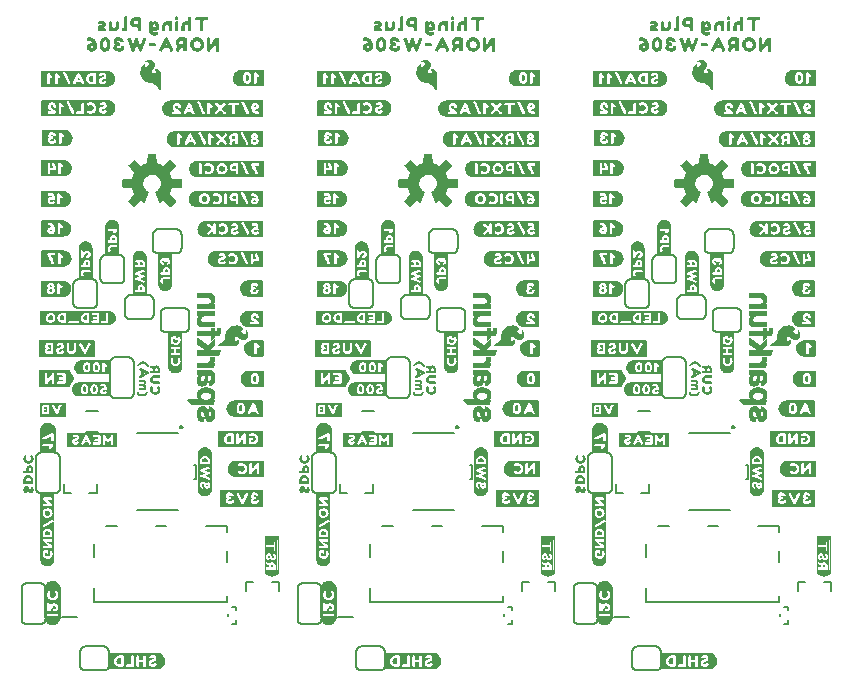
<source format=gbo>
G04 EAGLE Gerber RS-274X export*
G75*
%MOMM*%
%FSLAX34Y34*%
%LPD*%
%INSilkscreen Bottom*%
%IPPOS*%
%AMOC8*
5,1,8,0,0,1.08239X$1,22.5*%
G01*
%ADD10C,0.203200*%
%ADD11C,0.152400*%
%ADD12C,0.200000*%
%ADD13C,0.127000*%

G36*
X441892Y488470D02*
X441892Y488470D01*
X441905Y488470D01*
X442205Y488870D01*
X442205Y488878D01*
X442209Y488881D01*
X442205Y488885D01*
X442205Y488892D01*
X442215Y488900D01*
X442215Y501700D01*
X442202Y501718D01*
X442205Y501730D01*
X441905Y502130D01*
X441874Y502139D01*
X441866Y502149D01*
X438866Y502149D01*
X438839Y502129D01*
X438826Y502128D01*
X438805Y502100D01*
X438804Y502131D01*
X438780Y502130D01*
X438766Y502149D01*
X362966Y502149D01*
X362961Y502146D01*
X362958Y502149D01*
X362358Y502049D01*
X361659Y501949D01*
X361656Y501945D01*
X361655Y501945D01*
X361652Y501947D01*
X360952Y501747D01*
X360948Y501742D01*
X360944Y501744D01*
X359744Y501144D01*
X359741Y501137D01*
X359735Y501138D01*
X359237Y500740D01*
X358639Y500341D01*
X358635Y500331D01*
X358628Y500331D01*
X358229Y499833D01*
X357731Y499335D01*
X357730Y499323D01*
X357722Y499322D01*
X356822Y497522D01*
X356823Y497515D01*
X356819Y497514D01*
X356794Y497428D01*
X356752Y497280D01*
X356738Y497231D01*
X356696Y497083D01*
X356653Y496935D01*
X356639Y496886D01*
X356619Y496814D01*
X356621Y496809D01*
X356617Y496807D01*
X356517Y496107D01*
X356520Y496102D01*
X356517Y496100D01*
X356517Y494800D01*
X356520Y494796D01*
X356517Y494793D01*
X356617Y494093D01*
X356618Y494092D01*
X356617Y494092D01*
X356717Y493492D01*
X356721Y493489D01*
X356719Y493486D01*
X356919Y492786D01*
X356924Y492782D01*
X356922Y492778D01*
X357222Y492178D01*
X357226Y492176D01*
X357225Y492173D01*
X357624Y491574D01*
X357924Y491075D01*
X357932Y491071D01*
X357931Y491065D01*
X358931Y490065D01*
X358935Y490065D01*
X358935Y490062D01*
X359435Y489662D01*
X359439Y489661D01*
X359439Y489659D01*
X360039Y489259D01*
X360048Y489260D01*
X360050Y489253D01*
X360648Y489054D01*
X361347Y488755D01*
X361355Y488757D01*
X361358Y488751D01*
X361958Y488651D01*
X361959Y488652D01*
X361959Y488651D01*
X363359Y488451D01*
X363364Y488454D01*
X363366Y488451D01*
X441866Y488451D01*
X441892Y488470D01*
G37*
G36*
X208212Y488470D02*
X208212Y488470D01*
X208225Y488470D01*
X208525Y488870D01*
X208525Y488878D01*
X208529Y488881D01*
X208525Y488885D01*
X208525Y488892D01*
X208535Y488900D01*
X208535Y501700D01*
X208522Y501718D01*
X208525Y501730D01*
X208225Y502130D01*
X208194Y502139D01*
X208186Y502149D01*
X205186Y502149D01*
X205159Y502129D01*
X205146Y502128D01*
X205125Y502100D01*
X205124Y502131D01*
X205100Y502130D01*
X205086Y502149D01*
X129286Y502149D01*
X129281Y502146D01*
X129278Y502149D01*
X128678Y502049D01*
X127979Y501949D01*
X127976Y501945D01*
X127975Y501945D01*
X127972Y501947D01*
X127272Y501747D01*
X127268Y501742D01*
X127264Y501744D01*
X126064Y501144D01*
X126061Y501137D01*
X126055Y501138D01*
X125557Y500740D01*
X124959Y500341D01*
X124955Y500331D01*
X124948Y500331D01*
X124549Y499833D01*
X124051Y499335D01*
X124050Y499323D01*
X124042Y499322D01*
X123142Y497522D01*
X123143Y497515D01*
X123139Y497514D01*
X123114Y497428D01*
X123072Y497280D01*
X123058Y497231D01*
X123016Y497083D01*
X122973Y496935D01*
X122959Y496886D01*
X122939Y496814D01*
X122941Y496809D01*
X122937Y496807D01*
X122837Y496107D01*
X122840Y496102D01*
X122837Y496100D01*
X122837Y494800D01*
X122840Y494796D01*
X122837Y494793D01*
X122937Y494093D01*
X122938Y494092D01*
X122937Y494092D01*
X123037Y493492D01*
X123041Y493489D01*
X123039Y493486D01*
X123239Y492786D01*
X123244Y492782D01*
X123242Y492778D01*
X123542Y492178D01*
X123546Y492176D01*
X123545Y492173D01*
X123944Y491574D01*
X124244Y491075D01*
X124252Y491071D01*
X124251Y491065D01*
X125251Y490065D01*
X125255Y490065D01*
X125255Y490062D01*
X125755Y489662D01*
X125759Y489661D01*
X125759Y489659D01*
X126359Y489259D01*
X126368Y489260D01*
X126370Y489253D01*
X126968Y489054D01*
X127667Y488755D01*
X127675Y488757D01*
X127678Y488751D01*
X128278Y488651D01*
X128279Y488652D01*
X128279Y488651D01*
X129679Y488451D01*
X129684Y488454D01*
X129686Y488451D01*
X208186Y488451D01*
X208212Y488470D01*
G37*
G36*
X675572Y488470D02*
X675572Y488470D01*
X675585Y488470D01*
X675885Y488870D01*
X675885Y488878D01*
X675889Y488881D01*
X675885Y488885D01*
X675885Y488892D01*
X675895Y488900D01*
X675895Y501700D01*
X675882Y501718D01*
X675885Y501730D01*
X675585Y502130D01*
X675554Y502139D01*
X675546Y502149D01*
X672546Y502149D01*
X672519Y502129D01*
X672506Y502128D01*
X672485Y502100D01*
X672484Y502131D01*
X672460Y502130D01*
X672446Y502149D01*
X596646Y502149D01*
X596641Y502146D01*
X596638Y502149D01*
X596038Y502049D01*
X595339Y501949D01*
X595336Y501945D01*
X595335Y501945D01*
X595332Y501947D01*
X594632Y501747D01*
X594628Y501742D01*
X594624Y501744D01*
X593424Y501144D01*
X593421Y501137D01*
X593415Y501138D01*
X592917Y500740D01*
X592319Y500341D01*
X592315Y500331D01*
X592308Y500331D01*
X591909Y499833D01*
X591411Y499335D01*
X591410Y499323D01*
X591402Y499322D01*
X590502Y497522D01*
X590503Y497515D01*
X590499Y497514D01*
X590474Y497428D01*
X590432Y497280D01*
X590418Y497231D01*
X590376Y497083D01*
X590333Y496935D01*
X590319Y496886D01*
X590299Y496814D01*
X590301Y496809D01*
X590297Y496807D01*
X590197Y496107D01*
X590200Y496102D01*
X590197Y496100D01*
X590197Y494800D01*
X590200Y494796D01*
X590197Y494793D01*
X590297Y494093D01*
X590298Y494092D01*
X590297Y494092D01*
X590397Y493492D01*
X590401Y493489D01*
X590399Y493486D01*
X590599Y492786D01*
X590604Y492782D01*
X590602Y492778D01*
X590902Y492178D01*
X590906Y492176D01*
X590905Y492173D01*
X591304Y491574D01*
X591604Y491075D01*
X591612Y491071D01*
X591611Y491065D01*
X592611Y490065D01*
X592615Y490065D01*
X592615Y490062D01*
X593115Y489662D01*
X593119Y489661D01*
X593119Y489659D01*
X593719Y489259D01*
X593728Y489260D01*
X593730Y489253D01*
X594328Y489054D01*
X595027Y488755D01*
X595035Y488757D01*
X595038Y488751D01*
X595638Y488651D01*
X595639Y488652D01*
X595639Y488651D01*
X597039Y488451D01*
X597044Y488454D01*
X597046Y488451D01*
X675546Y488451D01*
X675572Y488470D01*
G37*
G36*
X363405Y411730D02*
X363405Y411730D01*
X363461Y411730D01*
X363489Y411745D01*
X363521Y411750D01*
X363580Y411790D01*
X363616Y411808D01*
X363625Y411820D01*
X363641Y411831D01*
X367949Y416139D01*
X367966Y416166D01*
X367990Y416187D01*
X368011Y416239D01*
X368040Y416286D01*
X368043Y416318D01*
X368055Y416348D01*
X368052Y416403D01*
X368057Y416459D01*
X368045Y416489D01*
X368043Y416521D01*
X368009Y416584D01*
X367995Y416621D01*
X367984Y416631D01*
X367975Y416648D01*
X363008Y422739D01*
X364197Y425049D01*
X364204Y425075D01*
X364221Y425107D01*
X365013Y427581D01*
X372832Y428375D01*
X372863Y428385D01*
X372895Y428386D01*
X372944Y428413D01*
X372996Y428431D01*
X373019Y428454D01*
X373047Y428469D01*
X373079Y428515D01*
X373118Y428554D01*
X373128Y428585D01*
X373147Y428611D01*
X373160Y428681D01*
X373173Y428719D01*
X373171Y428734D01*
X373174Y428753D01*
X373174Y434847D01*
X373167Y434878D01*
X373169Y434910D01*
X373147Y434961D01*
X373135Y435016D01*
X373114Y435040D01*
X373102Y435070D01*
X373060Y435106D01*
X373025Y435149D01*
X372995Y435162D01*
X372971Y435183D01*
X372902Y435204D01*
X372866Y435220D01*
X372851Y435220D01*
X372832Y435225D01*
X365013Y436019D01*
X364221Y438493D01*
X364208Y438516D01*
X364197Y438551D01*
X363008Y440861D01*
X367975Y446952D01*
X367989Y446980D01*
X368010Y447004D01*
X368026Y447057D01*
X368051Y447107D01*
X368051Y447139D01*
X368060Y447170D01*
X368050Y447225D01*
X368050Y447281D01*
X368035Y447309D01*
X368030Y447341D01*
X367990Y447400D01*
X367972Y447436D01*
X367960Y447445D01*
X367949Y447461D01*
X363641Y451769D01*
X363614Y451786D01*
X363593Y451810D01*
X363541Y451831D01*
X363494Y451860D01*
X363462Y451863D01*
X363432Y451875D01*
X363377Y451872D01*
X363321Y451877D01*
X363291Y451865D01*
X363259Y451863D01*
X363196Y451829D01*
X363159Y451815D01*
X363149Y451804D01*
X363132Y451795D01*
X357041Y446828D01*
X354731Y448017D01*
X354705Y448024D01*
X354673Y448041D01*
X352199Y448833D01*
X351405Y456652D01*
X351397Y456678D01*
X351396Y456690D01*
X351395Y456693D01*
X351394Y456715D01*
X351367Y456764D01*
X351349Y456816D01*
X351326Y456839D01*
X351311Y456867D01*
X351265Y456899D01*
X351226Y456938D01*
X351195Y456948D01*
X351169Y456967D01*
X351099Y456980D01*
X351061Y456993D01*
X351046Y456991D01*
X351027Y456994D01*
X344933Y456994D01*
X344902Y456987D01*
X344870Y456989D01*
X344819Y456967D01*
X344764Y456955D01*
X344740Y456934D01*
X344710Y456922D01*
X344674Y456880D01*
X344631Y456845D01*
X344618Y456815D01*
X344597Y456791D01*
X344576Y456722D01*
X344560Y456686D01*
X344560Y456671D01*
X344558Y456664D01*
X344557Y456662D01*
X344557Y456661D01*
X344555Y456652D01*
X343761Y448833D01*
X341287Y448041D01*
X341264Y448028D01*
X341229Y448017D01*
X338919Y446828D01*
X332828Y451795D01*
X332800Y451809D01*
X332776Y451830D01*
X332723Y451846D01*
X332673Y451871D01*
X332641Y451871D01*
X332610Y451880D01*
X332555Y451870D01*
X332499Y451870D01*
X332471Y451855D01*
X332439Y451850D01*
X332380Y451810D01*
X332345Y451792D01*
X332335Y451780D01*
X332319Y451769D01*
X328011Y447461D01*
X327994Y447434D01*
X327970Y447413D01*
X327949Y447361D01*
X327920Y447314D01*
X327917Y447282D01*
X327905Y447252D01*
X327909Y447197D01*
X327903Y447141D01*
X327915Y447111D01*
X327917Y447079D01*
X327951Y447016D01*
X327965Y446979D01*
X327976Y446969D01*
X327985Y446952D01*
X332952Y440861D01*
X331763Y438551D01*
X331756Y438525D01*
X331739Y438493D01*
X330947Y436019D01*
X323128Y435225D01*
X323097Y435215D01*
X323065Y435214D01*
X323016Y435187D01*
X322964Y435169D01*
X322941Y435146D01*
X322913Y435131D01*
X322881Y435085D01*
X322842Y435046D01*
X322832Y435015D01*
X322813Y434989D01*
X322800Y434919D01*
X322787Y434881D01*
X322789Y434866D01*
X322786Y434847D01*
X322786Y428753D01*
X322793Y428722D01*
X322791Y428690D01*
X322813Y428639D01*
X322825Y428584D01*
X322846Y428560D01*
X322858Y428530D01*
X322900Y428494D01*
X322935Y428451D01*
X322965Y428438D01*
X322989Y428417D01*
X323058Y428396D01*
X323094Y428380D01*
X323109Y428380D01*
X323128Y428375D01*
X330947Y427581D01*
X331739Y425107D01*
X331752Y425084D01*
X331763Y425049D01*
X332952Y422739D01*
X327985Y416648D01*
X327971Y416620D01*
X327950Y416596D01*
X327934Y416543D01*
X327909Y416493D01*
X327909Y416461D01*
X327900Y416430D01*
X327910Y416375D01*
X327910Y416319D01*
X327925Y416291D01*
X327930Y416259D01*
X327970Y416200D01*
X327988Y416165D01*
X328000Y416155D01*
X328011Y416139D01*
X332319Y411831D01*
X332346Y411814D01*
X332367Y411790D01*
X332419Y411769D01*
X332466Y411740D01*
X332498Y411737D01*
X332528Y411725D01*
X332583Y411729D01*
X332639Y411723D01*
X332669Y411735D01*
X332701Y411737D01*
X332764Y411771D01*
X332801Y411785D01*
X332811Y411796D01*
X332828Y411805D01*
X338919Y416772D01*
X341228Y415582D01*
X341292Y415566D01*
X341355Y415543D01*
X341376Y415545D01*
X341396Y415540D01*
X341461Y415554D01*
X341527Y415561D01*
X341545Y415572D01*
X341565Y415577D01*
X341617Y415618D01*
X341673Y415654D01*
X341686Y415673D01*
X341701Y415685D01*
X341717Y415720D01*
X341753Y415774D01*
X345341Y424436D01*
X345346Y424468D01*
X345360Y424496D01*
X345360Y424552D01*
X345369Y424607D01*
X345360Y424638D01*
X345360Y424669D01*
X345335Y424720D01*
X345319Y424773D01*
X345297Y424796D01*
X345283Y424825D01*
X345227Y424871D01*
X345200Y424899D01*
X345186Y424904D01*
X345171Y424917D01*
X343794Y425661D01*
X342628Y426645D01*
X341688Y427847D01*
X341014Y429215D01*
X340633Y430693D01*
X340561Y432217D01*
X340803Y433723D01*
X341347Y435149D01*
X342171Y436433D01*
X343240Y437522D01*
X344508Y438370D01*
X345923Y438940D01*
X347425Y439210D01*
X348950Y439167D01*
X350434Y438814D01*
X351815Y438164D01*
X353034Y437247D01*
X354040Y436100D01*
X354791Y434771D01*
X355254Y433318D01*
X355411Y431799D01*
X355268Y430350D01*
X354845Y428956D01*
X354159Y427672D01*
X353235Y426546D01*
X352109Y425622D01*
X350791Y424917D01*
X350766Y424896D01*
X350737Y424882D01*
X350702Y424839D01*
X350661Y424803D01*
X350648Y424773D01*
X350628Y424748D01*
X350616Y424694D01*
X350595Y424643D01*
X350597Y424610D01*
X350590Y424578D01*
X350604Y424509D01*
X350607Y424470D01*
X350615Y424456D01*
X350619Y424436D01*
X354207Y415774D01*
X354246Y415720D01*
X354278Y415663D01*
X354295Y415651D01*
X354308Y415634D01*
X354366Y415603D01*
X354421Y415565D01*
X354442Y415562D01*
X354461Y415552D01*
X354527Y415551D01*
X354593Y415541D01*
X354616Y415548D01*
X354634Y415547D01*
X354669Y415564D01*
X354732Y415582D01*
X357041Y416772D01*
X363132Y411805D01*
X363160Y411791D01*
X363184Y411770D01*
X363237Y411754D01*
X363287Y411729D01*
X363319Y411729D01*
X363350Y411720D01*
X363405Y411730D01*
G37*
G36*
X597085Y411730D02*
X597085Y411730D01*
X597141Y411730D01*
X597169Y411745D01*
X597201Y411750D01*
X597260Y411790D01*
X597296Y411808D01*
X597305Y411820D01*
X597321Y411831D01*
X601629Y416139D01*
X601646Y416166D01*
X601670Y416187D01*
X601691Y416239D01*
X601720Y416286D01*
X601723Y416318D01*
X601735Y416348D01*
X601732Y416403D01*
X601737Y416459D01*
X601725Y416489D01*
X601723Y416521D01*
X601689Y416584D01*
X601675Y416621D01*
X601664Y416631D01*
X601655Y416648D01*
X596688Y422739D01*
X597877Y425049D01*
X597884Y425075D01*
X597901Y425107D01*
X598693Y427581D01*
X606512Y428375D01*
X606543Y428385D01*
X606575Y428386D01*
X606624Y428413D01*
X606676Y428431D01*
X606699Y428454D01*
X606727Y428469D01*
X606759Y428515D01*
X606798Y428554D01*
X606808Y428585D01*
X606827Y428611D01*
X606840Y428681D01*
X606853Y428719D01*
X606851Y428734D01*
X606854Y428753D01*
X606854Y434847D01*
X606847Y434878D01*
X606849Y434910D01*
X606827Y434961D01*
X606815Y435016D01*
X606794Y435040D01*
X606782Y435070D01*
X606740Y435106D01*
X606705Y435149D01*
X606675Y435162D01*
X606651Y435183D01*
X606582Y435204D01*
X606546Y435220D01*
X606531Y435220D01*
X606512Y435225D01*
X598693Y436019D01*
X597901Y438493D01*
X597888Y438516D01*
X597877Y438551D01*
X596688Y440861D01*
X601655Y446952D01*
X601669Y446980D01*
X601690Y447004D01*
X601706Y447057D01*
X601731Y447107D01*
X601731Y447139D01*
X601740Y447170D01*
X601730Y447225D01*
X601730Y447281D01*
X601715Y447309D01*
X601710Y447341D01*
X601670Y447400D01*
X601652Y447436D01*
X601640Y447445D01*
X601629Y447461D01*
X597321Y451769D01*
X597294Y451786D01*
X597273Y451810D01*
X597221Y451831D01*
X597174Y451860D01*
X597142Y451863D01*
X597112Y451875D01*
X597057Y451872D01*
X597001Y451877D01*
X596971Y451865D01*
X596939Y451863D01*
X596876Y451829D01*
X596839Y451815D01*
X596829Y451804D01*
X596812Y451795D01*
X590721Y446828D01*
X588411Y448017D01*
X588385Y448024D01*
X588353Y448041D01*
X585879Y448833D01*
X585085Y456652D01*
X585077Y456678D01*
X585076Y456690D01*
X585075Y456693D01*
X585074Y456715D01*
X585047Y456764D01*
X585029Y456816D01*
X585006Y456839D01*
X584991Y456867D01*
X584945Y456899D01*
X584906Y456938D01*
X584875Y456948D01*
X584849Y456967D01*
X584779Y456980D01*
X584741Y456993D01*
X584726Y456991D01*
X584707Y456994D01*
X578613Y456994D01*
X578582Y456987D01*
X578550Y456989D01*
X578499Y456967D01*
X578444Y456955D01*
X578420Y456934D01*
X578390Y456922D01*
X578354Y456880D01*
X578311Y456845D01*
X578298Y456815D01*
X578277Y456791D01*
X578256Y456722D01*
X578240Y456686D01*
X578240Y456671D01*
X578238Y456664D01*
X578237Y456662D01*
X578237Y456661D01*
X578235Y456652D01*
X577441Y448833D01*
X574967Y448041D01*
X574944Y448028D01*
X574909Y448017D01*
X572599Y446828D01*
X566508Y451795D01*
X566480Y451809D01*
X566456Y451830D01*
X566403Y451846D01*
X566353Y451871D01*
X566321Y451871D01*
X566290Y451880D01*
X566235Y451870D01*
X566179Y451870D01*
X566151Y451855D01*
X566119Y451850D01*
X566060Y451810D01*
X566025Y451792D01*
X566015Y451780D01*
X565999Y451769D01*
X561691Y447461D01*
X561674Y447434D01*
X561650Y447413D01*
X561629Y447361D01*
X561600Y447314D01*
X561597Y447282D01*
X561585Y447252D01*
X561589Y447197D01*
X561583Y447141D01*
X561595Y447111D01*
X561597Y447079D01*
X561631Y447016D01*
X561645Y446979D01*
X561656Y446969D01*
X561665Y446952D01*
X566632Y440861D01*
X565443Y438551D01*
X565436Y438525D01*
X565419Y438493D01*
X564627Y436019D01*
X556808Y435225D01*
X556777Y435215D01*
X556745Y435214D01*
X556696Y435187D01*
X556644Y435169D01*
X556621Y435146D01*
X556593Y435131D01*
X556561Y435085D01*
X556522Y435046D01*
X556512Y435015D01*
X556493Y434989D01*
X556480Y434919D01*
X556467Y434881D01*
X556469Y434866D01*
X556466Y434847D01*
X556466Y428753D01*
X556473Y428722D01*
X556471Y428690D01*
X556493Y428639D01*
X556505Y428584D01*
X556526Y428560D01*
X556538Y428530D01*
X556580Y428494D01*
X556615Y428451D01*
X556645Y428438D01*
X556669Y428417D01*
X556738Y428396D01*
X556774Y428380D01*
X556789Y428380D01*
X556808Y428375D01*
X564627Y427581D01*
X565419Y425107D01*
X565432Y425084D01*
X565443Y425049D01*
X566632Y422739D01*
X561665Y416648D01*
X561651Y416620D01*
X561630Y416596D01*
X561614Y416543D01*
X561589Y416493D01*
X561589Y416461D01*
X561580Y416430D01*
X561590Y416375D01*
X561590Y416319D01*
X561605Y416291D01*
X561610Y416259D01*
X561650Y416200D01*
X561668Y416165D01*
X561680Y416155D01*
X561691Y416139D01*
X565999Y411831D01*
X566026Y411814D01*
X566047Y411790D01*
X566099Y411769D01*
X566146Y411740D01*
X566178Y411737D01*
X566208Y411725D01*
X566263Y411729D01*
X566319Y411723D01*
X566349Y411735D01*
X566381Y411737D01*
X566444Y411771D01*
X566481Y411785D01*
X566491Y411796D01*
X566508Y411805D01*
X572599Y416772D01*
X574908Y415582D01*
X574972Y415566D01*
X575035Y415543D01*
X575056Y415545D01*
X575076Y415540D01*
X575141Y415554D01*
X575207Y415561D01*
X575225Y415572D01*
X575245Y415577D01*
X575297Y415618D01*
X575353Y415654D01*
X575366Y415673D01*
X575381Y415685D01*
X575397Y415720D01*
X575433Y415774D01*
X579021Y424436D01*
X579026Y424468D01*
X579040Y424496D01*
X579040Y424552D01*
X579049Y424607D01*
X579040Y424638D01*
X579040Y424669D01*
X579015Y424720D01*
X578999Y424773D01*
X578977Y424796D01*
X578963Y424825D01*
X578907Y424871D01*
X578880Y424899D01*
X578866Y424904D01*
X578851Y424917D01*
X577474Y425661D01*
X576308Y426645D01*
X575368Y427847D01*
X574694Y429215D01*
X574313Y430693D01*
X574241Y432217D01*
X574483Y433723D01*
X575027Y435149D01*
X575851Y436433D01*
X576920Y437522D01*
X578188Y438370D01*
X579603Y438940D01*
X581105Y439210D01*
X582630Y439167D01*
X584114Y438814D01*
X585495Y438164D01*
X586714Y437247D01*
X587720Y436100D01*
X588471Y434771D01*
X588934Y433318D01*
X589091Y431799D01*
X588948Y430350D01*
X588525Y428956D01*
X587839Y427672D01*
X586915Y426546D01*
X585789Y425622D01*
X584471Y424917D01*
X584446Y424896D01*
X584417Y424882D01*
X584382Y424839D01*
X584341Y424803D01*
X584328Y424773D01*
X584308Y424748D01*
X584296Y424694D01*
X584275Y424643D01*
X584277Y424610D01*
X584270Y424578D01*
X584284Y424509D01*
X584287Y424470D01*
X584295Y424456D01*
X584299Y424436D01*
X587887Y415774D01*
X587926Y415720D01*
X587958Y415663D01*
X587975Y415651D01*
X587988Y415634D01*
X588046Y415603D01*
X588101Y415565D01*
X588122Y415562D01*
X588141Y415552D01*
X588207Y415551D01*
X588273Y415541D01*
X588296Y415548D01*
X588314Y415547D01*
X588349Y415564D01*
X588412Y415582D01*
X590721Y416772D01*
X596812Y411805D01*
X596840Y411791D01*
X596864Y411770D01*
X596917Y411754D01*
X596967Y411729D01*
X596999Y411729D01*
X597030Y411720D01*
X597085Y411730D01*
G37*
G36*
X129725Y411730D02*
X129725Y411730D01*
X129781Y411730D01*
X129809Y411745D01*
X129841Y411750D01*
X129900Y411790D01*
X129936Y411808D01*
X129945Y411820D01*
X129961Y411831D01*
X134269Y416139D01*
X134286Y416166D01*
X134310Y416187D01*
X134331Y416239D01*
X134360Y416286D01*
X134363Y416318D01*
X134375Y416348D01*
X134372Y416403D01*
X134377Y416459D01*
X134365Y416489D01*
X134363Y416521D01*
X134329Y416584D01*
X134315Y416621D01*
X134304Y416631D01*
X134295Y416648D01*
X129328Y422739D01*
X130517Y425049D01*
X130524Y425075D01*
X130541Y425107D01*
X131333Y427581D01*
X139152Y428375D01*
X139183Y428385D01*
X139215Y428386D01*
X139264Y428413D01*
X139316Y428431D01*
X139339Y428454D01*
X139367Y428469D01*
X139399Y428515D01*
X139438Y428554D01*
X139448Y428585D01*
X139467Y428611D01*
X139480Y428681D01*
X139493Y428719D01*
X139491Y428734D01*
X139494Y428753D01*
X139494Y434847D01*
X139487Y434878D01*
X139489Y434910D01*
X139467Y434961D01*
X139455Y435016D01*
X139434Y435040D01*
X139422Y435070D01*
X139380Y435106D01*
X139345Y435149D01*
X139315Y435162D01*
X139291Y435183D01*
X139222Y435204D01*
X139186Y435220D01*
X139171Y435220D01*
X139152Y435225D01*
X131333Y436019D01*
X130541Y438493D01*
X130528Y438516D01*
X130517Y438551D01*
X129328Y440861D01*
X134295Y446952D01*
X134309Y446980D01*
X134330Y447004D01*
X134346Y447057D01*
X134371Y447107D01*
X134371Y447139D01*
X134380Y447170D01*
X134370Y447225D01*
X134370Y447281D01*
X134355Y447309D01*
X134350Y447341D01*
X134310Y447400D01*
X134292Y447436D01*
X134280Y447445D01*
X134269Y447461D01*
X129961Y451769D01*
X129934Y451786D01*
X129913Y451810D01*
X129861Y451831D01*
X129814Y451860D01*
X129782Y451863D01*
X129752Y451875D01*
X129697Y451872D01*
X129641Y451877D01*
X129611Y451865D01*
X129579Y451863D01*
X129516Y451829D01*
X129479Y451815D01*
X129469Y451804D01*
X129452Y451795D01*
X123361Y446828D01*
X121051Y448017D01*
X121025Y448024D01*
X120993Y448041D01*
X118519Y448833D01*
X117725Y456652D01*
X117717Y456678D01*
X117716Y456690D01*
X117715Y456693D01*
X117714Y456715D01*
X117687Y456764D01*
X117669Y456816D01*
X117646Y456839D01*
X117631Y456867D01*
X117585Y456899D01*
X117546Y456938D01*
X117515Y456948D01*
X117489Y456967D01*
X117419Y456980D01*
X117381Y456993D01*
X117366Y456991D01*
X117347Y456994D01*
X111253Y456994D01*
X111222Y456987D01*
X111190Y456989D01*
X111139Y456967D01*
X111084Y456955D01*
X111060Y456934D01*
X111030Y456922D01*
X110994Y456880D01*
X110951Y456845D01*
X110938Y456815D01*
X110917Y456791D01*
X110896Y456722D01*
X110880Y456686D01*
X110880Y456671D01*
X110878Y456664D01*
X110877Y456662D01*
X110877Y456661D01*
X110875Y456652D01*
X110081Y448833D01*
X107607Y448041D01*
X107584Y448028D01*
X107549Y448017D01*
X105239Y446828D01*
X99148Y451795D01*
X99120Y451809D01*
X99096Y451830D01*
X99043Y451846D01*
X98993Y451871D01*
X98961Y451871D01*
X98930Y451880D01*
X98875Y451870D01*
X98819Y451870D01*
X98791Y451855D01*
X98759Y451850D01*
X98700Y451810D01*
X98665Y451792D01*
X98655Y451780D01*
X98639Y451769D01*
X94331Y447461D01*
X94314Y447434D01*
X94290Y447413D01*
X94269Y447361D01*
X94240Y447314D01*
X94237Y447282D01*
X94225Y447252D01*
X94229Y447197D01*
X94223Y447141D01*
X94235Y447111D01*
X94237Y447079D01*
X94271Y447016D01*
X94285Y446979D01*
X94296Y446969D01*
X94305Y446952D01*
X99272Y440861D01*
X98083Y438551D01*
X98076Y438525D01*
X98059Y438493D01*
X97267Y436019D01*
X89448Y435225D01*
X89417Y435215D01*
X89385Y435214D01*
X89336Y435187D01*
X89284Y435169D01*
X89261Y435146D01*
X89233Y435131D01*
X89201Y435085D01*
X89162Y435046D01*
X89152Y435015D01*
X89133Y434989D01*
X89120Y434919D01*
X89107Y434881D01*
X89109Y434866D01*
X89106Y434847D01*
X89106Y428753D01*
X89113Y428722D01*
X89111Y428690D01*
X89133Y428639D01*
X89145Y428584D01*
X89166Y428560D01*
X89178Y428530D01*
X89220Y428494D01*
X89255Y428451D01*
X89285Y428438D01*
X89309Y428417D01*
X89378Y428396D01*
X89414Y428380D01*
X89429Y428380D01*
X89448Y428375D01*
X97267Y427581D01*
X98059Y425107D01*
X98072Y425084D01*
X98083Y425049D01*
X99272Y422739D01*
X94305Y416648D01*
X94291Y416620D01*
X94270Y416596D01*
X94254Y416543D01*
X94229Y416493D01*
X94229Y416461D01*
X94220Y416430D01*
X94230Y416375D01*
X94230Y416319D01*
X94245Y416291D01*
X94250Y416259D01*
X94290Y416200D01*
X94308Y416165D01*
X94320Y416155D01*
X94331Y416139D01*
X98639Y411831D01*
X98666Y411814D01*
X98687Y411790D01*
X98739Y411769D01*
X98786Y411740D01*
X98818Y411737D01*
X98848Y411725D01*
X98903Y411729D01*
X98959Y411723D01*
X98989Y411735D01*
X99021Y411737D01*
X99084Y411771D01*
X99121Y411785D01*
X99131Y411796D01*
X99148Y411805D01*
X105239Y416772D01*
X107548Y415582D01*
X107612Y415566D01*
X107675Y415543D01*
X107696Y415545D01*
X107716Y415540D01*
X107781Y415554D01*
X107847Y415561D01*
X107865Y415572D01*
X107885Y415577D01*
X107937Y415618D01*
X107993Y415654D01*
X108006Y415673D01*
X108021Y415685D01*
X108037Y415720D01*
X108073Y415774D01*
X111661Y424436D01*
X111666Y424468D01*
X111680Y424496D01*
X111680Y424552D01*
X111689Y424607D01*
X111680Y424638D01*
X111680Y424669D01*
X111655Y424720D01*
X111639Y424773D01*
X111617Y424796D01*
X111603Y424825D01*
X111547Y424871D01*
X111520Y424899D01*
X111506Y424904D01*
X111491Y424917D01*
X110114Y425661D01*
X108948Y426645D01*
X108008Y427847D01*
X107334Y429215D01*
X106953Y430693D01*
X106881Y432217D01*
X107123Y433723D01*
X107667Y435149D01*
X108491Y436433D01*
X109560Y437522D01*
X110828Y438370D01*
X112243Y438940D01*
X113745Y439210D01*
X115270Y439167D01*
X116754Y438814D01*
X118135Y438164D01*
X119354Y437247D01*
X120360Y436100D01*
X121111Y434771D01*
X121574Y433318D01*
X121731Y431799D01*
X121588Y430350D01*
X121165Y428956D01*
X120479Y427672D01*
X119555Y426546D01*
X118429Y425622D01*
X117111Y424917D01*
X117086Y424896D01*
X117057Y424882D01*
X117022Y424839D01*
X116981Y424803D01*
X116968Y424773D01*
X116948Y424748D01*
X116936Y424694D01*
X116915Y424643D01*
X116917Y424610D01*
X116910Y424578D01*
X116924Y424509D01*
X116927Y424470D01*
X116935Y424456D01*
X116939Y424436D01*
X120527Y415774D01*
X120566Y415720D01*
X120598Y415663D01*
X120615Y415651D01*
X120628Y415634D01*
X120686Y415603D01*
X120741Y415565D01*
X120762Y415562D01*
X120781Y415552D01*
X120847Y415551D01*
X120913Y415541D01*
X120936Y415548D01*
X120954Y415547D01*
X120989Y415564D01*
X121052Y415582D01*
X123361Y416772D01*
X129452Y411805D01*
X129480Y411791D01*
X129504Y411770D01*
X129557Y411754D01*
X129607Y411729D01*
X129639Y411729D01*
X129670Y411720D01*
X129725Y411730D01*
G37*
G36*
X441891Y462579D02*
X441891Y462579D01*
X441886Y462586D01*
X441893Y462592D01*
X441893Y476092D01*
X441857Y476139D01*
X441854Y476137D01*
X441852Y476141D01*
X441252Y476241D01*
X441247Y476238D01*
X441244Y476241D01*
X438544Y476241D01*
X438522Y476224D01*
X438508Y476226D01*
X438484Y476201D01*
X438486Y476218D01*
X438460Y476220D01*
X438444Y476241D01*
X366744Y476241D01*
X366740Y476238D01*
X366737Y476241D01*
X366037Y476141D01*
X366032Y476136D01*
X366028Y476139D01*
X365429Y475939D01*
X364730Y475739D01*
X364729Y475738D01*
X364728Y475739D01*
X364128Y475539D01*
X364123Y475531D01*
X364117Y475533D01*
X363517Y475133D01*
X363516Y475130D01*
X363513Y475130D01*
X363015Y474732D01*
X362417Y474333D01*
X362413Y474323D01*
X362406Y474323D01*
X361606Y473323D01*
X361605Y473319D01*
X361603Y473319D01*
X361203Y472719D01*
X361203Y472715D01*
X361200Y472714D01*
X360900Y472114D01*
X360900Y472111D01*
X360899Y472111D01*
X360901Y472108D01*
X360901Y472107D01*
X360897Y472106D01*
X360884Y472061D01*
X360842Y471914D01*
X360828Y471864D01*
X360786Y471717D01*
X360743Y471569D01*
X360729Y471520D01*
X360697Y471407D01*
X360497Y470808D01*
X360499Y470801D01*
X360495Y470799D01*
X360395Y470099D01*
X360398Y470094D01*
X360395Y470092D01*
X360395Y468792D01*
X360398Y468788D01*
X360395Y468785D01*
X360495Y468085D01*
X360499Y468081D01*
X360497Y468078D01*
X360697Y467378D01*
X360698Y467377D01*
X360697Y467376D01*
X360897Y466776D01*
X360902Y466773D01*
X360900Y466770D01*
X361500Y465570D01*
X361507Y465567D01*
X361506Y465561D01*
X361906Y465061D01*
X361910Y465060D01*
X361909Y465057D01*
X362909Y464057D01*
X362913Y464057D01*
X362913Y464054D01*
X363413Y463654D01*
X363421Y463653D01*
X363422Y463648D01*
X364022Y463348D01*
X364024Y463348D01*
X364025Y463347D01*
X364725Y463047D01*
X364728Y463048D01*
X364728Y463045D01*
X365328Y462845D01*
X365330Y462846D01*
X365330Y462845D01*
X366030Y462645D01*
X366034Y462646D01*
X366036Y462643D01*
X366636Y462543D01*
X366641Y462546D01*
X366644Y462543D01*
X441844Y462543D01*
X441891Y462579D01*
G37*
G36*
X208211Y462579D02*
X208211Y462579D01*
X208206Y462586D01*
X208213Y462592D01*
X208213Y476092D01*
X208177Y476139D01*
X208174Y476137D01*
X208172Y476141D01*
X207572Y476241D01*
X207567Y476238D01*
X207564Y476241D01*
X204864Y476241D01*
X204842Y476224D01*
X204828Y476226D01*
X204804Y476201D01*
X204806Y476218D01*
X204780Y476220D01*
X204764Y476241D01*
X133064Y476241D01*
X133060Y476238D01*
X133057Y476241D01*
X132357Y476141D01*
X132352Y476136D01*
X132348Y476139D01*
X131749Y475939D01*
X131050Y475739D01*
X131049Y475738D01*
X131048Y475739D01*
X130448Y475539D01*
X130443Y475531D01*
X130437Y475533D01*
X129837Y475133D01*
X129836Y475130D01*
X129833Y475130D01*
X129335Y474732D01*
X128737Y474333D01*
X128733Y474323D01*
X128726Y474323D01*
X127926Y473323D01*
X127925Y473319D01*
X127923Y473319D01*
X127523Y472719D01*
X127523Y472715D01*
X127520Y472714D01*
X127220Y472114D01*
X127220Y472111D01*
X127219Y472111D01*
X127221Y472108D01*
X127221Y472107D01*
X127217Y472106D01*
X127204Y472061D01*
X127162Y471914D01*
X127148Y471864D01*
X127106Y471717D01*
X127063Y471569D01*
X127049Y471520D01*
X127017Y471407D01*
X126817Y470808D01*
X126819Y470801D01*
X126815Y470799D01*
X126715Y470099D01*
X126718Y470094D01*
X126715Y470092D01*
X126715Y468792D01*
X126718Y468788D01*
X126715Y468785D01*
X126815Y468085D01*
X126819Y468081D01*
X126817Y468078D01*
X127017Y467378D01*
X127018Y467377D01*
X127017Y467376D01*
X127217Y466776D01*
X127222Y466773D01*
X127220Y466770D01*
X127820Y465570D01*
X127827Y465567D01*
X127826Y465561D01*
X128226Y465061D01*
X128230Y465060D01*
X128229Y465057D01*
X129229Y464057D01*
X129233Y464057D01*
X129233Y464054D01*
X129733Y463654D01*
X129741Y463653D01*
X129742Y463648D01*
X130342Y463348D01*
X130344Y463348D01*
X130345Y463347D01*
X131045Y463047D01*
X131048Y463048D01*
X131048Y463045D01*
X131648Y462845D01*
X131650Y462846D01*
X131650Y462845D01*
X132350Y462645D01*
X132354Y462646D01*
X132356Y462643D01*
X132956Y462543D01*
X132961Y462546D01*
X132964Y462543D01*
X208164Y462543D01*
X208211Y462579D01*
G37*
G36*
X675571Y462579D02*
X675571Y462579D01*
X675566Y462586D01*
X675573Y462592D01*
X675573Y476092D01*
X675537Y476139D01*
X675534Y476137D01*
X675532Y476141D01*
X674932Y476241D01*
X674927Y476238D01*
X674924Y476241D01*
X672224Y476241D01*
X672202Y476224D01*
X672188Y476226D01*
X672164Y476201D01*
X672166Y476218D01*
X672140Y476220D01*
X672124Y476241D01*
X600424Y476241D01*
X600420Y476238D01*
X600417Y476241D01*
X599717Y476141D01*
X599712Y476136D01*
X599708Y476139D01*
X599109Y475939D01*
X598410Y475739D01*
X598409Y475738D01*
X598408Y475739D01*
X597808Y475539D01*
X597803Y475531D01*
X597797Y475533D01*
X597197Y475133D01*
X597196Y475130D01*
X597193Y475130D01*
X596695Y474732D01*
X596097Y474333D01*
X596093Y474323D01*
X596086Y474323D01*
X595286Y473323D01*
X595285Y473319D01*
X595283Y473319D01*
X594883Y472719D01*
X594883Y472715D01*
X594880Y472714D01*
X594580Y472114D01*
X594580Y472111D01*
X594579Y472111D01*
X594581Y472108D01*
X594581Y472107D01*
X594577Y472106D01*
X594564Y472061D01*
X594522Y471914D01*
X594508Y471864D01*
X594466Y471717D01*
X594423Y471569D01*
X594409Y471520D01*
X594377Y471407D01*
X594177Y470808D01*
X594179Y470801D01*
X594175Y470799D01*
X594075Y470099D01*
X594078Y470094D01*
X594075Y470092D01*
X594075Y468792D01*
X594078Y468788D01*
X594075Y468785D01*
X594175Y468085D01*
X594179Y468081D01*
X594177Y468078D01*
X594377Y467378D01*
X594378Y467377D01*
X594377Y467376D01*
X594577Y466776D01*
X594582Y466773D01*
X594580Y466770D01*
X595180Y465570D01*
X595187Y465567D01*
X595186Y465561D01*
X595586Y465061D01*
X595590Y465060D01*
X595589Y465057D01*
X596589Y464057D01*
X596593Y464057D01*
X596593Y464054D01*
X597093Y463654D01*
X597101Y463653D01*
X597102Y463648D01*
X597702Y463348D01*
X597704Y463348D01*
X597705Y463347D01*
X598405Y463047D01*
X598408Y463048D01*
X598408Y463045D01*
X599008Y462845D01*
X599010Y462846D01*
X599010Y462845D01*
X599710Y462645D01*
X599714Y462646D01*
X599716Y462643D01*
X600316Y462543D01*
X600321Y462546D01*
X600324Y462543D01*
X675524Y462543D01*
X675571Y462579D01*
G37*
G36*
X442073Y437391D02*
X442073Y437391D01*
X442086Y437391D01*
X442386Y437791D01*
X442386Y437799D01*
X442390Y437801D01*
X442386Y437806D01*
X442386Y437813D01*
X442396Y437821D01*
X442396Y450721D01*
X442376Y450746D01*
X442376Y450760D01*
X441976Y451060D01*
X441958Y451060D01*
X441956Y451063D01*
X441952Y451063D01*
X441947Y451070D01*
X386147Y451070D01*
X386143Y451067D01*
X386140Y451069D01*
X384740Y450869D01*
X384739Y450869D01*
X384139Y450769D01*
X384133Y450763D01*
X384127Y450766D01*
X383427Y450466D01*
X383426Y450464D01*
X383425Y450465D01*
X382825Y450165D01*
X382823Y450162D01*
X382821Y450163D01*
X382321Y449863D01*
X382321Y449861D01*
X382319Y449862D01*
X381719Y449462D01*
X381717Y449455D01*
X381712Y449455D01*
X381212Y448955D01*
X381211Y448951D01*
X381208Y448951D01*
X380408Y447951D01*
X380408Y447948D01*
X380406Y447948D01*
X380006Y447348D01*
X380006Y447339D01*
X380006Y447338D01*
X380000Y447336D01*
X379800Y446736D01*
X379801Y446735D01*
X379799Y446734D01*
X379774Y446644D01*
X379760Y446594D01*
X379717Y446447D01*
X379675Y446299D01*
X379661Y446250D01*
X379619Y446102D01*
X379600Y446035D01*
X379400Y445436D01*
X379402Y445430D01*
X379398Y445428D01*
X379298Y444728D01*
X379300Y444724D01*
X379299Y444723D01*
X379300Y444722D01*
X379298Y444721D01*
X379298Y444021D01*
X379301Y444016D01*
X379298Y444014D01*
X379398Y443314D01*
X379399Y443313D01*
X379398Y443313D01*
X379498Y442713D01*
X379501Y442710D01*
X379499Y442707D01*
X379699Y442007D01*
X379701Y442006D01*
X379700Y442005D01*
X379900Y441405D01*
X379904Y441402D01*
X379903Y441399D01*
X380203Y440799D01*
X380207Y440797D01*
X380206Y440793D01*
X380606Y440193D01*
X380609Y440192D01*
X380608Y440190D01*
X381008Y439690D01*
X381012Y439689D01*
X381012Y439686D01*
X381512Y439186D01*
X381516Y439185D01*
X381516Y439182D01*
X382016Y438782D01*
X382019Y438782D01*
X382019Y438780D01*
X382619Y438380D01*
X382624Y438380D01*
X382625Y438377D01*
X383825Y437777D01*
X383832Y437778D01*
X383833Y437773D01*
X384533Y437573D01*
X384537Y437575D01*
X384539Y437572D01*
X385139Y437472D01*
X385140Y437472D01*
X385840Y437372D01*
X385844Y437374D01*
X385847Y437371D01*
X442047Y437371D01*
X442073Y437391D01*
G37*
G36*
X208393Y437391D02*
X208393Y437391D01*
X208406Y437391D01*
X208706Y437791D01*
X208706Y437799D01*
X208710Y437801D01*
X208706Y437806D01*
X208706Y437813D01*
X208716Y437821D01*
X208716Y450721D01*
X208696Y450746D01*
X208696Y450760D01*
X208296Y451060D01*
X208278Y451060D01*
X208276Y451063D01*
X208272Y451063D01*
X208267Y451070D01*
X152467Y451070D01*
X152463Y451067D01*
X152460Y451069D01*
X151060Y450869D01*
X151059Y450869D01*
X150459Y450769D01*
X150453Y450763D01*
X150447Y450766D01*
X149747Y450466D01*
X149746Y450464D01*
X149745Y450465D01*
X149145Y450165D01*
X149143Y450162D01*
X149141Y450163D01*
X148641Y449863D01*
X148641Y449861D01*
X148639Y449862D01*
X148039Y449462D01*
X148037Y449455D01*
X148032Y449455D01*
X147532Y448955D01*
X147531Y448951D01*
X147528Y448951D01*
X146728Y447951D01*
X146728Y447948D01*
X146726Y447948D01*
X146326Y447348D01*
X146326Y447339D01*
X146326Y447338D01*
X146320Y447336D01*
X146120Y446736D01*
X146121Y446735D01*
X146119Y446734D01*
X146094Y446644D01*
X146080Y446594D01*
X146037Y446447D01*
X145995Y446299D01*
X145981Y446250D01*
X145939Y446102D01*
X145920Y446035D01*
X145720Y445436D01*
X145722Y445430D01*
X145718Y445428D01*
X145618Y444728D01*
X145620Y444724D01*
X145619Y444723D01*
X145620Y444722D01*
X145618Y444721D01*
X145618Y444021D01*
X145621Y444016D01*
X145618Y444014D01*
X145718Y443314D01*
X145719Y443313D01*
X145718Y443313D01*
X145818Y442713D01*
X145821Y442710D01*
X145819Y442707D01*
X146019Y442007D01*
X146021Y442006D01*
X146020Y442005D01*
X146220Y441405D01*
X146224Y441402D01*
X146223Y441399D01*
X146523Y440799D01*
X146527Y440797D01*
X146526Y440793D01*
X146926Y440193D01*
X146929Y440192D01*
X146928Y440190D01*
X147328Y439690D01*
X147332Y439689D01*
X147332Y439686D01*
X147832Y439186D01*
X147836Y439185D01*
X147836Y439182D01*
X148336Y438782D01*
X148339Y438782D01*
X148339Y438780D01*
X148939Y438380D01*
X148944Y438380D01*
X148945Y438377D01*
X150145Y437777D01*
X150152Y437778D01*
X150153Y437773D01*
X150853Y437573D01*
X150857Y437575D01*
X150859Y437572D01*
X151459Y437472D01*
X151460Y437472D01*
X152160Y437372D01*
X152164Y437374D01*
X152167Y437371D01*
X208367Y437371D01*
X208393Y437391D01*
G37*
G36*
X675753Y437391D02*
X675753Y437391D01*
X675766Y437391D01*
X676066Y437791D01*
X676066Y437799D01*
X676070Y437801D01*
X676066Y437806D01*
X676066Y437813D01*
X676076Y437821D01*
X676076Y450721D01*
X676056Y450746D01*
X676056Y450760D01*
X675656Y451060D01*
X675638Y451060D01*
X675636Y451063D01*
X675632Y451063D01*
X675627Y451070D01*
X619827Y451070D01*
X619823Y451067D01*
X619820Y451069D01*
X618420Y450869D01*
X618419Y450869D01*
X617819Y450769D01*
X617813Y450763D01*
X617807Y450766D01*
X617107Y450466D01*
X617106Y450464D01*
X617105Y450465D01*
X616505Y450165D01*
X616503Y450162D01*
X616501Y450163D01*
X616001Y449863D01*
X616001Y449861D01*
X615999Y449862D01*
X615399Y449462D01*
X615397Y449455D01*
X615392Y449455D01*
X614892Y448955D01*
X614891Y448951D01*
X614888Y448951D01*
X614088Y447951D01*
X614088Y447948D01*
X614086Y447948D01*
X613686Y447348D01*
X613686Y447339D01*
X613686Y447338D01*
X613680Y447336D01*
X613480Y446736D01*
X613481Y446735D01*
X613479Y446734D01*
X613454Y446644D01*
X613440Y446594D01*
X613397Y446447D01*
X613355Y446299D01*
X613341Y446250D01*
X613299Y446102D01*
X613280Y446035D01*
X613080Y445436D01*
X613082Y445430D01*
X613078Y445428D01*
X612978Y444728D01*
X612980Y444724D01*
X612979Y444723D01*
X612980Y444722D01*
X612978Y444721D01*
X612978Y444021D01*
X612981Y444016D01*
X612978Y444014D01*
X613078Y443314D01*
X613079Y443313D01*
X613078Y443313D01*
X613178Y442713D01*
X613181Y442710D01*
X613179Y442707D01*
X613379Y442007D01*
X613381Y442006D01*
X613380Y442005D01*
X613580Y441405D01*
X613584Y441402D01*
X613583Y441399D01*
X613883Y440799D01*
X613887Y440797D01*
X613886Y440793D01*
X614286Y440193D01*
X614289Y440192D01*
X614288Y440190D01*
X614688Y439690D01*
X614692Y439689D01*
X614692Y439686D01*
X615192Y439186D01*
X615196Y439185D01*
X615196Y439182D01*
X615696Y438782D01*
X615699Y438782D01*
X615699Y438780D01*
X616299Y438380D01*
X616304Y438380D01*
X616305Y438377D01*
X617505Y437777D01*
X617512Y437778D01*
X617513Y437773D01*
X618213Y437573D01*
X618217Y437575D01*
X618219Y437572D01*
X618819Y437472D01*
X618820Y437472D01*
X619520Y437372D01*
X619524Y437374D01*
X619527Y437371D01*
X675727Y437371D01*
X675753Y437391D01*
G37*
G36*
X675322Y411940D02*
X675322Y411940D01*
X675336Y411940D01*
X675636Y412340D01*
X675636Y412348D01*
X675640Y412350D01*
X675636Y412355D01*
X675636Y412362D01*
X675646Y412370D01*
X675646Y425270D01*
X675626Y425296D01*
X675626Y425309D01*
X675226Y425609D01*
X675208Y425609D01*
X675206Y425612D01*
X675202Y425612D01*
X675197Y425619D01*
X619297Y425619D01*
X619292Y425616D01*
X619290Y425619D01*
X618590Y425519D01*
X618589Y425518D01*
X617989Y425418D01*
X617986Y425415D01*
X617983Y425417D01*
X617283Y425217D01*
X617279Y425212D01*
X617275Y425214D01*
X616075Y424614D01*
X616073Y424610D01*
X616069Y424611D01*
X615469Y424211D01*
X615468Y424208D01*
X615466Y424208D01*
X614966Y423808D01*
X614965Y423804D01*
X614962Y423805D01*
X614462Y423305D01*
X614461Y423300D01*
X614458Y423301D01*
X614058Y422801D01*
X614058Y422793D01*
X614053Y422792D01*
X613754Y422194D01*
X613356Y421597D01*
X613356Y421590D01*
X613352Y421587D01*
X613352Y421586D01*
X613350Y421585D01*
X613150Y420985D01*
X613150Y420984D01*
X613149Y420983D01*
X613111Y420848D01*
X613068Y420700D01*
X613054Y420651D01*
X613012Y420503D01*
X612970Y420356D01*
X612956Y420306D01*
X612949Y420283D01*
X612951Y420279D01*
X612948Y420277D01*
X612848Y419578D01*
X612748Y418978D01*
X612753Y418968D01*
X612748Y418963D01*
X613048Y416863D01*
X613053Y416858D01*
X613050Y416854D01*
X613250Y416254D01*
X613254Y416251D01*
X613253Y416248D01*
X613853Y415048D01*
X613859Y415044D01*
X613858Y415039D01*
X614258Y414539D01*
X614259Y414539D01*
X614259Y414538D01*
X614759Y413938D01*
X614766Y413937D01*
X614766Y413931D01*
X615766Y413131D01*
X615769Y413131D01*
X615769Y413129D01*
X616369Y412729D01*
X616374Y412729D01*
X616375Y412726D01*
X616975Y412426D01*
X616981Y412427D01*
X616983Y412422D01*
X617683Y412222D01*
X617687Y412224D01*
X617689Y412221D01*
X618289Y412121D01*
X618289Y412122D01*
X618290Y412121D01*
X619690Y411921D01*
X619694Y411924D01*
X619697Y411921D01*
X675297Y411921D01*
X675322Y411940D01*
G37*
G36*
X441642Y411940D02*
X441642Y411940D01*
X441656Y411940D01*
X441956Y412340D01*
X441956Y412348D01*
X441960Y412350D01*
X441956Y412355D01*
X441956Y412362D01*
X441966Y412370D01*
X441966Y425270D01*
X441946Y425296D01*
X441946Y425309D01*
X441546Y425609D01*
X441528Y425609D01*
X441526Y425612D01*
X441522Y425612D01*
X441517Y425619D01*
X385617Y425619D01*
X385612Y425616D01*
X385610Y425619D01*
X384910Y425519D01*
X384909Y425518D01*
X384309Y425418D01*
X384306Y425415D01*
X384303Y425417D01*
X383603Y425217D01*
X383599Y425212D01*
X383595Y425214D01*
X382395Y424614D01*
X382393Y424610D01*
X382389Y424611D01*
X381789Y424211D01*
X381788Y424208D01*
X381786Y424208D01*
X381286Y423808D01*
X381285Y423804D01*
X381282Y423805D01*
X380782Y423305D01*
X380781Y423300D01*
X380778Y423301D01*
X380378Y422801D01*
X380378Y422793D01*
X380373Y422792D01*
X380074Y422194D01*
X379676Y421597D01*
X379676Y421590D01*
X379672Y421587D01*
X379672Y421586D01*
X379670Y421585D01*
X379470Y420985D01*
X379470Y420984D01*
X379469Y420983D01*
X379431Y420848D01*
X379388Y420700D01*
X379374Y420651D01*
X379332Y420503D01*
X379290Y420356D01*
X379276Y420306D01*
X379269Y420283D01*
X379271Y420279D01*
X379268Y420277D01*
X379168Y419578D01*
X379068Y418978D01*
X379073Y418968D01*
X379068Y418963D01*
X379368Y416863D01*
X379373Y416858D01*
X379370Y416854D01*
X379570Y416254D01*
X379574Y416251D01*
X379573Y416248D01*
X380173Y415048D01*
X380179Y415044D01*
X380178Y415039D01*
X380578Y414539D01*
X380579Y414539D01*
X380579Y414538D01*
X381079Y413938D01*
X381086Y413937D01*
X381086Y413931D01*
X382086Y413131D01*
X382089Y413131D01*
X382089Y413129D01*
X382689Y412729D01*
X382694Y412729D01*
X382695Y412726D01*
X383295Y412426D01*
X383301Y412427D01*
X383303Y412422D01*
X384003Y412222D01*
X384007Y412224D01*
X384009Y412221D01*
X384609Y412121D01*
X384609Y412122D01*
X384610Y412121D01*
X386010Y411921D01*
X386014Y411924D01*
X386017Y411921D01*
X441617Y411921D01*
X441642Y411940D01*
G37*
G36*
X207962Y411940D02*
X207962Y411940D01*
X207976Y411940D01*
X208276Y412340D01*
X208276Y412348D01*
X208280Y412350D01*
X208276Y412355D01*
X208276Y412362D01*
X208286Y412370D01*
X208286Y425270D01*
X208266Y425296D01*
X208266Y425309D01*
X207866Y425609D01*
X207848Y425609D01*
X207846Y425612D01*
X207842Y425612D01*
X207837Y425619D01*
X151937Y425619D01*
X151932Y425616D01*
X151930Y425619D01*
X151230Y425519D01*
X151229Y425518D01*
X150629Y425418D01*
X150626Y425415D01*
X150623Y425417D01*
X149923Y425217D01*
X149919Y425212D01*
X149915Y425214D01*
X148715Y424614D01*
X148713Y424610D01*
X148709Y424611D01*
X148109Y424211D01*
X148108Y424208D01*
X148106Y424208D01*
X147606Y423808D01*
X147605Y423804D01*
X147602Y423805D01*
X147102Y423305D01*
X147101Y423300D01*
X147098Y423301D01*
X146698Y422801D01*
X146698Y422793D01*
X146693Y422792D01*
X146394Y422194D01*
X145996Y421597D01*
X145996Y421590D01*
X145992Y421587D01*
X145992Y421586D01*
X145990Y421585D01*
X145790Y420985D01*
X145790Y420984D01*
X145789Y420983D01*
X145751Y420848D01*
X145708Y420700D01*
X145694Y420651D01*
X145652Y420503D01*
X145610Y420356D01*
X145596Y420306D01*
X145589Y420283D01*
X145591Y420279D01*
X145588Y420277D01*
X145488Y419578D01*
X145388Y418978D01*
X145393Y418968D01*
X145388Y418963D01*
X145688Y416863D01*
X145693Y416858D01*
X145690Y416854D01*
X145890Y416254D01*
X145894Y416251D01*
X145893Y416248D01*
X146493Y415048D01*
X146499Y415044D01*
X146498Y415039D01*
X146898Y414539D01*
X146899Y414539D01*
X146899Y414538D01*
X147399Y413938D01*
X147406Y413937D01*
X147406Y413931D01*
X148406Y413131D01*
X148409Y413131D01*
X148409Y413129D01*
X149009Y412729D01*
X149014Y412729D01*
X149015Y412726D01*
X149615Y412426D01*
X149621Y412427D01*
X149623Y412422D01*
X150323Y412222D01*
X150327Y412224D01*
X150329Y412221D01*
X150929Y412121D01*
X150929Y412122D01*
X150930Y412121D01*
X152330Y411921D01*
X152334Y411924D01*
X152337Y411921D01*
X207937Y411921D01*
X207962Y411940D01*
G37*
G36*
X543551Y513676D02*
X543551Y513676D01*
X543554Y513673D01*
X544954Y513873D01*
X544955Y513874D01*
X545555Y513974D01*
X545561Y513980D01*
X545567Y513977D01*
X546267Y514277D01*
X546268Y514279D01*
X546269Y514278D01*
X547469Y514878D01*
X547473Y514885D01*
X547478Y514884D01*
X547978Y515284D01*
X547979Y515288D01*
X547982Y515287D01*
X548482Y515787D01*
X548483Y515792D01*
X548486Y515791D01*
X548886Y516291D01*
X548886Y516295D01*
X548888Y516295D01*
X549287Y516893D01*
X549686Y517391D01*
X549686Y517400D01*
X549690Y517403D01*
X549687Y517406D01*
X549695Y517409D01*
X549707Y517452D01*
X549721Y517501D01*
X549763Y517649D01*
X549805Y517797D01*
X549819Y517846D01*
X549862Y517994D01*
X549894Y518108D01*
X550094Y518707D01*
X550093Y518708D01*
X550095Y518709D01*
X550115Y518782D01*
X550129Y518831D01*
X550172Y518979D01*
X550214Y519126D01*
X550228Y519176D01*
X550270Y519323D01*
X550295Y519409D01*
X550293Y519413D01*
X550296Y519414D01*
X550396Y520014D01*
X550393Y520020D01*
X550396Y520022D01*
X550396Y520722D01*
X550393Y520726D01*
X550396Y520729D01*
X550296Y521429D01*
X550295Y521430D01*
X550296Y521430D01*
X550196Y522030D01*
X550193Y522033D01*
X550195Y522036D01*
X549995Y522736D01*
X549993Y522737D01*
X549994Y522738D01*
X549794Y523338D01*
X549790Y523341D01*
X549791Y523344D01*
X549491Y523944D01*
X549487Y523946D01*
X549488Y523950D01*
X549088Y524550D01*
X549085Y524551D01*
X549086Y524553D01*
X548686Y525053D01*
X548682Y525054D01*
X548682Y525057D01*
X548182Y525557D01*
X548178Y525558D01*
X548178Y525561D01*
X547678Y525961D01*
X547675Y525961D01*
X547675Y525963D01*
X547075Y526363D01*
X547070Y526363D01*
X547069Y526366D01*
X545869Y526966D01*
X545862Y526965D01*
X545861Y526970D01*
X545161Y527170D01*
X545157Y527168D01*
X545155Y527171D01*
X544555Y527271D01*
X544554Y527270D01*
X544554Y527271D01*
X543854Y527371D01*
X543850Y527368D01*
X543847Y527371D01*
X488047Y527371D01*
X488021Y527352D01*
X488008Y527352D01*
X487708Y526952D01*
X487708Y526941D01*
X487700Y526935D01*
X487705Y526928D01*
X487698Y526922D01*
X487698Y514122D01*
X487711Y514105D01*
X487708Y514093D01*
X488008Y513693D01*
X488039Y513684D01*
X488047Y513673D01*
X543547Y513673D01*
X543551Y513676D01*
G37*
G36*
X309871Y513676D02*
X309871Y513676D01*
X309874Y513673D01*
X311274Y513873D01*
X311275Y513874D01*
X311875Y513974D01*
X311881Y513980D01*
X311887Y513977D01*
X312587Y514277D01*
X312588Y514279D01*
X312589Y514278D01*
X313789Y514878D01*
X313793Y514885D01*
X313798Y514884D01*
X314298Y515284D01*
X314299Y515288D01*
X314302Y515287D01*
X314802Y515787D01*
X314803Y515792D01*
X314806Y515791D01*
X315206Y516291D01*
X315206Y516295D01*
X315208Y516295D01*
X315607Y516893D01*
X316006Y517391D01*
X316006Y517400D01*
X316010Y517403D01*
X316007Y517406D01*
X316015Y517409D01*
X316027Y517452D01*
X316041Y517501D01*
X316083Y517649D01*
X316125Y517797D01*
X316139Y517846D01*
X316182Y517994D01*
X316214Y518108D01*
X316414Y518707D01*
X316413Y518708D01*
X316415Y518709D01*
X316435Y518782D01*
X316449Y518831D01*
X316492Y518979D01*
X316534Y519126D01*
X316548Y519176D01*
X316590Y519323D01*
X316615Y519409D01*
X316613Y519413D01*
X316616Y519414D01*
X316716Y520014D01*
X316713Y520020D01*
X316716Y520022D01*
X316716Y520722D01*
X316713Y520726D01*
X316716Y520729D01*
X316616Y521429D01*
X316615Y521430D01*
X316616Y521430D01*
X316516Y522030D01*
X316513Y522033D01*
X316515Y522036D01*
X316315Y522736D01*
X316313Y522737D01*
X316314Y522738D01*
X316114Y523338D01*
X316110Y523341D01*
X316111Y523344D01*
X315811Y523944D01*
X315807Y523946D01*
X315808Y523950D01*
X315408Y524550D01*
X315405Y524551D01*
X315406Y524553D01*
X315006Y525053D01*
X315002Y525054D01*
X315002Y525057D01*
X314502Y525557D01*
X314498Y525558D01*
X314498Y525561D01*
X313998Y525961D01*
X313995Y525961D01*
X313995Y525963D01*
X313395Y526363D01*
X313390Y526363D01*
X313389Y526366D01*
X312189Y526966D01*
X312182Y526965D01*
X312181Y526970D01*
X311481Y527170D01*
X311477Y527168D01*
X311475Y527171D01*
X310875Y527271D01*
X310874Y527270D01*
X310874Y527271D01*
X310174Y527371D01*
X310170Y527368D01*
X310167Y527371D01*
X254367Y527371D01*
X254341Y527352D01*
X254328Y527352D01*
X254028Y526952D01*
X254028Y526941D01*
X254020Y526935D01*
X254025Y526928D01*
X254018Y526922D01*
X254018Y514122D01*
X254031Y514105D01*
X254028Y514093D01*
X254328Y513693D01*
X254359Y513684D01*
X254367Y513673D01*
X309867Y513673D01*
X309871Y513676D01*
G37*
G36*
X76191Y513676D02*
X76191Y513676D01*
X76194Y513673D01*
X77594Y513873D01*
X77595Y513874D01*
X78195Y513974D01*
X78201Y513980D01*
X78207Y513977D01*
X78907Y514277D01*
X78908Y514279D01*
X78909Y514278D01*
X80109Y514878D01*
X80113Y514885D01*
X80118Y514884D01*
X80618Y515284D01*
X80619Y515288D01*
X80622Y515287D01*
X81122Y515787D01*
X81123Y515792D01*
X81126Y515791D01*
X81526Y516291D01*
X81526Y516295D01*
X81528Y516295D01*
X81927Y516893D01*
X82326Y517391D01*
X82326Y517400D01*
X82330Y517403D01*
X82327Y517406D01*
X82335Y517409D01*
X82347Y517452D01*
X82361Y517501D01*
X82403Y517649D01*
X82445Y517797D01*
X82459Y517846D01*
X82502Y517994D01*
X82534Y518108D01*
X82734Y518707D01*
X82733Y518708D01*
X82735Y518709D01*
X82755Y518782D01*
X82769Y518831D01*
X82812Y518979D01*
X82854Y519126D01*
X82868Y519176D01*
X82910Y519323D01*
X82935Y519409D01*
X82933Y519413D01*
X82936Y519414D01*
X83036Y520014D01*
X83033Y520020D01*
X83036Y520022D01*
X83036Y520722D01*
X83033Y520726D01*
X83036Y520729D01*
X82936Y521429D01*
X82935Y521430D01*
X82936Y521430D01*
X82836Y522030D01*
X82833Y522033D01*
X82835Y522036D01*
X82635Y522736D01*
X82633Y522737D01*
X82634Y522738D01*
X82434Y523338D01*
X82430Y523341D01*
X82431Y523344D01*
X82131Y523944D01*
X82127Y523946D01*
X82128Y523950D01*
X81728Y524550D01*
X81725Y524551D01*
X81726Y524553D01*
X81326Y525053D01*
X81322Y525054D01*
X81322Y525057D01*
X80822Y525557D01*
X80818Y525558D01*
X80818Y525561D01*
X80318Y525961D01*
X80315Y525961D01*
X80315Y525963D01*
X79715Y526363D01*
X79710Y526363D01*
X79709Y526366D01*
X78509Y526966D01*
X78502Y526965D01*
X78501Y526970D01*
X77801Y527170D01*
X77797Y527168D01*
X77795Y527171D01*
X77195Y527271D01*
X77194Y527270D01*
X77194Y527271D01*
X76494Y527371D01*
X76490Y527368D01*
X76487Y527371D01*
X20687Y527371D01*
X20661Y527352D01*
X20648Y527352D01*
X20348Y526952D01*
X20348Y526941D01*
X20340Y526935D01*
X20345Y526928D01*
X20338Y526922D01*
X20338Y514122D01*
X20351Y514105D01*
X20348Y514093D01*
X20648Y513693D01*
X20679Y513684D01*
X20687Y513673D01*
X76187Y513673D01*
X76191Y513676D01*
G37*
G36*
X543955Y488810D02*
X543955Y488810D01*
X543957Y488807D01*
X545357Y489007D01*
X545362Y489012D01*
X545366Y489009D01*
X545966Y489209D01*
X545968Y489211D01*
X545970Y489210D01*
X546670Y489510D01*
X546671Y489512D01*
X546672Y489512D01*
X547272Y489812D01*
X547274Y489814D01*
X547276Y489813D01*
X547776Y490113D01*
X547778Y490119D01*
X547782Y490118D01*
X548382Y490618D01*
X548384Y490625D01*
X548389Y490625D01*
X548787Y491123D01*
X549285Y491621D01*
X549286Y491630D01*
X549293Y491630D01*
X549592Y492129D01*
X549991Y492728D01*
X549991Y492733D01*
X549992Y492733D01*
X549991Y492734D01*
X549991Y492739D01*
X549998Y492742D01*
X550009Y492782D01*
X550051Y492930D01*
X550094Y493078D01*
X550108Y493127D01*
X550150Y493275D01*
X550192Y493422D01*
X550192Y493423D01*
X550197Y493441D01*
X550397Y494040D01*
X550395Y494046D01*
X550399Y494049D01*
X550599Y495449D01*
X550597Y495453D01*
X550600Y495456D01*
X550600Y496056D01*
X550596Y496060D01*
X550599Y496063D01*
X550499Y496763D01*
X550496Y496766D01*
X550498Y496769D01*
X550298Y497469D01*
X550296Y497470D01*
X550297Y497471D01*
X549897Y498671D01*
X549889Y498677D01*
X549891Y498683D01*
X549091Y499883D01*
X549088Y499884D01*
X549089Y499886D01*
X548689Y500386D01*
X548685Y500387D01*
X548685Y500390D01*
X548185Y500890D01*
X548181Y500891D01*
X548181Y500894D01*
X547681Y501294D01*
X547673Y501294D01*
X547672Y501300D01*
X546472Y501900D01*
X546470Y501899D01*
X546470Y501901D01*
X545770Y502201D01*
X545761Y502199D01*
X545759Y502204D01*
X545159Y502304D01*
X545158Y502304D01*
X545157Y502304D01*
X543757Y502504D01*
X543753Y502502D01*
X543750Y502505D01*
X488150Y502505D01*
X488112Y502476D01*
X488105Y502474D01*
X487905Y501974D01*
X487905Y501971D01*
X487903Y501969D01*
X487907Y501964D01*
X487908Y501961D01*
X487901Y501956D01*
X487901Y489056D01*
X487930Y489018D01*
X487932Y489010D01*
X488432Y488810D01*
X488445Y488813D01*
X488450Y488806D01*
X543950Y488806D01*
X543955Y488810D01*
G37*
G36*
X310275Y488810D02*
X310275Y488810D01*
X310277Y488807D01*
X311677Y489007D01*
X311682Y489012D01*
X311686Y489009D01*
X312286Y489209D01*
X312288Y489211D01*
X312290Y489210D01*
X312990Y489510D01*
X312991Y489512D01*
X312992Y489512D01*
X313592Y489812D01*
X313594Y489814D01*
X313596Y489813D01*
X314096Y490113D01*
X314098Y490119D01*
X314102Y490118D01*
X314702Y490618D01*
X314704Y490625D01*
X314709Y490625D01*
X315107Y491123D01*
X315605Y491621D01*
X315606Y491630D01*
X315613Y491630D01*
X315912Y492129D01*
X316311Y492728D01*
X316311Y492733D01*
X316312Y492733D01*
X316311Y492734D01*
X316311Y492739D01*
X316318Y492742D01*
X316329Y492782D01*
X316371Y492930D01*
X316414Y493078D01*
X316428Y493127D01*
X316470Y493275D01*
X316512Y493422D01*
X316512Y493423D01*
X316517Y493441D01*
X316717Y494040D01*
X316715Y494046D01*
X316719Y494049D01*
X316919Y495449D01*
X316917Y495453D01*
X316920Y495456D01*
X316920Y496056D01*
X316916Y496060D01*
X316919Y496063D01*
X316819Y496763D01*
X316816Y496766D01*
X316818Y496769D01*
X316618Y497469D01*
X316616Y497470D01*
X316617Y497471D01*
X316217Y498671D01*
X316209Y498677D01*
X316211Y498683D01*
X315411Y499883D01*
X315408Y499884D01*
X315409Y499886D01*
X315009Y500386D01*
X315005Y500387D01*
X315005Y500390D01*
X314505Y500890D01*
X314501Y500891D01*
X314501Y500894D01*
X314001Y501294D01*
X313993Y501294D01*
X313992Y501300D01*
X312792Y501900D01*
X312790Y501899D01*
X312790Y501901D01*
X312090Y502201D01*
X312081Y502199D01*
X312079Y502204D01*
X311479Y502304D01*
X311478Y502304D01*
X311477Y502304D01*
X310077Y502504D01*
X310073Y502502D01*
X310070Y502505D01*
X254470Y502505D01*
X254432Y502476D01*
X254425Y502474D01*
X254225Y501974D01*
X254225Y501971D01*
X254223Y501969D01*
X254227Y501964D01*
X254228Y501961D01*
X254221Y501956D01*
X254221Y489056D01*
X254250Y489018D01*
X254252Y489010D01*
X254752Y488810D01*
X254765Y488813D01*
X254770Y488806D01*
X310270Y488806D01*
X310275Y488810D01*
G37*
G36*
X76595Y488810D02*
X76595Y488810D01*
X76597Y488807D01*
X77997Y489007D01*
X78002Y489012D01*
X78006Y489009D01*
X78606Y489209D01*
X78608Y489211D01*
X78610Y489210D01*
X79310Y489510D01*
X79311Y489512D01*
X79312Y489512D01*
X79912Y489812D01*
X79914Y489814D01*
X79916Y489813D01*
X80416Y490113D01*
X80418Y490119D01*
X80422Y490118D01*
X81022Y490618D01*
X81024Y490625D01*
X81029Y490625D01*
X81427Y491123D01*
X81925Y491621D01*
X81926Y491630D01*
X81933Y491630D01*
X82232Y492129D01*
X82631Y492728D01*
X82631Y492733D01*
X82632Y492733D01*
X82631Y492734D01*
X82631Y492739D01*
X82638Y492742D01*
X82649Y492782D01*
X82691Y492930D01*
X82734Y493078D01*
X82748Y493127D01*
X82790Y493275D01*
X82832Y493422D01*
X82832Y493423D01*
X82837Y493441D01*
X83037Y494040D01*
X83035Y494046D01*
X83039Y494049D01*
X83239Y495449D01*
X83237Y495453D01*
X83240Y495456D01*
X83240Y496056D01*
X83236Y496060D01*
X83239Y496063D01*
X83139Y496763D01*
X83136Y496766D01*
X83138Y496769D01*
X82938Y497469D01*
X82936Y497470D01*
X82937Y497471D01*
X82537Y498671D01*
X82529Y498677D01*
X82531Y498683D01*
X81731Y499883D01*
X81728Y499884D01*
X81729Y499886D01*
X81329Y500386D01*
X81325Y500387D01*
X81325Y500390D01*
X80825Y500890D01*
X80821Y500891D01*
X80821Y500894D01*
X80321Y501294D01*
X80313Y501294D01*
X80312Y501300D01*
X79112Y501900D01*
X79110Y501899D01*
X79110Y501901D01*
X78410Y502201D01*
X78401Y502199D01*
X78399Y502204D01*
X77799Y502304D01*
X77798Y502304D01*
X77797Y502304D01*
X76397Y502504D01*
X76393Y502502D01*
X76390Y502505D01*
X20790Y502505D01*
X20752Y502476D01*
X20745Y502474D01*
X20545Y501974D01*
X20545Y501971D01*
X20543Y501969D01*
X20547Y501964D01*
X20548Y501961D01*
X20541Y501956D01*
X20541Y489056D01*
X20570Y489018D01*
X20572Y489010D01*
X21072Y488810D01*
X21085Y488813D01*
X21090Y488806D01*
X76590Y488806D01*
X76595Y488810D01*
G37*
G36*
X311098Y312111D02*
X311098Y312111D01*
X311101Y312110D01*
X311105Y312116D01*
X311143Y312146D01*
X311132Y312161D01*
X311137Y312169D01*
X311151Y312139D01*
X311190Y312117D01*
X311196Y312110D01*
X311696Y312110D01*
X311701Y312113D01*
X311704Y312110D01*
X312904Y312310D01*
X312908Y312314D01*
X312911Y312312D01*
X313511Y312512D01*
X313513Y312514D01*
X313514Y312513D01*
X314014Y312713D01*
X314017Y312718D01*
X314021Y312717D01*
X314521Y313017D01*
X314523Y313021D01*
X314527Y313020D01*
X315024Y313418D01*
X315521Y313717D01*
X315526Y313728D01*
X315534Y313728D01*
X315934Y314228D01*
X315934Y314229D01*
X315935Y314229D01*
X316235Y314629D01*
X316235Y314633D01*
X316238Y314633D01*
X316538Y315133D01*
X316538Y315136D01*
X316540Y315137D01*
X316840Y315737D01*
X316839Y315740D01*
X316840Y315740D01*
X316842Y315741D01*
X317042Y316241D01*
X317039Y316248D01*
X317044Y316251D01*
X317344Y318051D01*
X317339Y318061D01*
X317344Y318067D01*
X317245Y318663D01*
X317245Y319259D01*
X317237Y319270D01*
X317242Y319277D01*
X317042Y319776D01*
X316843Y320374D01*
X316836Y320379D01*
X316838Y320384D01*
X315938Y321884D01*
X315930Y321887D01*
X315931Y321894D01*
X315531Y322294D01*
X315527Y322294D01*
X315527Y322297D01*
X315028Y322696D01*
X314631Y323094D01*
X314619Y323095D01*
X314618Y323103D01*
X314018Y323403D01*
X314015Y323402D01*
X314014Y323405D01*
X313514Y323605D01*
X313512Y323604D01*
X313511Y323606D01*
X312911Y323806D01*
X312907Y323804D01*
X312905Y323807D01*
X312405Y323907D01*
X312404Y323907D01*
X311804Y324007D01*
X311798Y324005D01*
X311796Y324008D01*
X253896Y324008D01*
X253883Y323998D01*
X253874Y324003D01*
X253474Y323803D01*
X253455Y323765D01*
X253447Y323759D01*
X253447Y312559D01*
X253456Y312546D01*
X253452Y312537D01*
X253652Y312137D01*
X253689Y312118D01*
X253696Y312110D01*
X311096Y312110D01*
X311098Y312111D01*
G37*
G36*
X77418Y312111D02*
X77418Y312111D01*
X77421Y312110D01*
X77425Y312116D01*
X77463Y312146D01*
X77452Y312161D01*
X77457Y312169D01*
X77471Y312139D01*
X77510Y312117D01*
X77516Y312110D01*
X78016Y312110D01*
X78021Y312113D01*
X78024Y312110D01*
X79224Y312310D01*
X79228Y312314D01*
X79231Y312312D01*
X79831Y312512D01*
X79833Y312514D01*
X79834Y312513D01*
X80334Y312713D01*
X80337Y312718D01*
X80341Y312717D01*
X80841Y313017D01*
X80843Y313021D01*
X80847Y313020D01*
X81344Y313418D01*
X81841Y313717D01*
X81846Y313728D01*
X81854Y313728D01*
X82254Y314228D01*
X82254Y314229D01*
X82255Y314229D01*
X82555Y314629D01*
X82555Y314633D01*
X82558Y314633D01*
X82858Y315133D01*
X82858Y315136D01*
X82860Y315137D01*
X83160Y315737D01*
X83159Y315740D01*
X83160Y315740D01*
X83162Y315741D01*
X83362Y316241D01*
X83359Y316248D01*
X83364Y316251D01*
X83664Y318051D01*
X83659Y318061D01*
X83664Y318067D01*
X83565Y318663D01*
X83565Y319259D01*
X83557Y319270D01*
X83562Y319277D01*
X83362Y319776D01*
X83163Y320374D01*
X83156Y320379D01*
X83158Y320384D01*
X82258Y321884D01*
X82250Y321887D01*
X82251Y321894D01*
X81851Y322294D01*
X81847Y322294D01*
X81847Y322297D01*
X81348Y322696D01*
X80951Y323094D01*
X80939Y323095D01*
X80938Y323103D01*
X80338Y323403D01*
X80335Y323402D01*
X80334Y323405D01*
X79834Y323605D01*
X79832Y323604D01*
X79831Y323606D01*
X79231Y323806D01*
X79227Y323804D01*
X79225Y323807D01*
X78725Y323907D01*
X78724Y323907D01*
X78124Y324007D01*
X78118Y324005D01*
X78116Y324008D01*
X20216Y324008D01*
X20203Y323998D01*
X20194Y324003D01*
X19794Y323803D01*
X19775Y323765D01*
X19767Y323759D01*
X19767Y312559D01*
X19776Y312546D01*
X19772Y312537D01*
X19972Y312137D01*
X20009Y312118D01*
X20016Y312110D01*
X77416Y312110D01*
X77418Y312111D01*
G37*
G36*
X544778Y312111D02*
X544778Y312111D01*
X544781Y312110D01*
X544785Y312116D01*
X544823Y312146D01*
X544812Y312161D01*
X544817Y312169D01*
X544831Y312139D01*
X544870Y312117D01*
X544876Y312110D01*
X545376Y312110D01*
X545381Y312113D01*
X545384Y312110D01*
X546584Y312310D01*
X546588Y312314D01*
X546591Y312312D01*
X547191Y312512D01*
X547193Y312514D01*
X547194Y312513D01*
X547694Y312713D01*
X547697Y312718D01*
X547701Y312717D01*
X548201Y313017D01*
X548203Y313021D01*
X548207Y313020D01*
X548704Y313418D01*
X549201Y313717D01*
X549206Y313728D01*
X549214Y313728D01*
X549614Y314228D01*
X549614Y314229D01*
X549615Y314229D01*
X549915Y314629D01*
X549915Y314633D01*
X549918Y314633D01*
X550218Y315133D01*
X550218Y315136D01*
X550220Y315137D01*
X550520Y315737D01*
X550519Y315740D01*
X550520Y315740D01*
X550522Y315741D01*
X550722Y316241D01*
X550719Y316248D01*
X550724Y316251D01*
X551024Y318051D01*
X551019Y318061D01*
X551024Y318067D01*
X550925Y318663D01*
X550925Y319259D01*
X550917Y319270D01*
X550922Y319277D01*
X550722Y319776D01*
X550523Y320374D01*
X550516Y320379D01*
X550518Y320384D01*
X549618Y321884D01*
X549610Y321887D01*
X549611Y321894D01*
X549211Y322294D01*
X549207Y322294D01*
X549207Y322297D01*
X548708Y322696D01*
X548311Y323094D01*
X548299Y323095D01*
X548298Y323103D01*
X547698Y323403D01*
X547695Y323402D01*
X547694Y323405D01*
X547194Y323605D01*
X547192Y323604D01*
X547191Y323606D01*
X546591Y323806D01*
X546587Y323804D01*
X546585Y323807D01*
X546085Y323907D01*
X546084Y323907D01*
X545484Y324007D01*
X545478Y324005D01*
X545476Y324008D01*
X487576Y324008D01*
X487563Y323998D01*
X487554Y324003D01*
X487154Y323803D01*
X487135Y323765D01*
X487127Y323759D01*
X487127Y312559D01*
X487136Y312546D01*
X487132Y312537D01*
X487332Y312137D01*
X487369Y312118D01*
X487376Y312110D01*
X544776Y312110D01*
X544778Y312111D01*
G37*
G36*
X207890Y386359D02*
X207890Y386359D01*
X207904Y386357D01*
X208304Y386757D01*
X208305Y386769D01*
X208310Y386773D01*
X208306Y386778D01*
X208307Y386784D01*
X208318Y386792D01*
X208318Y399592D01*
X208302Y399613D01*
X208304Y399627D01*
X207904Y400027D01*
X207879Y400030D01*
X207876Y400034D01*
X207874Y400034D01*
X207869Y400041D01*
X159469Y400041D01*
X159464Y400038D01*
X159461Y400041D01*
X158861Y399941D01*
X158162Y399841D01*
X157462Y399741D01*
X157454Y399733D01*
X157447Y399736D01*
X156850Y399438D01*
X156253Y399239D01*
X156248Y399231D01*
X156241Y399233D01*
X155641Y398833D01*
X155640Y398830D01*
X155638Y398830D01*
X155138Y398430D01*
X155137Y398426D01*
X155134Y398427D01*
X154134Y397427D01*
X154133Y397423D01*
X154130Y397423D01*
X153730Y396923D01*
X153730Y396915D01*
X153725Y396914D01*
X153125Y395714D01*
X153126Y395707D01*
X153121Y395706D01*
X153096Y395615D01*
X153082Y395566D01*
X153039Y395418D01*
X152997Y395270D01*
X152983Y395221D01*
X152941Y395073D01*
X152922Y395007D01*
X152722Y394408D01*
X152726Y394397D01*
X152720Y394392D01*
X152720Y393695D01*
X152620Y392999D01*
X152625Y392989D01*
X152620Y392984D01*
X152720Y392384D01*
X152820Y391685D01*
X152824Y391681D01*
X152821Y391678D01*
X153021Y390978D01*
X153023Y390977D01*
X153022Y390976D01*
X153222Y390376D01*
X153226Y390373D01*
X153225Y390370D01*
X153525Y389770D01*
X153529Y389768D01*
X153528Y389765D01*
X153928Y389165D01*
X153931Y389164D01*
X153930Y389161D01*
X154330Y388661D01*
X154334Y388660D01*
X154334Y388657D01*
X154834Y388157D01*
X154838Y388157D01*
X154838Y388154D01*
X155338Y387754D01*
X155341Y387753D01*
X155341Y387751D01*
X155941Y387351D01*
X155946Y387351D01*
X155947Y387348D01*
X157147Y386748D01*
X157154Y386749D01*
X157155Y386745D01*
X157855Y386545D01*
X157859Y386546D01*
X157861Y386543D01*
X158461Y386443D01*
X158462Y386444D01*
X158462Y386443D01*
X159162Y386343D01*
X159166Y386346D01*
X159169Y386343D01*
X207869Y386343D01*
X207890Y386359D01*
G37*
G36*
X441570Y386359D02*
X441570Y386359D01*
X441584Y386357D01*
X441984Y386757D01*
X441985Y386769D01*
X441990Y386773D01*
X441986Y386778D01*
X441987Y386784D01*
X441998Y386792D01*
X441998Y399592D01*
X441982Y399613D01*
X441984Y399627D01*
X441584Y400027D01*
X441559Y400030D01*
X441556Y400034D01*
X441554Y400034D01*
X441549Y400041D01*
X393149Y400041D01*
X393144Y400038D01*
X393141Y400041D01*
X392541Y399941D01*
X391842Y399841D01*
X391142Y399741D01*
X391134Y399733D01*
X391127Y399736D01*
X390530Y399438D01*
X389933Y399239D01*
X389928Y399231D01*
X389921Y399233D01*
X389321Y398833D01*
X389320Y398830D01*
X389318Y398830D01*
X388818Y398430D01*
X388817Y398426D01*
X388814Y398427D01*
X387814Y397427D01*
X387813Y397423D01*
X387810Y397423D01*
X387410Y396923D01*
X387410Y396915D01*
X387405Y396914D01*
X386805Y395714D01*
X386806Y395707D01*
X386801Y395706D01*
X386776Y395615D01*
X386762Y395566D01*
X386719Y395418D01*
X386677Y395270D01*
X386663Y395221D01*
X386621Y395073D01*
X386602Y395007D01*
X386402Y394408D01*
X386406Y394397D01*
X386400Y394392D01*
X386400Y393695D01*
X386300Y392999D01*
X386305Y392989D01*
X386300Y392984D01*
X386400Y392384D01*
X386500Y391685D01*
X386504Y391681D01*
X386501Y391678D01*
X386701Y390978D01*
X386703Y390977D01*
X386702Y390976D01*
X386902Y390376D01*
X386906Y390373D01*
X386905Y390370D01*
X387205Y389770D01*
X387209Y389768D01*
X387208Y389765D01*
X387608Y389165D01*
X387611Y389164D01*
X387610Y389161D01*
X388010Y388661D01*
X388014Y388660D01*
X388014Y388657D01*
X388514Y388157D01*
X388518Y388157D01*
X388518Y388154D01*
X389018Y387754D01*
X389021Y387753D01*
X389021Y387751D01*
X389621Y387351D01*
X389626Y387351D01*
X389627Y387348D01*
X390827Y386748D01*
X390834Y386749D01*
X390835Y386745D01*
X391535Y386545D01*
X391539Y386546D01*
X391541Y386543D01*
X392141Y386443D01*
X392142Y386444D01*
X392142Y386443D01*
X392842Y386343D01*
X392846Y386346D01*
X392849Y386343D01*
X441549Y386343D01*
X441570Y386359D01*
G37*
G36*
X675250Y386359D02*
X675250Y386359D01*
X675264Y386357D01*
X675664Y386757D01*
X675665Y386769D01*
X675670Y386773D01*
X675666Y386778D01*
X675667Y386784D01*
X675678Y386792D01*
X675678Y399592D01*
X675662Y399613D01*
X675664Y399627D01*
X675264Y400027D01*
X675239Y400030D01*
X675236Y400034D01*
X675234Y400034D01*
X675229Y400041D01*
X626829Y400041D01*
X626824Y400038D01*
X626821Y400041D01*
X626221Y399941D01*
X625522Y399841D01*
X624822Y399741D01*
X624814Y399733D01*
X624807Y399736D01*
X624210Y399438D01*
X623613Y399239D01*
X623608Y399231D01*
X623601Y399233D01*
X623001Y398833D01*
X623000Y398830D01*
X622998Y398830D01*
X622498Y398430D01*
X622497Y398426D01*
X622494Y398427D01*
X621494Y397427D01*
X621493Y397423D01*
X621490Y397423D01*
X621090Y396923D01*
X621090Y396915D01*
X621085Y396914D01*
X620485Y395714D01*
X620486Y395707D01*
X620481Y395706D01*
X620456Y395615D01*
X620442Y395566D01*
X620399Y395418D01*
X620357Y395270D01*
X620343Y395221D01*
X620301Y395073D01*
X620282Y395007D01*
X620082Y394408D01*
X620086Y394397D01*
X620080Y394392D01*
X620080Y393695D01*
X619980Y392999D01*
X619985Y392989D01*
X619980Y392984D01*
X620080Y392384D01*
X620180Y391685D01*
X620184Y391681D01*
X620181Y391678D01*
X620381Y390978D01*
X620383Y390977D01*
X620382Y390976D01*
X620582Y390376D01*
X620586Y390373D01*
X620585Y390370D01*
X620885Y389770D01*
X620889Y389768D01*
X620888Y389765D01*
X621288Y389165D01*
X621291Y389164D01*
X621290Y389161D01*
X621690Y388661D01*
X621694Y388660D01*
X621694Y388657D01*
X622194Y388157D01*
X622198Y388157D01*
X622198Y388154D01*
X622698Y387754D01*
X622701Y387753D01*
X622701Y387751D01*
X623301Y387351D01*
X623306Y387351D01*
X623307Y387348D01*
X624507Y386748D01*
X624514Y386749D01*
X624515Y386745D01*
X625215Y386545D01*
X625219Y386546D01*
X625221Y386543D01*
X625821Y386443D01*
X625822Y386444D01*
X625822Y386443D01*
X626522Y386343D01*
X626526Y386346D01*
X626529Y386343D01*
X675229Y386343D01*
X675250Y386359D01*
G37*
G36*
X493567Y107840D02*
X493567Y107840D01*
X494163Y107840D01*
X494172Y107847D01*
X494179Y107842D01*
X494779Y108042D01*
X494780Y108044D01*
X494782Y108043D01*
X495282Y108243D01*
X495285Y108248D01*
X495289Y108247D01*
X496789Y109147D01*
X496792Y109155D01*
X496798Y109154D01*
X497198Y109554D01*
X497199Y109558D01*
X497202Y109558D01*
X497600Y110056D01*
X497998Y110454D01*
X498000Y110466D01*
X498007Y110467D01*
X498307Y111067D01*
X498307Y111070D01*
X498309Y111071D01*
X498509Y111571D01*
X498508Y111573D01*
X498510Y111573D01*
X498710Y112173D01*
X498708Y112178D01*
X498712Y112179D01*
X498812Y112679D01*
X498811Y112680D01*
X498812Y112681D01*
X498912Y113281D01*
X498909Y113286D01*
X498912Y113289D01*
X498912Y113689D01*
X498896Y113710D01*
X498898Y113724D01*
X498874Y113748D01*
X498888Y113747D01*
X498891Y113769D01*
X498911Y113784D01*
X498909Y113786D01*
X498912Y113789D01*
X498912Y169989D01*
X498903Y170002D01*
X498907Y170011D01*
X498707Y170411D01*
X498670Y170430D01*
X498663Y170438D01*
X487463Y170438D01*
X487459Y170435D01*
X487457Y170435D01*
X487449Y170429D01*
X487441Y170433D01*
X487041Y170233D01*
X487032Y170214D01*
X487016Y170202D01*
X487021Y170195D01*
X487014Y170189D01*
X487014Y113289D01*
X487018Y113284D01*
X487015Y113281D01*
X487115Y112681D01*
X487116Y112680D01*
X487115Y112679D01*
X487215Y112179D01*
X487218Y112176D01*
X487217Y112173D01*
X487417Y111573D01*
X487418Y111572D01*
X487418Y111571D01*
X487618Y111071D01*
X487620Y111069D01*
X487619Y111067D01*
X487919Y110467D01*
X487929Y110462D01*
X487928Y110454D01*
X488324Y110059D01*
X488621Y109564D01*
X488633Y109559D01*
X488632Y109551D01*
X489132Y109151D01*
X489137Y109150D01*
X489138Y109147D01*
X490638Y108247D01*
X490644Y108247D01*
X490645Y108243D01*
X491145Y108043D01*
X491147Y108044D01*
X491148Y108042D01*
X491748Y107842D01*
X491759Y107846D01*
X491763Y107840D01*
X492359Y107840D01*
X492955Y107740D01*
X492966Y107746D01*
X492971Y107740D01*
X493567Y107840D01*
G37*
G36*
X26207Y107840D02*
X26207Y107840D01*
X26803Y107840D01*
X26812Y107847D01*
X26819Y107842D01*
X27419Y108042D01*
X27420Y108044D01*
X27422Y108043D01*
X27922Y108243D01*
X27925Y108248D01*
X27929Y108247D01*
X29429Y109147D01*
X29432Y109155D01*
X29438Y109154D01*
X29838Y109554D01*
X29839Y109558D01*
X29842Y109558D01*
X30240Y110056D01*
X30638Y110454D01*
X30640Y110466D01*
X30647Y110467D01*
X30947Y111067D01*
X30947Y111070D01*
X30949Y111071D01*
X31149Y111571D01*
X31148Y111573D01*
X31150Y111573D01*
X31350Y112173D01*
X31348Y112178D01*
X31352Y112179D01*
X31452Y112679D01*
X31451Y112680D01*
X31452Y112681D01*
X31552Y113281D01*
X31549Y113286D01*
X31552Y113289D01*
X31552Y113689D01*
X31536Y113710D01*
X31538Y113724D01*
X31514Y113748D01*
X31528Y113747D01*
X31531Y113769D01*
X31551Y113784D01*
X31549Y113786D01*
X31552Y113789D01*
X31552Y169989D01*
X31543Y170002D01*
X31547Y170011D01*
X31347Y170411D01*
X31310Y170430D01*
X31303Y170438D01*
X20103Y170438D01*
X20099Y170435D01*
X20097Y170435D01*
X20089Y170429D01*
X20081Y170433D01*
X19681Y170233D01*
X19672Y170214D01*
X19656Y170202D01*
X19661Y170195D01*
X19654Y170189D01*
X19654Y113289D01*
X19658Y113284D01*
X19655Y113281D01*
X19755Y112681D01*
X19756Y112680D01*
X19755Y112679D01*
X19855Y112179D01*
X19858Y112176D01*
X19857Y112173D01*
X20057Y111573D01*
X20058Y111572D01*
X20058Y111571D01*
X20258Y111071D01*
X20260Y111069D01*
X20259Y111067D01*
X20559Y110467D01*
X20569Y110462D01*
X20568Y110454D01*
X20964Y110059D01*
X21261Y109564D01*
X21273Y109559D01*
X21272Y109551D01*
X21772Y109151D01*
X21777Y109150D01*
X21778Y109147D01*
X23278Y108247D01*
X23284Y108247D01*
X23285Y108243D01*
X23785Y108043D01*
X23787Y108044D01*
X23788Y108042D01*
X24388Y107842D01*
X24399Y107846D01*
X24403Y107840D01*
X24999Y107840D01*
X25595Y107740D01*
X25606Y107746D01*
X25611Y107740D01*
X26207Y107840D01*
G37*
G36*
X259887Y107840D02*
X259887Y107840D01*
X260483Y107840D01*
X260492Y107847D01*
X260499Y107842D01*
X261099Y108042D01*
X261100Y108044D01*
X261102Y108043D01*
X261602Y108243D01*
X261605Y108248D01*
X261609Y108247D01*
X263109Y109147D01*
X263112Y109155D01*
X263118Y109154D01*
X263518Y109554D01*
X263519Y109558D01*
X263522Y109558D01*
X263920Y110056D01*
X264318Y110454D01*
X264320Y110466D01*
X264327Y110467D01*
X264627Y111067D01*
X264627Y111070D01*
X264629Y111071D01*
X264829Y111571D01*
X264828Y111573D01*
X264830Y111573D01*
X265030Y112173D01*
X265028Y112178D01*
X265032Y112179D01*
X265132Y112679D01*
X265131Y112680D01*
X265132Y112681D01*
X265232Y113281D01*
X265229Y113286D01*
X265232Y113289D01*
X265232Y113689D01*
X265216Y113710D01*
X265218Y113724D01*
X265194Y113748D01*
X265208Y113747D01*
X265211Y113769D01*
X265231Y113784D01*
X265229Y113786D01*
X265232Y113789D01*
X265232Y169989D01*
X265223Y170002D01*
X265227Y170011D01*
X265027Y170411D01*
X264990Y170430D01*
X264983Y170438D01*
X253783Y170438D01*
X253779Y170435D01*
X253777Y170435D01*
X253769Y170429D01*
X253761Y170433D01*
X253361Y170233D01*
X253352Y170214D01*
X253336Y170202D01*
X253341Y170195D01*
X253334Y170189D01*
X253334Y113289D01*
X253338Y113284D01*
X253335Y113281D01*
X253435Y112681D01*
X253436Y112680D01*
X253435Y112679D01*
X253535Y112179D01*
X253538Y112176D01*
X253537Y112173D01*
X253737Y111573D01*
X253738Y111572D01*
X253738Y111571D01*
X253938Y111071D01*
X253940Y111069D01*
X253939Y111067D01*
X254239Y110467D01*
X254249Y110462D01*
X254248Y110454D01*
X254644Y110059D01*
X254941Y109564D01*
X254953Y109559D01*
X254952Y109551D01*
X255452Y109151D01*
X255457Y109150D01*
X255458Y109147D01*
X256958Y108247D01*
X256964Y108247D01*
X256965Y108243D01*
X257465Y108043D01*
X257467Y108044D01*
X257468Y108042D01*
X258068Y107842D01*
X258079Y107846D01*
X258083Y107840D01*
X258679Y107840D01*
X259275Y107740D01*
X259286Y107746D01*
X259291Y107740D01*
X259887Y107840D01*
G37*
G36*
X533193Y285287D02*
X533193Y285287D01*
X533191Y285290D01*
X533195Y285292D01*
X533295Y285892D01*
X533292Y285897D01*
X533295Y285900D01*
X533295Y298800D01*
X533259Y298847D01*
X533256Y298845D01*
X533254Y298849D01*
X532654Y298949D01*
X532649Y298946D01*
X532646Y298949D01*
X485746Y298949D01*
X485699Y298913D01*
X485702Y298909D01*
X485699Y298906D01*
X485701Y298903D01*
X485697Y298900D01*
X485697Y285400D01*
X485733Y285353D01*
X485736Y285355D01*
X485738Y285351D01*
X486338Y285251D01*
X486343Y285254D01*
X486346Y285251D01*
X533146Y285251D01*
X533193Y285287D01*
G37*
G36*
X299513Y285287D02*
X299513Y285287D01*
X299511Y285290D01*
X299515Y285292D01*
X299615Y285892D01*
X299612Y285897D01*
X299615Y285900D01*
X299615Y298800D01*
X299579Y298847D01*
X299576Y298845D01*
X299574Y298849D01*
X298974Y298949D01*
X298969Y298946D01*
X298966Y298949D01*
X252066Y298949D01*
X252019Y298913D01*
X252022Y298909D01*
X252019Y298906D01*
X252021Y298903D01*
X252017Y298900D01*
X252017Y285400D01*
X252053Y285353D01*
X252056Y285355D01*
X252058Y285351D01*
X252658Y285251D01*
X252663Y285254D01*
X252666Y285251D01*
X299466Y285251D01*
X299513Y285287D01*
G37*
G36*
X65833Y285287D02*
X65833Y285287D01*
X65831Y285290D01*
X65835Y285292D01*
X65935Y285892D01*
X65932Y285897D01*
X65935Y285900D01*
X65935Y298800D01*
X65899Y298847D01*
X65896Y298845D01*
X65894Y298849D01*
X65294Y298949D01*
X65289Y298946D01*
X65286Y298949D01*
X18386Y298949D01*
X18339Y298913D01*
X18342Y298909D01*
X18339Y298906D01*
X18341Y298903D01*
X18337Y298900D01*
X18337Y285400D01*
X18373Y285353D01*
X18376Y285355D01*
X18378Y285351D01*
X18978Y285251D01*
X18983Y285254D01*
X18986Y285251D01*
X65786Y285251D01*
X65833Y285287D01*
G37*
G36*
X586105Y20611D02*
X586105Y20611D01*
X586108Y20609D01*
X587508Y20809D01*
X587513Y20813D01*
X587517Y20811D01*
X588117Y21011D01*
X588120Y21015D01*
X588123Y21013D01*
X589323Y21613D01*
X589325Y21618D01*
X589328Y21616D01*
X589928Y22016D01*
X589929Y22020D01*
X589932Y22019D01*
X590432Y22419D01*
X590433Y22423D01*
X590436Y22423D01*
X590936Y22923D01*
X590936Y22927D01*
X590939Y22927D01*
X591339Y23427D01*
X591340Y23430D01*
X591342Y23430D01*
X591742Y24030D01*
X591742Y24035D01*
X591745Y24035D01*
X592345Y25235D01*
X592344Y25241D01*
X592348Y25242D01*
X592548Y25842D01*
X592546Y25848D01*
X592550Y25850D01*
X592650Y26550D01*
X592648Y26554D01*
X592647Y26555D01*
X592650Y26557D01*
X592650Y27957D01*
X592647Y27962D01*
X592650Y27966D01*
X592550Y28566D01*
X592450Y29264D01*
X592445Y29269D01*
X592448Y29273D01*
X592248Y29873D01*
X592243Y29876D01*
X592245Y29879D01*
X591645Y31079D01*
X591641Y31082D01*
X591642Y31085D01*
X591242Y31685D01*
X591235Y31687D01*
X591236Y31692D01*
X590738Y32190D01*
X590339Y32688D01*
X590329Y32691D01*
X590328Y32698D01*
X589728Y33098D01*
X589724Y33098D01*
X589723Y33101D01*
X587923Y34001D01*
X587912Y33999D01*
X587908Y34006D01*
X587209Y34106D01*
X586609Y34206D01*
X586608Y34206D01*
X585908Y34306D01*
X585903Y34304D01*
X585901Y34307D01*
X544601Y34307D01*
X544571Y34284D01*
X544559Y34283D01*
X544259Y33783D01*
X544260Y33776D01*
X544254Y33771D01*
X544260Y33763D01*
X544252Y33757D01*
X544252Y20857D01*
X544281Y20819D01*
X544283Y20812D01*
X544783Y20612D01*
X544796Y20615D01*
X544801Y20608D01*
X586101Y20608D01*
X586105Y20611D01*
G37*
G36*
X352425Y20611D02*
X352425Y20611D01*
X352428Y20609D01*
X353828Y20809D01*
X353833Y20813D01*
X353837Y20811D01*
X354437Y21011D01*
X354440Y21015D01*
X354443Y21013D01*
X355643Y21613D01*
X355645Y21618D01*
X355648Y21616D01*
X356248Y22016D01*
X356249Y22020D01*
X356252Y22019D01*
X356752Y22419D01*
X356753Y22423D01*
X356756Y22423D01*
X357256Y22923D01*
X357256Y22927D01*
X357259Y22927D01*
X357659Y23427D01*
X357660Y23430D01*
X357662Y23430D01*
X358062Y24030D01*
X358062Y24035D01*
X358065Y24035D01*
X358665Y25235D01*
X358664Y25241D01*
X358668Y25242D01*
X358868Y25842D01*
X358866Y25848D01*
X358870Y25850D01*
X358970Y26550D01*
X358968Y26554D01*
X358967Y26555D01*
X358970Y26557D01*
X358970Y27957D01*
X358967Y27962D01*
X358970Y27966D01*
X358870Y28566D01*
X358770Y29264D01*
X358765Y29269D01*
X358768Y29273D01*
X358568Y29873D01*
X358563Y29876D01*
X358565Y29879D01*
X357965Y31079D01*
X357961Y31082D01*
X357962Y31085D01*
X357562Y31685D01*
X357555Y31687D01*
X357556Y31692D01*
X357058Y32190D01*
X356659Y32688D01*
X356649Y32691D01*
X356648Y32698D01*
X356048Y33098D01*
X356044Y33098D01*
X356043Y33101D01*
X354243Y34001D01*
X354232Y33999D01*
X354228Y34006D01*
X353529Y34106D01*
X352929Y34206D01*
X352928Y34206D01*
X352228Y34306D01*
X352223Y34304D01*
X352221Y34307D01*
X310921Y34307D01*
X310891Y34284D01*
X310879Y34283D01*
X310579Y33783D01*
X310580Y33776D01*
X310574Y33771D01*
X310580Y33763D01*
X310572Y33757D01*
X310572Y20857D01*
X310601Y20819D01*
X310603Y20812D01*
X311103Y20612D01*
X311116Y20615D01*
X311121Y20608D01*
X352421Y20608D01*
X352425Y20611D01*
G37*
G36*
X118745Y20611D02*
X118745Y20611D01*
X118748Y20609D01*
X120148Y20809D01*
X120153Y20813D01*
X120157Y20811D01*
X120757Y21011D01*
X120760Y21015D01*
X120763Y21013D01*
X121963Y21613D01*
X121965Y21618D01*
X121968Y21616D01*
X122568Y22016D01*
X122569Y22020D01*
X122572Y22019D01*
X123072Y22419D01*
X123073Y22423D01*
X123076Y22423D01*
X123576Y22923D01*
X123576Y22927D01*
X123579Y22927D01*
X123979Y23427D01*
X123980Y23430D01*
X123982Y23430D01*
X124382Y24030D01*
X124382Y24035D01*
X124385Y24035D01*
X124985Y25235D01*
X124984Y25241D01*
X124988Y25242D01*
X125188Y25842D01*
X125186Y25848D01*
X125190Y25850D01*
X125290Y26550D01*
X125288Y26554D01*
X125287Y26555D01*
X125290Y26557D01*
X125290Y27957D01*
X125287Y27962D01*
X125290Y27966D01*
X125190Y28566D01*
X125090Y29264D01*
X125085Y29269D01*
X125088Y29273D01*
X124888Y29873D01*
X124883Y29876D01*
X124885Y29879D01*
X124285Y31079D01*
X124281Y31082D01*
X124282Y31085D01*
X123882Y31685D01*
X123875Y31687D01*
X123876Y31692D01*
X123378Y32190D01*
X122979Y32688D01*
X122969Y32691D01*
X122968Y32698D01*
X122368Y33098D01*
X122364Y33098D01*
X122363Y33101D01*
X120563Y34001D01*
X120552Y33999D01*
X120548Y34006D01*
X119849Y34106D01*
X119249Y34206D01*
X119248Y34206D01*
X118548Y34306D01*
X118543Y34304D01*
X118541Y34307D01*
X77241Y34307D01*
X77211Y34284D01*
X77199Y34283D01*
X76899Y33783D01*
X76900Y33776D01*
X76894Y33771D01*
X76900Y33763D01*
X76892Y33757D01*
X76892Y20857D01*
X76921Y20819D01*
X76923Y20812D01*
X77423Y20612D01*
X77436Y20615D01*
X77441Y20608D01*
X118741Y20608D01*
X118745Y20611D01*
G37*
G36*
X207672Y361052D02*
X207672Y361052D01*
X207680Y361048D01*
X208180Y361248D01*
X208194Y361272D01*
X208201Y361277D01*
X208199Y361280D01*
X208204Y361289D01*
X208211Y361294D01*
X208211Y374194D01*
X208203Y374204D01*
X208207Y374212D01*
X208007Y374712D01*
X207966Y374737D01*
X207961Y374743D01*
X168261Y374743D01*
X168257Y374740D01*
X168254Y374742D01*
X167558Y374643D01*
X166861Y374643D01*
X166854Y374637D01*
X166850Y374637D01*
X166846Y374640D01*
X166247Y374441D01*
X165548Y374241D01*
X165544Y374235D01*
X165539Y374238D01*
X164939Y373938D01*
X164937Y373933D01*
X164934Y373935D01*
X164334Y373535D01*
X164333Y373531D01*
X164331Y373532D01*
X163331Y372732D01*
X163330Y372728D01*
X163327Y372728D01*
X162827Y372228D01*
X162826Y372221D01*
X162820Y372221D01*
X162420Y371621D01*
X162421Y371619D01*
X162419Y371619D01*
X162119Y371119D01*
X162120Y371116D01*
X162117Y371116D01*
X161817Y370516D01*
X161818Y370514D01*
X161817Y370514D01*
X161818Y370513D01*
X161819Y370509D01*
X161814Y370507D01*
X161774Y370366D01*
X161760Y370317D01*
X161717Y370169D01*
X161675Y370021D01*
X161661Y369972D01*
X161619Y369824D01*
X161614Y369808D01*
X161415Y369209D01*
X161417Y369203D01*
X161413Y369201D01*
X161313Y368501D01*
X161315Y368496D01*
X161312Y368494D01*
X161312Y367094D01*
X161319Y367084D01*
X161315Y367078D01*
X161513Y366482D01*
X161613Y365787D01*
X161621Y365779D01*
X161617Y365772D01*
X162517Y363972D01*
X162528Y363966D01*
X162527Y363959D01*
X163024Y363461D01*
X163423Y362963D01*
X163427Y362962D01*
X163427Y362959D01*
X163927Y362459D01*
X163938Y362457D01*
X163939Y362450D01*
X164537Y362151D01*
X165134Y361753D01*
X165144Y361753D01*
X165146Y361747D01*
X166346Y361347D01*
X166347Y361347D01*
X166348Y361346D01*
X167048Y361146D01*
X167053Y361148D01*
X167054Y361145D01*
X167754Y361045D01*
X167759Y361047D01*
X167761Y361044D01*
X207661Y361044D01*
X207672Y361052D01*
G37*
G36*
X441352Y361052D02*
X441352Y361052D01*
X441360Y361048D01*
X441860Y361248D01*
X441874Y361272D01*
X441881Y361277D01*
X441879Y361280D01*
X441884Y361289D01*
X441891Y361294D01*
X441891Y374194D01*
X441883Y374204D01*
X441887Y374212D01*
X441687Y374712D01*
X441646Y374737D01*
X441641Y374743D01*
X401941Y374743D01*
X401937Y374740D01*
X401934Y374742D01*
X401238Y374643D01*
X400541Y374643D01*
X400534Y374637D01*
X400530Y374637D01*
X400526Y374640D01*
X399927Y374441D01*
X399228Y374241D01*
X399224Y374235D01*
X399219Y374238D01*
X398619Y373938D01*
X398617Y373933D01*
X398614Y373935D01*
X398014Y373535D01*
X398013Y373531D01*
X398011Y373532D01*
X397011Y372732D01*
X397010Y372728D01*
X397007Y372728D01*
X396507Y372228D01*
X396506Y372221D01*
X396500Y372221D01*
X396100Y371621D01*
X396101Y371619D01*
X396099Y371619D01*
X395799Y371119D01*
X395800Y371116D01*
X395797Y371116D01*
X395497Y370516D01*
X395498Y370514D01*
X395497Y370514D01*
X395498Y370513D01*
X395499Y370509D01*
X395494Y370507D01*
X395454Y370366D01*
X395440Y370317D01*
X395397Y370169D01*
X395355Y370021D01*
X395341Y369972D01*
X395299Y369824D01*
X395294Y369808D01*
X395095Y369209D01*
X395097Y369203D01*
X395093Y369201D01*
X394993Y368501D01*
X394995Y368496D01*
X394992Y368494D01*
X394992Y367094D01*
X394999Y367084D01*
X394995Y367078D01*
X395193Y366482D01*
X395293Y365787D01*
X395301Y365779D01*
X395297Y365772D01*
X396197Y363972D01*
X396208Y363966D01*
X396207Y363959D01*
X396704Y363461D01*
X397103Y362963D01*
X397107Y362962D01*
X397107Y362959D01*
X397607Y362459D01*
X397618Y362457D01*
X397619Y362450D01*
X398217Y362151D01*
X398814Y361753D01*
X398824Y361753D01*
X398826Y361747D01*
X400026Y361347D01*
X400027Y361347D01*
X400028Y361346D01*
X400728Y361146D01*
X400733Y361148D01*
X400734Y361145D01*
X401434Y361045D01*
X401439Y361047D01*
X401441Y361044D01*
X441341Y361044D01*
X441352Y361052D01*
G37*
G36*
X675032Y361052D02*
X675032Y361052D01*
X675040Y361048D01*
X675540Y361248D01*
X675554Y361272D01*
X675561Y361277D01*
X675559Y361280D01*
X675564Y361289D01*
X675571Y361294D01*
X675571Y374194D01*
X675563Y374204D01*
X675567Y374212D01*
X675367Y374712D01*
X675326Y374737D01*
X675321Y374743D01*
X635621Y374743D01*
X635617Y374740D01*
X635614Y374742D01*
X634918Y374643D01*
X634221Y374643D01*
X634214Y374637D01*
X634210Y374637D01*
X634206Y374640D01*
X633607Y374441D01*
X632908Y374241D01*
X632904Y374235D01*
X632899Y374238D01*
X632299Y373938D01*
X632297Y373933D01*
X632294Y373935D01*
X631694Y373535D01*
X631693Y373531D01*
X631691Y373532D01*
X630691Y372732D01*
X630690Y372728D01*
X630687Y372728D01*
X630187Y372228D01*
X630186Y372221D01*
X630180Y372221D01*
X629780Y371621D01*
X629781Y371619D01*
X629779Y371619D01*
X629479Y371119D01*
X629480Y371116D01*
X629477Y371116D01*
X629177Y370516D01*
X629178Y370514D01*
X629177Y370514D01*
X629178Y370513D01*
X629179Y370509D01*
X629174Y370507D01*
X629134Y370366D01*
X629120Y370317D01*
X629077Y370169D01*
X629035Y370021D01*
X629021Y369972D01*
X628979Y369824D01*
X628974Y369808D01*
X628775Y369209D01*
X628777Y369203D01*
X628773Y369201D01*
X628673Y368501D01*
X628675Y368496D01*
X628672Y368494D01*
X628672Y367094D01*
X628679Y367084D01*
X628675Y367078D01*
X628873Y366482D01*
X628973Y365787D01*
X628981Y365779D01*
X628977Y365772D01*
X629877Y363972D01*
X629888Y363966D01*
X629887Y363959D01*
X630384Y363461D01*
X630783Y362963D01*
X630787Y362962D01*
X630787Y362959D01*
X631287Y362459D01*
X631298Y362457D01*
X631299Y362450D01*
X631897Y362151D01*
X632494Y361753D01*
X632504Y361753D01*
X632506Y361747D01*
X633706Y361347D01*
X633707Y361347D01*
X633708Y361346D01*
X634408Y361146D01*
X634413Y361148D01*
X634414Y361145D01*
X635114Y361045D01*
X635119Y361047D01*
X635121Y361044D01*
X675021Y361044D01*
X675032Y361052D01*
G37*
G36*
X207433Y208699D02*
X207433Y208699D01*
X207437Y208696D01*
X208037Y208796D01*
X208077Y208839D01*
X208074Y208842D01*
X208078Y208844D01*
X208078Y222344D01*
X208042Y222392D01*
X208034Y222386D01*
X208028Y222394D01*
X204728Y222394D01*
X204702Y222374D01*
X204689Y222373D01*
X204668Y222345D01*
X204666Y222376D01*
X204643Y222375D01*
X204628Y222394D01*
X170828Y222394D01*
X170824Y222390D01*
X170820Y222393D01*
X170220Y222293D01*
X170184Y222254D01*
X170181Y222252D01*
X170179Y222250D01*
X170182Y222247D01*
X170179Y222244D01*
X170179Y208744D01*
X170215Y208697D01*
X170223Y208703D01*
X170228Y208695D01*
X207428Y208695D01*
X207433Y208699D01*
G37*
G36*
X441113Y208699D02*
X441113Y208699D01*
X441117Y208696D01*
X441717Y208796D01*
X441757Y208839D01*
X441754Y208842D01*
X441758Y208844D01*
X441758Y222344D01*
X441722Y222392D01*
X441714Y222386D01*
X441708Y222394D01*
X438408Y222394D01*
X438382Y222374D01*
X438369Y222373D01*
X438348Y222345D01*
X438346Y222376D01*
X438323Y222375D01*
X438308Y222394D01*
X404508Y222394D01*
X404504Y222390D01*
X404500Y222393D01*
X403900Y222293D01*
X403864Y222254D01*
X403861Y222252D01*
X403859Y222250D01*
X403862Y222247D01*
X403859Y222244D01*
X403859Y208744D01*
X403895Y208697D01*
X403903Y208703D01*
X403908Y208695D01*
X441108Y208695D01*
X441113Y208699D01*
G37*
G36*
X674793Y208699D02*
X674793Y208699D01*
X674797Y208696D01*
X675397Y208796D01*
X675437Y208839D01*
X675434Y208842D01*
X675438Y208844D01*
X675438Y222344D01*
X675402Y222392D01*
X675394Y222386D01*
X675388Y222394D01*
X672088Y222394D01*
X672062Y222374D01*
X672049Y222373D01*
X672028Y222345D01*
X672026Y222376D01*
X672003Y222375D01*
X671988Y222394D01*
X638188Y222394D01*
X638184Y222390D01*
X638180Y222393D01*
X637580Y222293D01*
X637544Y222254D01*
X637541Y222252D01*
X637539Y222250D01*
X637542Y222247D01*
X637539Y222244D01*
X637539Y208744D01*
X637575Y208697D01*
X637583Y208703D01*
X637588Y208695D01*
X674788Y208695D01*
X674793Y208699D01*
G37*
G36*
X84430Y208914D02*
X84430Y208914D01*
X84433Y208910D01*
X84933Y209010D01*
X84962Y209042D01*
X84964Y209044D01*
X84963Y209044D01*
X84973Y209055D01*
X84971Y209057D01*
X84973Y209059D01*
X84973Y220359D01*
X84963Y220371D01*
X84968Y220381D01*
X84768Y220781D01*
X84730Y220799D01*
X84724Y220808D01*
X42224Y220808D01*
X42202Y220792D01*
X42189Y220793D01*
X41889Y220493D01*
X41885Y220467D01*
X41875Y220459D01*
X41875Y209159D01*
X41900Y209125D01*
X41902Y209115D01*
X42302Y208915D01*
X42318Y208918D01*
X42324Y208909D01*
X84424Y208909D01*
X84430Y208914D01*
G37*
G36*
X551790Y208914D02*
X551790Y208914D01*
X551793Y208910D01*
X552293Y209010D01*
X552322Y209042D01*
X552324Y209044D01*
X552323Y209044D01*
X552333Y209055D01*
X552331Y209057D01*
X552333Y209059D01*
X552333Y220359D01*
X552323Y220371D01*
X552328Y220381D01*
X552128Y220781D01*
X552090Y220799D01*
X552084Y220808D01*
X509584Y220808D01*
X509562Y220792D01*
X509549Y220793D01*
X509249Y220493D01*
X509245Y220467D01*
X509235Y220459D01*
X509235Y209159D01*
X509260Y209125D01*
X509262Y209115D01*
X509662Y208915D01*
X509678Y208918D01*
X509684Y208909D01*
X551784Y208909D01*
X551790Y208914D01*
G37*
G36*
X318110Y208914D02*
X318110Y208914D01*
X318113Y208910D01*
X318613Y209010D01*
X318642Y209042D01*
X318644Y209044D01*
X318643Y209044D01*
X318653Y209055D01*
X318651Y209057D01*
X318653Y209059D01*
X318653Y220359D01*
X318643Y220371D01*
X318648Y220381D01*
X318448Y220781D01*
X318410Y220799D01*
X318404Y220808D01*
X275904Y220808D01*
X275882Y220792D01*
X275869Y220793D01*
X275569Y220493D01*
X275565Y220467D01*
X275555Y220459D01*
X275555Y209159D01*
X275580Y209125D01*
X275582Y209115D01*
X275982Y208915D01*
X275998Y208918D01*
X276004Y208909D01*
X318104Y208909D01*
X318110Y208914D01*
G37*
G36*
X208023Y158335D02*
X208023Y158335D01*
X208030Y158330D01*
X208530Y158530D01*
X208545Y158554D01*
X208552Y158560D01*
X208550Y158563D01*
X208555Y158571D01*
X208561Y158576D01*
X208561Y171476D01*
X208553Y171487D01*
X208558Y171494D01*
X208358Y171994D01*
X208317Y172019D01*
X208312Y172025D01*
X172012Y172025D01*
X172007Y172022D01*
X172004Y172025D01*
X171404Y171925D01*
X171368Y171886D01*
X171365Y171884D01*
X171363Y171882D01*
X171366Y171879D01*
X171363Y171876D01*
X171363Y158976D01*
X171367Y158971D01*
X171364Y158968D01*
X171464Y158368D01*
X171507Y158327D01*
X171510Y158330D01*
X171512Y158327D01*
X208012Y158327D01*
X208023Y158335D01*
G37*
G36*
X441703Y158335D02*
X441703Y158335D01*
X441710Y158330D01*
X442210Y158530D01*
X442225Y158554D01*
X442232Y158560D01*
X442230Y158563D01*
X442235Y158571D01*
X442241Y158576D01*
X442241Y171476D01*
X442233Y171487D01*
X442238Y171494D01*
X442038Y171994D01*
X441997Y172019D01*
X441992Y172025D01*
X405692Y172025D01*
X405687Y172022D01*
X405684Y172025D01*
X405084Y171925D01*
X405048Y171886D01*
X405045Y171884D01*
X405043Y171882D01*
X405046Y171879D01*
X405043Y171876D01*
X405043Y158976D01*
X405047Y158971D01*
X405044Y158968D01*
X405144Y158368D01*
X405187Y158327D01*
X405190Y158330D01*
X405192Y158327D01*
X441692Y158327D01*
X441703Y158335D01*
G37*
G36*
X675383Y158335D02*
X675383Y158335D01*
X675390Y158330D01*
X675890Y158530D01*
X675905Y158554D01*
X675912Y158560D01*
X675910Y158563D01*
X675915Y158571D01*
X675921Y158576D01*
X675921Y171476D01*
X675913Y171487D01*
X675918Y171494D01*
X675718Y171994D01*
X675677Y172019D01*
X675672Y172025D01*
X639372Y172025D01*
X639367Y172022D01*
X639364Y172025D01*
X638764Y171925D01*
X638728Y171886D01*
X638725Y171884D01*
X638723Y171882D01*
X638726Y171879D01*
X638723Y171876D01*
X638723Y158976D01*
X638727Y158971D01*
X638724Y158968D01*
X638824Y158368D01*
X638867Y158327D01*
X638870Y158330D01*
X638872Y158327D01*
X675372Y158327D01*
X675383Y158335D01*
G37*
G36*
X264384Y58010D02*
X264384Y58010D01*
X264385Y58011D01*
X264386Y58010D01*
X264986Y58110D01*
X265684Y58210D01*
X265692Y58218D01*
X265699Y58215D01*
X267499Y59115D01*
X267502Y59119D01*
X267505Y59118D01*
X268105Y59518D01*
X268107Y59525D01*
X268112Y59524D01*
X268612Y60024D01*
X268613Y60028D01*
X268616Y60028D01*
X269416Y61028D01*
X269416Y61036D01*
X269421Y61037D01*
X270021Y62237D01*
X270020Y62244D01*
X270025Y62245D01*
X270049Y62329D01*
X270063Y62378D01*
X270105Y62526D01*
X270147Y62673D01*
X270147Y62674D01*
X270161Y62723D01*
X270203Y62870D01*
X270203Y62871D01*
X270225Y62945D01*
X270246Y63018D01*
X270260Y63067D01*
X270260Y63068D01*
X270302Y63215D01*
X270344Y63363D01*
X270358Y63412D01*
X270400Y63560D01*
X270425Y63645D01*
X270423Y63649D01*
X270426Y63651D01*
X270526Y64251D01*
X270523Y64256D01*
X270527Y64259D01*
X270527Y89159D01*
X270523Y89163D01*
X270526Y89166D01*
X270426Y89866D01*
X270426Y89867D01*
X270326Y90467D01*
X270320Y90473D01*
X270323Y90478D01*
X270023Y91177D01*
X269824Y91774D01*
X269816Y91780D01*
X269818Y91786D01*
X269419Y92385D01*
X269120Y92884D01*
X269111Y92887D01*
X269112Y92894D01*
X268112Y93894D01*
X268108Y93894D01*
X268108Y93897D01*
X267608Y94297D01*
X267605Y94297D01*
X267605Y94300D01*
X267005Y94700D01*
X267000Y94700D01*
X266999Y94703D01*
X266399Y95003D01*
X266394Y95002D01*
X266393Y95006D01*
X265793Y95206D01*
X265791Y95205D01*
X265791Y95206D01*
X265091Y95406D01*
X265087Y95405D01*
X265086Y95407D01*
X264486Y95507D01*
X264485Y95507D01*
X264484Y95508D01*
X263784Y95608D01*
X263775Y95603D01*
X263770Y95608D01*
X262370Y95408D01*
X262370Y95407D01*
X262369Y95407D01*
X261769Y95307D01*
X261765Y95303D01*
X261762Y95306D01*
X261162Y95106D01*
X261160Y95103D01*
X261158Y95104D01*
X260458Y94804D01*
X260453Y94796D01*
X260447Y94797D01*
X259948Y94398D01*
X259350Y94000D01*
X259349Y93997D01*
X259347Y93997D01*
X258847Y93597D01*
X258845Y93589D01*
X258839Y93590D01*
X258439Y93090D01*
X258439Y93086D01*
X258436Y93086D01*
X258038Y92488D01*
X257639Y91990D01*
X257639Y91980D01*
X257632Y91978D01*
X257332Y91278D01*
X257333Y91275D01*
X257331Y91274D01*
X257131Y90674D01*
X257131Y90673D01*
X257130Y90672D01*
X257102Y90576D01*
X257060Y90428D01*
X257046Y90379D01*
X257004Y90231D01*
X256962Y90083D01*
X256948Y90034D01*
X256930Y89972D01*
X256934Y89963D01*
X256928Y89959D01*
X256928Y89362D01*
X256829Y88666D01*
X256831Y88661D01*
X256828Y88659D01*
X256828Y64259D01*
X256832Y64254D01*
X256829Y64251D01*
X256929Y63651D01*
X256932Y63648D01*
X256930Y63645D01*
X257130Y62945D01*
X257131Y62944D01*
X257131Y62943D01*
X257331Y62343D01*
X257333Y62341D01*
X257332Y62339D01*
X257632Y61639D01*
X257634Y61638D01*
X257633Y61637D01*
X257933Y61037D01*
X257940Y61033D01*
X257939Y61028D01*
X258739Y60028D01*
X258743Y60027D01*
X258743Y60024D01*
X259243Y59524D01*
X259250Y59523D01*
X259250Y59518D01*
X259850Y59118D01*
X259855Y59118D01*
X259855Y59115D01*
X261655Y58215D01*
X261667Y58217D01*
X261670Y58210D01*
X262369Y58110D01*
X262969Y58010D01*
X262970Y58011D01*
X262970Y58010D01*
X263670Y57910D01*
X263679Y57915D01*
X263684Y57910D01*
X264384Y58010D01*
G37*
G36*
X498064Y58010D02*
X498064Y58010D01*
X498065Y58011D01*
X498066Y58010D01*
X498666Y58110D01*
X499364Y58210D01*
X499372Y58218D01*
X499379Y58215D01*
X501179Y59115D01*
X501182Y59119D01*
X501185Y59118D01*
X501785Y59518D01*
X501787Y59525D01*
X501792Y59524D01*
X502292Y60024D01*
X502293Y60028D01*
X502296Y60028D01*
X503096Y61028D01*
X503096Y61036D01*
X503101Y61037D01*
X503701Y62237D01*
X503700Y62244D01*
X503705Y62245D01*
X503729Y62329D01*
X503743Y62378D01*
X503785Y62526D01*
X503827Y62673D01*
X503827Y62674D01*
X503841Y62723D01*
X503883Y62870D01*
X503883Y62871D01*
X503905Y62945D01*
X503926Y63018D01*
X503940Y63067D01*
X503940Y63068D01*
X503982Y63215D01*
X504024Y63363D01*
X504038Y63412D01*
X504080Y63560D01*
X504105Y63645D01*
X504103Y63649D01*
X504106Y63651D01*
X504206Y64251D01*
X504203Y64256D01*
X504207Y64259D01*
X504207Y89159D01*
X504203Y89163D01*
X504206Y89166D01*
X504106Y89866D01*
X504106Y89867D01*
X504006Y90467D01*
X504000Y90473D01*
X504003Y90478D01*
X503703Y91177D01*
X503504Y91774D01*
X503496Y91780D01*
X503498Y91786D01*
X503099Y92385D01*
X502800Y92884D01*
X502791Y92887D01*
X502792Y92894D01*
X501792Y93894D01*
X501788Y93894D01*
X501788Y93897D01*
X501288Y94297D01*
X501285Y94297D01*
X501285Y94300D01*
X500685Y94700D01*
X500680Y94700D01*
X500679Y94703D01*
X500079Y95003D01*
X500074Y95002D01*
X500073Y95006D01*
X499473Y95206D01*
X499471Y95205D01*
X499471Y95206D01*
X498771Y95406D01*
X498767Y95405D01*
X498766Y95407D01*
X498166Y95507D01*
X498165Y95507D01*
X498164Y95508D01*
X497464Y95608D01*
X497455Y95603D01*
X497450Y95608D01*
X496050Y95408D01*
X496050Y95407D01*
X496049Y95407D01*
X495449Y95307D01*
X495445Y95303D01*
X495442Y95306D01*
X494842Y95106D01*
X494840Y95103D01*
X494838Y95104D01*
X494138Y94804D01*
X494133Y94796D01*
X494127Y94797D01*
X493628Y94398D01*
X493030Y94000D01*
X493029Y93997D01*
X493027Y93997D01*
X492527Y93597D01*
X492525Y93589D01*
X492519Y93590D01*
X492119Y93090D01*
X492119Y93086D01*
X492116Y93086D01*
X491718Y92488D01*
X491319Y91990D01*
X491319Y91980D01*
X491312Y91978D01*
X491012Y91278D01*
X491013Y91275D01*
X491011Y91274D01*
X490811Y90674D01*
X490811Y90673D01*
X490810Y90672D01*
X490782Y90576D01*
X490740Y90428D01*
X490726Y90379D01*
X490684Y90231D01*
X490642Y90083D01*
X490628Y90034D01*
X490610Y89972D01*
X490614Y89963D01*
X490608Y89959D01*
X490608Y89362D01*
X490509Y88666D01*
X490511Y88661D01*
X490508Y88659D01*
X490508Y64259D01*
X490512Y64254D01*
X490509Y64251D01*
X490609Y63651D01*
X490612Y63648D01*
X490610Y63645D01*
X490810Y62945D01*
X490811Y62944D01*
X490811Y62943D01*
X491011Y62343D01*
X491013Y62341D01*
X491012Y62339D01*
X491312Y61639D01*
X491314Y61638D01*
X491313Y61637D01*
X491613Y61037D01*
X491620Y61033D01*
X491619Y61028D01*
X492419Y60028D01*
X492423Y60027D01*
X492423Y60024D01*
X492923Y59524D01*
X492930Y59523D01*
X492930Y59518D01*
X493530Y59118D01*
X493535Y59118D01*
X493535Y59115D01*
X495335Y58215D01*
X495347Y58217D01*
X495350Y58210D01*
X496049Y58110D01*
X496649Y58010D01*
X496650Y58011D01*
X496650Y58010D01*
X497350Y57910D01*
X497359Y57915D01*
X497364Y57910D01*
X498064Y58010D01*
G37*
G36*
X30704Y58010D02*
X30704Y58010D01*
X30705Y58011D01*
X30706Y58010D01*
X31306Y58110D01*
X32004Y58210D01*
X32012Y58218D01*
X32019Y58215D01*
X33819Y59115D01*
X33822Y59119D01*
X33825Y59118D01*
X34425Y59518D01*
X34427Y59525D01*
X34432Y59524D01*
X34932Y60024D01*
X34933Y60028D01*
X34936Y60028D01*
X35736Y61028D01*
X35736Y61036D01*
X35741Y61037D01*
X36341Y62237D01*
X36340Y62244D01*
X36345Y62245D01*
X36369Y62329D01*
X36383Y62378D01*
X36425Y62526D01*
X36467Y62673D01*
X36467Y62674D01*
X36481Y62723D01*
X36523Y62870D01*
X36523Y62871D01*
X36545Y62945D01*
X36566Y63018D01*
X36580Y63067D01*
X36580Y63068D01*
X36622Y63215D01*
X36664Y63363D01*
X36678Y63412D01*
X36720Y63560D01*
X36745Y63645D01*
X36743Y63649D01*
X36746Y63651D01*
X36846Y64251D01*
X36843Y64256D01*
X36847Y64259D01*
X36847Y89159D01*
X36843Y89163D01*
X36846Y89166D01*
X36746Y89866D01*
X36746Y89867D01*
X36646Y90467D01*
X36640Y90473D01*
X36643Y90478D01*
X36343Y91177D01*
X36144Y91774D01*
X36136Y91780D01*
X36138Y91786D01*
X35739Y92385D01*
X35440Y92884D01*
X35431Y92887D01*
X35432Y92894D01*
X34432Y93894D01*
X34428Y93894D01*
X34428Y93897D01*
X33928Y94297D01*
X33925Y94297D01*
X33925Y94300D01*
X33325Y94700D01*
X33320Y94700D01*
X33319Y94703D01*
X32719Y95003D01*
X32714Y95002D01*
X32713Y95006D01*
X32113Y95206D01*
X32111Y95205D01*
X32111Y95206D01*
X31411Y95406D01*
X31407Y95405D01*
X31406Y95407D01*
X30806Y95507D01*
X30805Y95507D01*
X30804Y95508D01*
X30104Y95608D01*
X30095Y95603D01*
X30090Y95608D01*
X28690Y95408D01*
X28690Y95407D01*
X28689Y95407D01*
X28089Y95307D01*
X28085Y95303D01*
X28082Y95306D01*
X27482Y95106D01*
X27480Y95103D01*
X27478Y95104D01*
X26778Y94804D01*
X26773Y94796D01*
X26767Y94797D01*
X26268Y94398D01*
X25670Y94000D01*
X25669Y93997D01*
X25667Y93997D01*
X25167Y93597D01*
X25165Y93589D01*
X25159Y93590D01*
X24759Y93090D01*
X24759Y93086D01*
X24756Y93086D01*
X24358Y92488D01*
X23959Y91990D01*
X23959Y91980D01*
X23952Y91978D01*
X23652Y91278D01*
X23653Y91275D01*
X23651Y91274D01*
X23451Y90674D01*
X23451Y90673D01*
X23450Y90672D01*
X23422Y90576D01*
X23380Y90428D01*
X23366Y90379D01*
X23324Y90231D01*
X23282Y90083D01*
X23268Y90034D01*
X23250Y89972D01*
X23254Y89963D01*
X23248Y89959D01*
X23248Y89362D01*
X23149Y88666D01*
X23151Y88661D01*
X23148Y88659D01*
X23148Y64259D01*
X23152Y64254D01*
X23149Y64251D01*
X23249Y63651D01*
X23252Y63648D01*
X23250Y63645D01*
X23450Y62945D01*
X23451Y62944D01*
X23451Y62943D01*
X23651Y62343D01*
X23653Y62341D01*
X23652Y62339D01*
X23952Y61639D01*
X23954Y61638D01*
X23953Y61637D01*
X24253Y61037D01*
X24260Y61033D01*
X24259Y61028D01*
X25059Y60028D01*
X25063Y60027D01*
X25063Y60024D01*
X25563Y59524D01*
X25570Y59523D01*
X25570Y59518D01*
X26170Y59118D01*
X26175Y59118D01*
X26175Y59115D01*
X27975Y58215D01*
X27987Y58217D01*
X27990Y58210D01*
X28689Y58110D01*
X29289Y58010D01*
X29290Y58011D01*
X29290Y58010D01*
X29990Y57910D01*
X29999Y57915D01*
X30004Y57910D01*
X30704Y58010D01*
G37*
G36*
X393163Y167138D02*
X393163Y167138D01*
X393167Y167135D01*
X394367Y167335D01*
X394372Y167341D01*
X394377Y167338D01*
X394875Y167538D01*
X395474Y167737D01*
X395479Y167744D01*
X395484Y167742D01*
X395984Y168042D01*
X395986Y168046D01*
X395989Y168045D01*
X396489Y168445D01*
X396490Y168449D01*
X396493Y168449D01*
X397293Y169249D01*
X397295Y169258D01*
X397301Y169258D01*
X397901Y170258D01*
X397901Y170261D01*
X397903Y170262D01*
X398203Y170862D01*
X398202Y170864D01*
X398203Y170864D01*
X398202Y170865D01*
X398204Y170866D01*
X398404Y171366D01*
X398402Y171373D01*
X398407Y171376D01*
X398607Y172576D01*
X398604Y172581D01*
X398608Y172584D01*
X398608Y203284D01*
X398604Y203289D01*
X398607Y203292D01*
X398407Y204492D01*
X398401Y204497D01*
X398404Y204502D01*
X398204Y205002D01*
X398202Y205004D01*
X398203Y205006D01*
X397903Y205606D01*
X397900Y205607D01*
X397901Y205609D01*
X397601Y206109D01*
X397593Y206112D01*
X397593Y206119D01*
X397196Y206516D01*
X396797Y207015D01*
X396793Y207016D01*
X396793Y207019D01*
X396393Y207419D01*
X396385Y207420D01*
X396384Y207426D01*
X395384Y208026D01*
X395378Y208025D01*
X395377Y208030D01*
X394877Y208230D01*
X394875Y208229D01*
X394874Y208231D01*
X393674Y208631D01*
X393663Y208627D01*
X393659Y208633D01*
X391859Y208633D01*
X391853Y208629D01*
X391849Y208632D01*
X391349Y208532D01*
X391346Y208529D01*
X391343Y208531D01*
X390143Y208131D01*
X390139Y208124D01*
X390133Y208126D01*
X389133Y207526D01*
X389130Y207518D01*
X389124Y207519D01*
X388726Y207121D01*
X388228Y206722D01*
X388226Y206713D01*
X388219Y206713D01*
X387920Y206314D01*
X387520Y205815D01*
X387520Y205810D01*
X387516Y205809D01*
X387216Y205309D01*
X387217Y205301D01*
X387212Y205299D01*
X386812Y204099D01*
X386813Y204095D01*
X386810Y204093D01*
X386710Y203593D01*
X386713Y203587D01*
X386709Y203584D01*
X386709Y172184D01*
X386716Y172175D01*
X386712Y172168D01*
X386911Y171572D01*
X387010Y170976D01*
X387020Y170967D01*
X387016Y170958D01*
X387916Y169458D01*
X387921Y169457D01*
X387920Y169453D01*
X388320Y168953D01*
X388324Y168952D01*
X388324Y168949D01*
X388724Y168549D01*
X388728Y168548D01*
X388728Y168545D01*
X389228Y168145D01*
X389233Y168145D01*
X389233Y168142D01*
X389733Y167842D01*
X389739Y167842D01*
X389740Y167838D01*
X390238Y167639D01*
X390837Y167340D01*
X390846Y167342D01*
X390849Y167336D01*
X391349Y167236D01*
X391350Y167236D01*
X391351Y167235D01*
X391951Y167135D01*
X391956Y167138D01*
X391959Y167135D01*
X393159Y167135D01*
X393163Y167138D01*
G37*
G36*
X626843Y167138D02*
X626843Y167138D01*
X626847Y167135D01*
X628047Y167335D01*
X628052Y167341D01*
X628057Y167338D01*
X628555Y167538D01*
X629154Y167737D01*
X629159Y167744D01*
X629164Y167742D01*
X629664Y168042D01*
X629666Y168046D01*
X629669Y168045D01*
X630169Y168445D01*
X630170Y168449D01*
X630173Y168449D01*
X630973Y169249D01*
X630975Y169258D01*
X630981Y169258D01*
X631581Y170258D01*
X631581Y170261D01*
X631583Y170262D01*
X631883Y170862D01*
X631882Y170864D01*
X631883Y170864D01*
X631882Y170865D01*
X631884Y170866D01*
X632084Y171366D01*
X632082Y171373D01*
X632087Y171376D01*
X632287Y172576D01*
X632284Y172581D01*
X632288Y172584D01*
X632288Y203284D01*
X632284Y203289D01*
X632287Y203292D01*
X632087Y204492D01*
X632081Y204497D01*
X632084Y204502D01*
X631884Y205002D01*
X631882Y205004D01*
X631883Y205006D01*
X631583Y205606D01*
X631580Y205607D01*
X631581Y205609D01*
X631281Y206109D01*
X631273Y206112D01*
X631273Y206119D01*
X630876Y206516D01*
X630477Y207015D01*
X630473Y207016D01*
X630473Y207019D01*
X630073Y207419D01*
X630065Y207420D01*
X630064Y207426D01*
X629064Y208026D01*
X629058Y208025D01*
X629057Y208030D01*
X628557Y208230D01*
X628555Y208229D01*
X628554Y208231D01*
X627354Y208631D01*
X627343Y208627D01*
X627339Y208633D01*
X625539Y208633D01*
X625533Y208629D01*
X625529Y208632D01*
X625029Y208532D01*
X625026Y208529D01*
X625023Y208531D01*
X623823Y208131D01*
X623819Y208124D01*
X623813Y208126D01*
X622813Y207526D01*
X622810Y207518D01*
X622804Y207519D01*
X622406Y207121D01*
X621908Y206722D01*
X621906Y206713D01*
X621899Y206713D01*
X621600Y206314D01*
X621200Y205815D01*
X621200Y205810D01*
X621196Y205809D01*
X620896Y205309D01*
X620897Y205301D01*
X620892Y205299D01*
X620492Y204099D01*
X620493Y204095D01*
X620490Y204093D01*
X620390Y203593D01*
X620393Y203587D01*
X620389Y203584D01*
X620389Y172184D01*
X620396Y172175D01*
X620392Y172168D01*
X620591Y171572D01*
X620690Y170976D01*
X620700Y170967D01*
X620696Y170958D01*
X621596Y169458D01*
X621601Y169457D01*
X621600Y169453D01*
X622000Y168953D01*
X622004Y168952D01*
X622004Y168949D01*
X622404Y168549D01*
X622408Y168548D01*
X622408Y168545D01*
X622908Y168145D01*
X622913Y168145D01*
X622913Y168142D01*
X623413Y167842D01*
X623419Y167842D01*
X623420Y167838D01*
X623918Y167639D01*
X624517Y167340D01*
X624526Y167342D01*
X624529Y167336D01*
X625029Y167236D01*
X625030Y167236D01*
X625031Y167235D01*
X625631Y167135D01*
X625636Y167138D01*
X625639Y167135D01*
X626839Y167135D01*
X626843Y167138D01*
G37*
G36*
X159483Y167138D02*
X159483Y167138D01*
X159487Y167135D01*
X160687Y167335D01*
X160692Y167341D01*
X160697Y167338D01*
X161195Y167538D01*
X161794Y167737D01*
X161799Y167744D01*
X161804Y167742D01*
X162304Y168042D01*
X162306Y168046D01*
X162309Y168045D01*
X162809Y168445D01*
X162810Y168449D01*
X162813Y168449D01*
X163613Y169249D01*
X163615Y169258D01*
X163621Y169258D01*
X164221Y170258D01*
X164221Y170261D01*
X164223Y170262D01*
X164523Y170862D01*
X164522Y170864D01*
X164523Y170864D01*
X164522Y170865D01*
X164524Y170866D01*
X164724Y171366D01*
X164722Y171373D01*
X164727Y171376D01*
X164927Y172576D01*
X164924Y172581D01*
X164928Y172584D01*
X164928Y203284D01*
X164924Y203289D01*
X164927Y203292D01*
X164727Y204492D01*
X164721Y204497D01*
X164724Y204502D01*
X164524Y205002D01*
X164522Y205004D01*
X164523Y205006D01*
X164223Y205606D01*
X164220Y205607D01*
X164221Y205609D01*
X163921Y206109D01*
X163913Y206112D01*
X163913Y206119D01*
X163516Y206516D01*
X163117Y207015D01*
X163113Y207016D01*
X163113Y207019D01*
X162713Y207419D01*
X162705Y207420D01*
X162704Y207426D01*
X161704Y208026D01*
X161698Y208025D01*
X161697Y208030D01*
X161197Y208230D01*
X161195Y208229D01*
X161194Y208231D01*
X159994Y208631D01*
X159983Y208627D01*
X159979Y208633D01*
X158179Y208633D01*
X158173Y208629D01*
X158169Y208632D01*
X157669Y208532D01*
X157666Y208529D01*
X157663Y208531D01*
X156463Y208131D01*
X156459Y208124D01*
X156453Y208126D01*
X155453Y207526D01*
X155450Y207518D01*
X155444Y207519D01*
X155046Y207121D01*
X154548Y206722D01*
X154546Y206713D01*
X154539Y206713D01*
X154240Y206314D01*
X153840Y205815D01*
X153840Y205810D01*
X153836Y205809D01*
X153536Y205309D01*
X153537Y205301D01*
X153532Y205299D01*
X153132Y204099D01*
X153133Y204095D01*
X153130Y204093D01*
X153030Y203593D01*
X153033Y203587D01*
X153029Y203584D01*
X153029Y172184D01*
X153036Y172175D01*
X153032Y172168D01*
X153231Y171572D01*
X153330Y170976D01*
X153340Y170967D01*
X153336Y170958D01*
X154236Y169458D01*
X154241Y169457D01*
X154240Y169453D01*
X154640Y168953D01*
X154644Y168952D01*
X154644Y168949D01*
X155044Y168549D01*
X155048Y168548D01*
X155048Y168545D01*
X155548Y168145D01*
X155553Y168145D01*
X155553Y168142D01*
X156053Y167842D01*
X156059Y167842D01*
X156060Y167838D01*
X156558Y167639D01*
X157157Y167340D01*
X157166Y167342D01*
X157169Y167336D01*
X157669Y167236D01*
X157670Y167236D01*
X157671Y167235D01*
X158271Y167135D01*
X158276Y167138D01*
X158279Y167135D01*
X159479Y167135D01*
X159483Y167138D01*
G37*
G36*
X576867Y336468D02*
X576867Y336468D01*
X576881Y336467D01*
X577181Y336767D01*
X577183Y336779D01*
X577189Y336784D01*
X577184Y336790D01*
X577185Y336793D01*
X577195Y336801D01*
X577195Y369601D01*
X577188Y369611D01*
X577193Y369617D01*
X576994Y370213D01*
X576895Y370810D01*
X576885Y370819D01*
X576888Y370827D01*
X576591Y371322D01*
X576393Y371917D01*
X576379Y371926D01*
X576381Y371936D01*
X575983Y372334D01*
X575584Y372832D01*
X575580Y372833D01*
X575581Y372836D01*
X574781Y373636D01*
X574772Y373637D01*
X574771Y373644D01*
X574271Y373944D01*
X574268Y373943D01*
X574268Y373945D01*
X573668Y374245D01*
X573665Y374245D01*
X573664Y374247D01*
X573164Y374447D01*
X573157Y374445D01*
X573154Y374450D01*
X571354Y374750D01*
X571349Y374747D01*
X571346Y374751D01*
X570846Y374751D01*
X570841Y374747D01*
X570838Y374750D01*
X569638Y374550D01*
X569634Y374546D01*
X569630Y374548D01*
X569030Y374348D01*
X569026Y374342D01*
X569021Y374344D01*
X567521Y373444D01*
X567517Y373435D01*
X567511Y373436D01*
X566711Y372636D01*
X566711Y372632D01*
X566708Y372632D01*
X566308Y372132D01*
X566307Y372127D01*
X566304Y372127D01*
X565704Y371127D01*
X565705Y371119D01*
X565699Y371117D01*
X565499Y370517D01*
X565501Y370511D01*
X565497Y370510D01*
X565297Y369310D01*
X565300Y369304D01*
X565297Y369301D01*
X565297Y336801D01*
X565313Y336780D01*
X565311Y336767D01*
X565611Y336467D01*
X565638Y336463D01*
X565646Y336452D01*
X576846Y336452D01*
X576867Y336468D01*
G37*
G36*
X109507Y336468D02*
X109507Y336468D01*
X109521Y336467D01*
X109821Y336767D01*
X109823Y336779D01*
X109829Y336784D01*
X109824Y336790D01*
X109825Y336793D01*
X109835Y336801D01*
X109835Y369601D01*
X109828Y369611D01*
X109833Y369617D01*
X109634Y370213D01*
X109535Y370810D01*
X109525Y370819D01*
X109528Y370827D01*
X109231Y371322D01*
X109033Y371917D01*
X109019Y371926D01*
X109021Y371936D01*
X108623Y372334D01*
X108224Y372832D01*
X108220Y372833D01*
X108221Y372836D01*
X107421Y373636D01*
X107412Y373637D01*
X107411Y373644D01*
X106911Y373944D01*
X106908Y373943D01*
X106908Y373945D01*
X106308Y374245D01*
X106305Y374245D01*
X106304Y374247D01*
X105804Y374447D01*
X105797Y374445D01*
X105794Y374450D01*
X103994Y374750D01*
X103989Y374747D01*
X103986Y374751D01*
X103486Y374751D01*
X103481Y374747D01*
X103478Y374750D01*
X102278Y374550D01*
X102274Y374546D01*
X102270Y374548D01*
X101670Y374348D01*
X101666Y374342D01*
X101661Y374344D01*
X100161Y373444D01*
X100157Y373435D01*
X100151Y373436D01*
X99351Y372636D01*
X99351Y372632D01*
X99348Y372632D01*
X98948Y372132D01*
X98947Y372127D01*
X98944Y372127D01*
X98344Y371127D01*
X98345Y371119D01*
X98339Y371117D01*
X98139Y370517D01*
X98141Y370511D01*
X98137Y370510D01*
X97937Y369310D01*
X97940Y369304D01*
X97937Y369301D01*
X97937Y336801D01*
X97953Y336780D01*
X97951Y336767D01*
X98251Y336467D01*
X98278Y336463D01*
X98286Y336452D01*
X109486Y336452D01*
X109507Y336468D01*
G37*
G36*
X343187Y336468D02*
X343187Y336468D01*
X343201Y336467D01*
X343501Y336767D01*
X343503Y336779D01*
X343509Y336784D01*
X343504Y336790D01*
X343505Y336793D01*
X343515Y336801D01*
X343515Y369601D01*
X343508Y369611D01*
X343513Y369617D01*
X343314Y370213D01*
X343215Y370810D01*
X343205Y370819D01*
X343208Y370827D01*
X342911Y371322D01*
X342713Y371917D01*
X342699Y371926D01*
X342701Y371936D01*
X342303Y372334D01*
X341904Y372832D01*
X341900Y372833D01*
X341901Y372836D01*
X341101Y373636D01*
X341092Y373637D01*
X341091Y373644D01*
X340591Y373944D01*
X340588Y373943D01*
X340588Y373945D01*
X339988Y374245D01*
X339985Y374245D01*
X339984Y374247D01*
X339484Y374447D01*
X339477Y374445D01*
X339474Y374450D01*
X337674Y374750D01*
X337669Y374747D01*
X337666Y374751D01*
X337166Y374751D01*
X337161Y374747D01*
X337158Y374750D01*
X335958Y374550D01*
X335954Y374546D01*
X335950Y374548D01*
X335350Y374348D01*
X335346Y374342D01*
X335341Y374344D01*
X333841Y373444D01*
X333837Y373435D01*
X333831Y373436D01*
X333031Y372636D01*
X333031Y372632D01*
X333028Y372632D01*
X332628Y372132D01*
X332627Y372127D01*
X332624Y372127D01*
X332024Y371127D01*
X332025Y371119D01*
X332019Y371117D01*
X331819Y370517D01*
X331821Y370511D01*
X331817Y370510D01*
X331617Y369310D01*
X331620Y369304D01*
X331617Y369301D01*
X331617Y336801D01*
X331633Y336780D01*
X331631Y336767D01*
X331931Y336467D01*
X331958Y336463D01*
X331966Y336452D01*
X343166Y336452D01*
X343187Y336468D01*
G37*
G36*
X601750Y271054D02*
X601750Y271054D01*
X601753Y271051D01*
X602953Y271251D01*
X602959Y271257D01*
X602963Y271254D01*
X603462Y271454D01*
X604061Y271653D01*
X604065Y271660D01*
X604070Y271658D01*
X604570Y271958D01*
X604572Y271962D01*
X604576Y271961D01*
X605076Y272361D01*
X605077Y272365D01*
X605080Y272365D01*
X605880Y273165D01*
X605880Y273169D01*
X605883Y273169D01*
X606283Y273669D01*
X606284Y273674D01*
X606287Y273674D01*
X606587Y274174D01*
X606587Y274180D01*
X606591Y274182D01*
X606790Y274679D01*
X607089Y275278D01*
X607087Y275287D01*
X607093Y275290D01*
X607193Y275790D01*
X607193Y275791D01*
X607194Y275792D01*
X607294Y276392D01*
X607291Y276397D01*
X607294Y276400D01*
X607294Y277000D01*
X607275Y277025D01*
X607275Y277039D01*
X607247Y277060D01*
X607247Y277061D01*
X607275Y277061D01*
X607275Y277082D01*
X607292Y277095D01*
X607291Y277097D01*
X607294Y277100D01*
X607294Y306700D01*
X607269Y306733D01*
X607267Y306744D01*
X606867Y306944D01*
X606851Y306941D01*
X606845Y306949D01*
X595645Y306949D01*
X595612Y306924D01*
X595601Y306922D01*
X595401Y306522D01*
X595404Y306506D01*
X595396Y306500D01*
X595396Y276300D01*
X595399Y276295D01*
X595396Y276292D01*
X595496Y275692D01*
X595501Y275688D01*
X595498Y275684D01*
X595698Y275084D01*
X595700Y275083D01*
X595699Y275082D01*
X595899Y274582D01*
X595902Y274580D01*
X595901Y274578D01*
X596201Y273978D01*
X596204Y273976D01*
X596203Y273974D01*
X596503Y273474D01*
X596511Y273471D01*
X596510Y273465D01*
X597310Y272665D01*
X597314Y272664D01*
X597314Y272661D01*
X597814Y272261D01*
X597819Y272261D01*
X597820Y272258D01*
X598820Y271658D01*
X598826Y271658D01*
X598827Y271654D01*
X599327Y271454D01*
X599329Y271455D01*
X599329Y271453D01*
X599929Y271253D01*
X599935Y271255D01*
X599937Y271251D01*
X601137Y271051D01*
X601142Y271054D01*
X601145Y271051D01*
X601745Y271051D01*
X601750Y271054D01*
G37*
G36*
X134390Y271054D02*
X134390Y271054D01*
X134393Y271051D01*
X135593Y271251D01*
X135599Y271257D01*
X135603Y271254D01*
X136102Y271454D01*
X136701Y271653D01*
X136705Y271660D01*
X136710Y271658D01*
X137210Y271958D01*
X137212Y271962D01*
X137216Y271961D01*
X137716Y272361D01*
X137717Y272365D01*
X137720Y272365D01*
X138520Y273165D01*
X138520Y273169D01*
X138523Y273169D01*
X138923Y273669D01*
X138924Y273674D01*
X138927Y273674D01*
X139227Y274174D01*
X139227Y274180D01*
X139231Y274182D01*
X139430Y274679D01*
X139729Y275278D01*
X139727Y275287D01*
X139733Y275290D01*
X139833Y275790D01*
X139833Y275791D01*
X139834Y275792D01*
X139934Y276392D01*
X139931Y276397D01*
X139934Y276400D01*
X139934Y277000D01*
X139915Y277025D01*
X139915Y277039D01*
X139887Y277060D01*
X139887Y277061D01*
X139915Y277061D01*
X139915Y277082D01*
X139932Y277095D01*
X139931Y277097D01*
X139934Y277100D01*
X139934Y306700D01*
X139909Y306733D01*
X139907Y306744D01*
X139507Y306944D01*
X139491Y306941D01*
X139485Y306949D01*
X128285Y306949D01*
X128252Y306924D01*
X128241Y306922D01*
X128041Y306522D01*
X128044Y306506D01*
X128036Y306500D01*
X128036Y276300D01*
X128039Y276295D01*
X128036Y276292D01*
X128136Y275692D01*
X128141Y275688D01*
X128138Y275684D01*
X128338Y275084D01*
X128340Y275083D01*
X128339Y275082D01*
X128539Y274582D01*
X128542Y274580D01*
X128541Y274578D01*
X128841Y273978D01*
X128844Y273976D01*
X128843Y273974D01*
X129143Y273474D01*
X129151Y273471D01*
X129150Y273465D01*
X129950Y272665D01*
X129954Y272664D01*
X129954Y272661D01*
X130454Y272261D01*
X130459Y272261D01*
X130460Y272258D01*
X131460Y271658D01*
X131466Y271658D01*
X131467Y271654D01*
X131967Y271454D01*
X131969Y271455D01*
X131969Y271453D01*
X132569Y271253D01*
X132575Y271255D01*
X132577Y271251D01*
X133777Y271051D01*
X133782Y271054D01*
X133785Y271051D01*
X134385Y271051D01*
X134390Y271054D01*
G37*
G36*
X368070Y271054D02*
X368070Y271054D01*
X368073Y271051D01*
X369273Y271251D01*
X369279Y271257D01*
X369283Y271254D01*
X369782Y271454D01*
X370381Y271653D01*
X370385Y271660D01*
X370390Y271658D01*
X370890Y271958D01*
X370892Y271962D01*
X370896Y271961D01*
X371396Y272361D01*
X371397Y272365D01*
X371400Y272365D01*
X372200Y273165D01*
X372200Y273169D01*
X372203Y273169D01*
X372603Y273669D01*
X372604Y273674D01*
X372607Y273674D01*
X372907Y274174D01*
X372907Y274180D01*
X372911Y274182D01*
X373110Y274679D01*
X373409Y275278D01*
X373407Y275287D01*
X373413Y275290D01*
X373513Y275790D01*
X373513Y275791D01*
X373514Y275792D01*
X373614Y276392D01*
X373611Y276397D01*
X373614Y276400D01*
X373614Y277000D01*
X373595Y277025D01*
X373595Y277039D01*
X373567Y277060D01*
X373567Y277061D01*
X373595Y277061D01*
X373595Y277082D01*
X373612Y277095D01*
X373611Y277097D01*
X373614Y277100D01*
X373614Y306700D01*
X373589Y306733D01*
X373587Y306744D01*
X373187Y306944D01*
X373171Y306941D01*
X373165Y306949D01*
X361965Y306949D01*
X361932Y306924D01*
X361921Y306922D01*
X361721Y306522D01*
X361724Y306506D01*
X361716Y306500D01*
X361716Y276300D01*
X361719Y276295D01*
X361716Y276292D01*
X361816Y275692D01*
X361821Y275688D01*
X361818Y275684D01*
X362018Y275084D01*
X362020Y275083D01*
X362019Y275082D01*
X362219Y274582D01*
X362222Y274580D01*
X362221Y274578D01*
X362521Y273978D01*
X362524Y273976D01*
X362523Y273974D01*
X362823Y273474D01*
X362831Y273471D01*
X362830Y273465D01*
X363630Y272665D01*
X363634Y272664D01*
X363634Y272661D01*
X364134Y272261D01*
X364139Y272261D01*
X364140Y272258D01*
X365140Y271658D01*
X365146Y271658D01*
X365147Y271654D01*
X365647Y271454D01*
X365649Y271455D01*
X365649Y271453D01*
X366249Y271253D01*
X366255Y271255D01*
X366257Y271251D01*
X367457Y271051D01*
X367462Y271054D01*
X367465Y271051D01*
X368065Y271051D01*
X368070Y271054D01*
G37*
G36*
X441864Y234436D02*
X441864Y234436D01*
X441862Y234439D01*
X441866Y234441D01*
X441966Y235041D01*
X441963Y235047D01*
X441966Y235049D01*
X441966Y247949D01*
X441930Y247997D01*
X441927Y247994D01*
X441925Y247998D01*
X441325Y248098D01*
X441320Y248095D01*
X441317Y248098D01*
X417617Y248098D01*
X417613Y248095D01*
X417610Y248098D01*
X416210Y247898D01*
X416207Y247894D01*
X416205Y247894D01*
X416204Y247894D01*
X416201Y247896D01*
X415602Y247696D01*
X414903Y247497D01*
X414899Y247491D01*
X414895Y247493D01*
X414295Y247193D01*
X414292Y247186D01*
X414286Y247188D01*
X413788Y246789D01*
X413190Y246390D01*
X413187Y246383D01*
X413182Y246384D01*
X412682Y245884D01*
X412682Y245880D01*
X412679Y245880D01*
X411879Y244880D01*
X411878Y244872D01*
X411873Y244871D01*
X411273Y243671D01*
X411274Y243664D01*
X411270Y243663D01*
X411258Y243623D01*
X411244Y243574D01*
X411202Y243426D01*
X411160Y243278D01*
X411146Y243229D01*
X411104Y243081D01*
X411070Y242963D01*
X411072Y242958D01*
X411068Y242956D01*
X410968Y242257D01*
X410868Y241657D01*
X410870Y241654D01*
X410870Y241653D01*
X410871Y241651D01*
X410868Y241649D01*
X410868Y240949D01*
X410871Y240945D01*
X410868Y240942D01*
X410968Y240242D01*
X410969Y240242D01*
X410968Y240241D01*
X411068Y239641D01*
X411072Y239638D01*
X411070Y239636D01*
X411270Y238936D01*
X411275Y238932D01*
X411273Y238927D01*
X411873Y237727D01*
X411877Y237725D01*
X411876Y237722D01*
X412276Y237122D01*
X412279Y237121D01*
X412279Y237118D01*
X412679Y236618D01*
X412683Y236617D01*
X412682Y236614D01*
X413182Y236114D01*
X413186Y236114D01*
X413186Y236111D01*
X413686Y235711D01*
X413690Y235711D01*
X413690Y235708D01*
X414290Y235308D01*
X414294Y235309D01*
X414295Y235305D01*
X414895Y235005D01*
X414900Y235006D01*
X414901Y235002D01*
X416101Y234602D01*
X416108Y234605D01*
X416110Y234600D01*
X417510Y234400D01*
X417515Y234403D01*
X417517Y234400D01*
X441817Y234400D01*
X441864Y234436D01*
G37*
G36*
X208184Y234436D02*
X208184Y234436D01*
X208182Y234439D01*
X208186Y234441D01*
X208286Y235041D01*
X208283Y235047D01*
X208286Y235049D01*
X208286Y247949D01*
X208250Y247997D01*
X208247Y247994D01*
X208245Y247998D01*
X207645Y248098D01*
X207640Y248095D01*
X207637Y248098D01*
X183937Y248098D01*
X183933Y248095D01*
X183930Y248098D01*
X182530Y247898D01*
X182527Y247894D01*
X182525Y247894D01*
X182524Y247894D01*
X182521Y247896D01*
X181922Y247696D01*
X181223Y247497D01*
X181219Y247491D01*
X181215Y247493D01*
X180615Y247193D01*
X180612Y247186D01*
X180606Y247188D01*
X180108Y246789D01*
X179510Y246390D01*
X179507Y246383D01*
X179502Y246384D01*
X179002Y245884D01*
X179002Y245880D01*
X178999Y245880D01*
X178199Y244880D01*
X178198Y244872D01*
X178193Y244871D01*
X177593Y243671D01*
X177594Y243664D01*
X177590Y243663D01*
X177578Y243623D01*
X177564Y243574D01*
X177522Y243426D01*
X177480Y243278D01*
X177466Y243229D01*
X177424Y243081D01*
X177390Y242963D01*
X177392Y242958D01*
X177388Y242956D01*
X177288Y242257D01*
X177188Y241657D01*
X177190Y241654D01*
X177190Y241653D01*
X177191Y241651D01*
X177188Y241649D01*
X177188Y240949D01*
X177191Y240945D01*
X177188Y240942D01*
X177288Y240242D01*
X177289Y240242D01*
X177288Y240241D01*
X177388Y239641D01*
X177392Y239638D01*
X177390Y239636D01*
X177590Y238936D01*
X177595Y238932D01*
X177593Y238927D01*
X178193Y237727D01*
X178197Y237725D01*
X178196Y237722D01*
X178596Y237122D01*
X178599Y237121D01*
X178599Y237118D01*
X178999Y236618D01*
X179003Y236617D01*
X179002Y236614D01*
X179502Y236114D01*
X179506Y236114D01*
X179506Y236111D01*
X180006Y235711D01*
X180010Y235711D01*
X180010Y235708D01*
X180610Y235308D01*
X180614Y235309D01*
X180615Y235305D01*
X181215Y235005D01*
X181220Y235006D01*
X181221Y235002D01*
X182421Y234602D01*
X182428Y234605D01*
X182430Y234600D01*
X183830Y234400D01*
X183835Y234403D01*
X183837Y234400D01*
X208137Y234400D01*
X208184Y234436D01*
G37*
G36*
X675544Y234436D02*
X675544Y234436D01*
X675542Y234439D01*
X675546Y234441D01*
X675646Y235041D01*
X675643Y235047D01*
X675646Y235049D01*
X675646Y247949D01*
X675610Y247997D01*
X675607Y247994D01*
X675605Y247998D01*
X675005Y248098D01*
X675000Y248095D01*
X674997Y248098D01*
X651297Y248098D01*
X651293Y248095D01*
X651290Y248098D01*
X649890Y247898D01*
X649887Y247894D01*
X649885Y247894D01*
X649884Y247894D01*
X649881Y247896D01*
X649282Y247696D01*
X648583Y247497D01*
X648579Y247491D01*
X648575Y247493D01*
X647975Y247193D01*
X647972Y247186D01*
X647966Y247188D01*
X647468Y246789D01*
X646870Y246390D01*
X646867Y246383D01*
X646862Y246384D01*
X646362Y245884D01*
X646362Y245880D01*
X646359Y245880D01*
X645559Y244880D01*
X645558Y244872D01*
X645553Y244871D01*
X644953Y243671D01*
X644954Y243664D01*
X644950Y243663D01*
X644938Y243623D01*
X644924Y243574D01*
X644882Y243426D01*
X644840Y243278D01*
X644826Y243229D01*
X644784Y243081D01*
X644750Y242963D01*
X644752Y242958D01*
X644748Y242956D01*
X644648Y242257D01*
X644548Y241657D01*
X644550Y241654D01*
X644550Y241653D01*
X644551Y241651D01*
X644548Y241649D01*
X644548Y240949D01*
X644551Y240945D01*
X644548Y240942D01*
X644648Y240242D01*
X644649Y240242D01*
X644648Y240241D01*
X644748Y239641D01*
X644752Y239638D01*
X644750Y239636D01*
X644950Y238936D01*
X644955Y238932D01*
X644953Y238927D01*
X645553Y237727D01*
X645557Y237725D01*
X645556Y237722D01*
X645956Y237122D01*
X645959Y237121D01*
X645959Y237118D01*
X646359Y236618D01*
X646363Y236617D01*
X646362Y236614D01*
X646862Y236114D01*
X646866Y236114D01*
X646866Y236111D01*
X647366Y235711D01*
X647370Y235711D01*
X647370Y235708D01*
X647970Y235308D01*
X647974Y235309D01*
X647975Y235305D01*
X648575Y235005D01*
X648580Y235006D01*
X648581Y235002D01*
X649781Y234602D01*
X649788Y234605D01*
X649790Y234600D01*
X651190Y234400D01*
X651195Y234403D01*
X651197Y234400D01*
X675497Y234400D01*
X675544Y234436D01*
G37*
G36*
X442385Y183496D02*
X442385Y183496D01*
X442397Y183497D01*
X442697Y183997D01*
X442697Y184001D01*
X442698Y184001D01*
X442697Y184003D01*
X442695Y184015D01*
X442704Y184022D01*
X442704Y196822D01*
X442685Y196848D01*
X442685Y196862D01*
X442285Y197162D01*
X442267Y197162D01*
X442265Y197164D01*
X442261Y197164D01*
X442255Y197171D01*
X418255Y197171D01*
X418250Y197168D01*
X418247Y197171D01*
X417647Y197071D01*
X416948Y196971D01*
X416945Y196967D01*
X416943Y196967D01*
X416940Y196969D01*
X416340Y196769D01*
X416338Y196766D01*
X416336Y196767D01*
X415636Y196467D01*
X415635Y196466D01*
X415633Y196466D01*
X415033Y196166D01*
X415030Y196159D01*
X415024Y196161D01*
X414524Y195761D01*
X414523Y195757D01*
X414520Y195757D01*
X413520Y194757D01*
X413520Y194753D01*
X413517Y194753D01*
X413117Y194253D01*
X413117Y194250D01*
X413114Y194250D01*
X412714Y193650D01*
X412715Y193645D01*
X412711Y193644D01*
X412411Y193044D01*
X412412Y193042D01*
X412410Y193041D01*
X412412Y193039D01*
X412408Y193038D01*
X412008Y191838D01*
X412011Y191831D01*
X412006Y191829D01*
X411806Y190429D01*
X411811Y190420D01*
X411806Y190415D01*
X411906Y189719D01*
X411906Y189122D01*
X411912Y189114D01*
X411908Y189109D01*
X412108Y188409D01*
X412109Y188408D01*
X412108Y188407D01*
X412308Y187807D01*
X412313Y187804D01*
X412311Y187800D01*
X412911Y186600D01*
X412915Y186598D01*
X412914Y186595D01*
X413314Y185995D01*
X413321Y185993D01*
X413320Y185987D01*
X413820Y185487D01*
X413825Y185487D01*
X413824Y185484D01*
X414824Y184684D01*
X414828Y184684D01*
X414828Y184681D01*
X415428Y184281D01*
X415433Y184282D01*
X415433Y184278D01*
X416033Y183978D01*
X416040Y183979D01*
X416042Y183975D01*
X416741Y183775D01*
X417340Y183575D01*
X417350Y183579D01*
X417355Y183573D01*
X418052Y183573D01*
X418748Y183473D01*
X418753Y183476D01*
X418755Y183473D01*
X442355Y183473D01*
X442385Y183496D01*
G37*
G36*
X208705Y183496D02*
X208705Y183496D01*
X208717Y183497D01*
X209017Y183997D01*
X209017Y184001D01*
X209018Y184001D01*
X209017Y184003D01*
X209015Y184015D01*
X209024Y184022D01*
X209024Y196822D01*
X209005Y196848D01*
X209005Y196862D01*
X208605Y197162D01*
X208587Y197162D01*
X208585Y197164D01*
X208581Y197164D01*
X208575Y197171D01*
X184575Y197171D01*
X184570Y197168D01*
X184567Y197171D01*
X183967Y197071D01*
X183268Y196971D01*
X183265Y196967D01*
X183263Y196967D01*
X183260Y196969D01*
X182660Y196769D01*
X182658Y196766D01*
X182656Y196767D01*
X181956Y196467D01*
X181955Y196466D01*
X181953Y196466D01*
X181353Y196166D01*
X181350Y196159D01*
X181344Y196161D01*
X180844Y195761D01*
X180843Y195757D01*
X180840Y195757D01*
X179840Y194757D01*
X179840Y194753D01*
X179837Y194753D01*
X179437Y194253D01*
X179437Y194250D01*
X179434Y194250D01*
X179034Y193650D01*
X179035Y193645D01*
X179031Y193644D01*
X178731Y193044D01*
X178732Y193042D01*
X178730Y193041D01*
X178732Y193039D01*
X178728Y193038D01*
X178328Y191838D01*
X178331Y191831D01*
X178326Y191829D01*
X178126Y190429D01*
X178131Y190420D01*
X178126Y190415D01*
X178226Y189719D01*
X178226Y189122D01*
X178232Y189114D01*
X178228Y189109D01*
X178428Y188409D01*
X178429Y188408D01*
X178428Y188407D01*
X178628Y187807D01*
X178633Y187804D01*
X178631Y187800D01*
X179231Y186600D01*
X179235Y186598D01*
X179234Y186595D01*
X179634Y185995D01*
X179641Y185993D01*
X179640Y185987D01*
X180140Y185487D01*
X180145Y185487D01*
X180144Y185484D01*
X181144Y184684D01*
X181148Y184684D01*
X181148Y184681D01*
X181748Y184281D01*
X181753Y184282D01*
X181753Y184278D01*
X182353Y183978D01*
X182360Y183979D01*
X182362Y183975D01*
X183061Y183775D01*
X183660Y183575D01*
X183670Y183579D01*
X183675Y183573D01*
X184372Y183573D01*
X185068Y183473D01*
X185073Y183476D01*
X185075Y183473D01*
X208675Y183473D01*
X208705Y183496D01*
G37*
G36*
X676065Y183496D02*
X676065Y183496D01*
X676077Y183497D01*
X676377Y183997D01*
X676377Y184001D01*
X676378Y184001D01*
X676377Y184003D01*
X676375Y184015D01*
X676384Y184022D01*
X676384Y196822D01*
X676365Y196848D01*
X676365Y196862D01*
X675965Y197162D01*
X675947Y197162D01*
X675945Y197164D01*
X675941Y197164D01*
X675935Y197171D01*
X651935Y197171D01*
X651930Y197168D01*
X651927Y197171D01*
X651327Y197071D01*
X650628Y196971D01*
X650625Y196967D01*
X650623Y196967D01*
X650620Y196969D01*
X650020Y196769D01*
X650018Y196766D01*
X650016Y196767D01*
X649316Y196467D01*
X649315Y196466D01*
X649313Y196466D01*
X648713Y196166D01*
X648710Y196159D01*
X648704Y196161D01*
X648204Y195761D01*
X648203Y195757D01*
X648200Y195757D01*
X647200Y194757D01*
X647200Y194753D01*
X647197Y194753D01*
X646797Y194253D01*
X646797Y194250D01*
X646794Y194250D01*
X646394Y193650D01*
X646395Y193645D01*
X646391Y193644D01*
X646091Y193044D01*
X646092Y193042D01*
X646090Y193041D01*
X646092Y193039D01*
X646088Y193038D01*
X645688Y191838D01*
X645691Y191831D01*
X645686Y191829D01*
X645486Y190429D01*
X645491Y190420D01*
X645486Y190415D01*
X645586Y189719D01*
X645586Y189122D01*
X645592Y189114D01*
X645588Y189109D01*
X645788Y188409D01*
X645789Y188408D01*
X645788Y188407D01*
X645988Y187807D01*
X645993Y187804D01*
X645991Y187800D01*
X646591Y186600D01*
X646595Y186598D01*
X646594Y186595D01*
X646994Y185995D01*
X647001Y185993D01*
X647000Y185987D01*
X647500Y185487D01*
X647505Y185487D01*
X647504Y185484D01*
X648504Y184684D01*
X648508Y184684D01*
X648508Y184681D01*
X649108Y184281D01*
X649113Y184282D01*
X649113Y184278D01*
X649713Y183978D01*
X649720Y183979D01*
X649722Y183975D01*
X650421Y183775D01*
X651020Y183575D01*
X651030Y183579D01*
X651035Y183573D01*
X651732Y183573D01*
X652428Y183473D01*
X652433Y183476D01*
X652435Y183473D01*
X676035Y183473D01*
X676065Y183496D01*
G37*
G36*
X449788Y98498D02*
X449788Y98498D01*
X449795Y98506D01*
X449801Y98503D01*
X455101Y101203D01*
X455108Y101217D01*
X455118Y101217D01*
X455418Y101617D01*
X455418Y101628D01*
X455426Y101634D01*
X455421Y101641D01*
X455428Y101646D01*
X455428Y132746D01*
X455418Y132759D01*
X455422Y132768D01*
X455222Y133168D01*
X455185Y133187D01*
X455178Y133196D01*
X443878Y133196D01*
X443857Y133179D01*
X443844Y133181D01*
X443544Y132881D01*
X443540Y132855D01*
X443529Y132846D01*
X443529Y101446D01*
X443549Y101421D01*
X443549Y101407D01*
X443949Y101107D01*
X443955Y101107D01*
X443956Y101103D01*
X449256Y98403D01*
X449279Y98407D01*
X449288Y98398D01*
X449788Y98498D01*
G37*
G36*
X683468Y98498D02*
X683468Y98498D01*
X683475Y98506D01*
X683481Y98503D01*
X688781Y101203D01*
X688788Y101217D01*
X688798Y101217D01*
X689098Y101617D01*
X689098Y101628D01*
X689106Y101634D01*
X689101Y101641D01*
X689108Y101646D01*
X689108Y132746D01*
X689098Y132759D01*
X689102Y132768D01*
X688902Y133168D01*
X688865Y133187D01*
X688858Y133196D01*
X677558Y133196D01*
X677537Y133179D01*
X677524Y133181D01*
X677224Y132881D01*
X677220Y132855D01*
X677209Y132846D01*
X677209Y101446D01*
X677229Y101421D01*
X677229Y101407D01*
X677629Y101107D01*
X677635Y101107D01*
X677636Y101103D01*
X682936Y98403D01*
X682959Y98407D01*
X682968Y98398D01*
X683468Y98498D01*
G37*
G36*
X216108Y98498D02*
X216108Y98498D01*
X216115Y98506D01*
X216121Y98503D01*
X221421Y101203D01*
X221428Y101217D01*
X221438Y101217D01*
X221738Y101617D01*
X221738Y101628D01*
X221746Y101634D01*
X221741Y101641D01*
X221748Y101646D01*
X221748Y132746D01*
X221738Y132759D01*
X221742Y132768D01*
X221542Y133168D01*
X221505Y133187D01*
X221498Y133196D01*
X210198Y133196D01*
X210177Y133179D01*
X210164Y133181D01*
X209864Y132881D01*
X209860Y132855D01*
X209849Y132846D01*
X209849Y101446D01*
X209869Y101421D01*
X209869Y101407D01*
X210269Y101107D01*
X210275Y101107D01*
X210276Y101103D01*
X215576Y98403D01*
X215599Y98407D01*
X215608Y98398D01*
X216108Y98498D01*
G37*
G36*
X44495Y259858D02*
X44495Y259858D01*
X44502Y259853D01*
X45102Y260053D01*
X45117Y260076D01*
X45130Y260078D01*
X48130Y266178D01*
X48430Y266778D01*
X48430Y266781D01*
X48431Y266782D01*
X48429Y266784D01*
X48424Y266810D01*
X48430Y266823D01*
X45030Y273423D01*
X45000Y273437D01*
X44994Y273449D01*
X44394Y273549D01*
X44389Y273546D01*
X44386Y273549D01*
X18586Y273549D01*
X18548Y273520D01*
X18540Y273518D01*
X18340Y273018D01*
X18341Y273016D01*
X18339Y273014D01*
X18343Y273008D01*
X18344Y273005D01*
X18337Y273000D01*
X18337Y260200D01*
X18356Y260174D01*
X18356Y260161D01*
X18756Y259861D01*
X18778Y259861D01*
X18786Y259851D01*
X44486Y259851D01*
X44495Y259858D01*
G37*
G36*
X511855Y259858D02*
X511855Y259858D01*
X511862Y259853D01*
X512462Y260053D01*
X512477Y260076D01*
X512490Y260078D01*
X515490Y266178D01*
X515790Y266778D01*
X515790Y266781D01*
X515791Y266782D01*
X515789Y266784D01*
X515784Y266810D01*
X515790Y266823D01*
X512390Y273423D01*
X512360Y273437D01*
X512354Y273449D01*
X511754Y273549D01*
X511749Y273546D01*
X511746Y273549D01*
X485946Y273549D01*
X485908Y273520D01*
X485900Y273518D01*
X485700Y273018D01*
X485701Y273016D01*
X485699Y273014D01*
X485703Y273008D01*
X485704Y273005D01*
X485697Y273000D01*
X485697Y260200D01*
X485716Y260174D01*
X485716Y260161D01*
X486116Y259861D01*
X486138Y259861D01*
X486146Y259851D01*
X511846Y259851D01*
X511855Y259858D01*
G37*
G36*
X278175Y259858D02*
X278175Y259858D01*
X278182Y259853D01*
X278782Y260053D01*
X278797Y260076D01*
X278810Y260078D01*
X281810Y266178D01*
X282110Y266778D01*
X282110Y266781D01*
X282111Y266782D01*
X282109Y266784D01*
X282104Y266810D01*
X282110Y266823D01*
X278710Y273423D01*
X278680Y273437D01*
X278674Y273449D01*
X278074Y273549D01*
X278069Y273546D01*
X278066Y273549D01*
X252266Y273549D01*
X252228Y273520D01*
X252220Y273518D01*
X252020Y273018D01*
X252021Y273016D01*
X252019Y273014D01*
X252023Y273008D01*
X252024Y273005D01*
X252017Y273000D01*
X252017Y260200D01*
X252036Y260174D01*
X252036Y260161D01*
X252436Y259861D01*
X252458Y259861D01*
X252466Y259851D01*
X278166Y259851D01*
X278175Y259858D01*
G37*
G36*
X519922Y349966D02*
X519922Y349966D01*
X519936Y349965D01*
X519958Y349993D01*
X519958Y349967D01*
X519982Y349967D01*
X519997Y349947D01*
X531197Y349947D01*
X531245Y349983D01*
X531239Y349991D01*
X531247Y349996D01*
X531247Y377296D01*
X531242Y377302D01*
X531246Y377306D01*
X531146Y377805D01*
X531046Y378405D01*
X531042Y378409D01*
X531044Y378412D01*
X530844Y379012D01*
X530842Y379013D01*
X530843Y379015D01*
X530643Y379515D01*
X530638Y379518D01*
X530640Y379522D01*
X530340Y380022D01*
X530335Y380024D01*
X530336Y380027D01*
X529938Y380525D01*
X529640Y381022D01*
X529628Y381026D01*
X529628Y381035D01*
X529128Y381435D01*
X529127Y381435D01*
X529127Y381436D01*
X528727Y381736D01*
X528720Y381736D01*
X528719Y381740D01*
X528121Y382040D01*
X527623Y382339D01*
X527617Y382338D01*
X527616Y382342D01*
X527116Y382542D01*
X527108Y382540D01*
X527106Y382545D01*
X525306Y382845D01*
X525295Y382840D01*
X525289Y382845D01*
X524693Y382746D01*
X524097Y382746D01*
X524087Y382738D01*
X524079Y382742D01*
X523581Y382543D01*
X522982Y382343D01*
X522977Y382337D01*
X522972Y382339D01*
X521472Y381439D01*
X521469Y381430D01*
X521463Y381431D01*
X521063Y381031D01*
X521062Y381027D01*
X521059Y381027D01*
X520660Y380529D01*
X520263Y380131D01*
X520261Y380120D01*
X520253Y380118D01*
X519953Y379518D01*
X519954Y379515D01*
X519952Y379515D01*
X519752Y379015D01*
X519752Y379013D01*
X519751Y379012D01*
X519551Y378412D01*
X519552Y378408D01*
X519549Y378406D01*
X519449Y377906D01*
X519450Y377905D01*
X519449Y377905D01*
X519349Y377305D01*
X519352Y377299D01*
X519348Y377296D01*
X519348Y349996D01*
X519384Y349949D01*
X519392Y349955D01*
X519397Y349947D01*
X519897Y349947D01*
X519922Y349966D01*
G37*
G36*
X52562Y349966D02*
X52562Y349966D01*
X52576Y349965D01*
X52598Y349993D01*
X52598Y349967D01*
X52622Y349967D01*
X52637Y349947D01*
X63837Y349947D01*
X63885Y349983D01*
X63879Y349991D01*
X63887Y349996D01*
X63887Y377296D01*
X63882Y377302D01*
X63886Y377306D01*
X63786Y377805D01*
X63686Y378405D01*
X63682Y378409D01*
X63684Y378412D01*
X63484Y379012D01*
X63482Y379013D01*
X63483Y379015D01*
X63283Y379515D01*
X63278Y379518D01*
X63280Y379522D01*
X62980Y380022D01*
X62975Y380024D01*
X62976Y380027D01*
X62578Y380525D01*
X62280Y381022D01*
X62268Y381026D01*
X62268Y381035D01*
X61768Y381435D01*
X61767Y381435D01*
X61767Y381436D01*
X61367Y381736D01*
X61360Y381736D01*
X61359Y381740D01*
X60761Y382040D01*
X60263Y382339D01*
X60257Y382338D01*
X60256Y382342D01*
X59756Y382542D01*
X59748Y382540D01*
X59746Y382545D01*
X57946Y382845D01*
X57935Y382840D01*
X57929Y382845D01*
X57333Y382746D01*
X56737Y382746D01*
X56727Y382738D01*
X56719Y382742D01*
X56221Y382543D01*
X55622Y382343D01*
X55617Y382337D01*
X55612Y382339D01*
X54112Y381439D01*
X54109Y381430D01*
X54103Y381431D01*
X53703Y381031D01*
X53702Y381027D01*
X53699Y381027D01*
X53300Y380529D01*
X52903Y380131D01*
X52901Y380120D01*
X52893Y380118D01*
X52593Y379518D01*
X52594Y379515D01*
X52592Y379515D01*
X52392Y379015D01*
X52392Y379013D01*
X52391Y379012D01*
X52191Y378412D01*
X52192Y378408D01*
X52189Y378406D01*
X52089Y377906D01*
X52090Y377905D01*
X52089Y377905D01*
X51989Y377305D01*
X51992Y377299D01*
X51988Y377296D01*
X51988Y349996D01*
X52024Y349949D01*
X52032Y349955D01*
X52037Y349947D01*
X52537Y349947D01*
X52562Y349966D01*
G37*
G36*
X286242Y349966D02*
X286242Y349966D01*
X286256Y349965D01*
X286278Y349993D01*
X286278Y349967D01*
X286302Y349967D01*
X286317Y349947D01*
X297517Y349947D01*
X297565Y349983D01*
X297559Y349991D01*
X297567Y349996D01*
X297567Y377296D01*
X297562Y377302D01*
X297566Y377306D01*
X297466Y377805D01*
X297366Y378405D01*
X297362Y378409D01*
X297364Y378412D01*
X297164Y379012D01*
X297162Y379013D01*
X297163Y379015D01*
X296963Y379515D01*
X296958Y379518D01*
X296960Y379522D01*
X296660Y380022D01*
X296655Y380024D01*
X296656Y380027D01*
X296258Y380525D01*
X295960Y381022D01*
X295948Y381026D01*
X295948Y381035D01*
X295448Y381435D01*
X295447Y381435D01*
X295447Y381436D01*
X295047Y381736D01*
X295040Y381736D01*
X295039Y381740D01*
X294441Y382040D01*
X293943Y382339D01*
X293937Y382338D01*
X293936Y382342D01*
X293436Y382542D01*
X293428Y382540D01*
X293426Y382545D01*
X291626Y382845D01*
X291615Y382840D01*
X291609Y382845D01*
X291013Y382746D01*
X290417Y382746D01*
X290407Y382738D01*
X290399Y382742D01*
X289901Y382543D01*
X289302Y382343D01*
X289297Y382337D01*
X289292Y382339D01*
X287792Y381439D01*
X287789Y381430D01*
X287783Y381431D01*
X287383Y381031D01*
X287382Y381027D01*
X287379Y381027D01*
X286980Y380529D01*
X286583Y380131D01*
X286581Y380120D01*
X286573Y380118D01*
X286273Y379518D01*
X286274Y379515D01*
X286272Y379515D01*
X286072Y379015D01*
X286072Y379013D01*
X286071Y379012D01*
X285871Y378412D01*
X285872Y378408D01*
X285869Y378406D01*
X285769Y377906D01*
X285770Y377905D01*
X285769Y377905D01*
X285669Y377305D01*
X285672Y377299D01*
X285668Y377296D01*
X285668Y349996D01*
X285704Y349949D01*
X285712Y349955D01*
X285717Y349947D01*
X286217Y349947D01*
X286242Y349966D01*
G37*
G36*
X125878Y340853D02*
X125878Y340853D01*
X125881Y340850D01*
X126481Y340950D01*
X126486Y340956D01*
X126491Y340953D01*
X126990Y341153D01*
X127588Y341352D01*
X127590Y341354D01*
X127591Y341353D01*
X128091Y341553D01*
X128094Y341558D01*
X128098Y341557D01*
X128598Y341857D01*
X128600Y341861D01*
X128604Y341860D01*
X129104Y342260D01*
X129105Y342264D01*
X129108Y342264D01*
X129908Y343064D01*
X129908Y343068D01*
X129911Y343068D01*
X130311Y343568D01*
X130311Y343573D01*
X130315Y343573D01*
X130615Y344073D01*
X130614Y344081D01*
X130620Y344083D01*
X130819Y344682D01*
X131019Y345181D01*
X131016Y345188D01*
X131021Y345191D01*
X131221Y346391D01*
X131219Y346396D01*
X131222Y346399D01*
X131222Y373499D01*
X131186Y373546D01*
X131179Y373540D01*
X131173Y373548D01*
X119473Y373548D01*
X119425Y373512D01*
X119427Y373510D01*
X119425Y373508D01*
X119325Y373008D01*
X119328Y373002D01*
X119324Y372999D01*
X119324Y346399D01*
X119327Y346394D01*
X119324Y346391D01*
X119524Y345191D01*
X119530Y345185D01*
X119527Y345181D01*
X119727Y344682D01*
X119926Y344083D01*
X119933Y344079D01*
X119931Y344073D01*
X120231Y343573D01*
X120235Y343572D01*
X120234Y343568D01*
X120634Y343069D01*
X120933Y342669D01*
X120942Y342667D01*
X120942Y342660D01*
X121942Y341860D01*
X121947Y341860D01*
X121947Y341857D01*
X122447Y341557D01*
X122453Y341557D01*
X122455Y341553D01*
X123455Y341153D01*
X123457Y341154D01*
X123457Y341152D01*
X124057Y340952D01*
X124063Y340954D01*
X124065Y340950D01*
X124665Y340850D01*
X124670Y340853D01*
X124673Y340850D01*
X125873Y340850D01*
X125878Y340853D01*
G37*
G36*
X359558Y340853D02*
X359558Y340853D01*
X359561Y340850D01*
X360161Y340950D01*
X360166Y340956D01*
X360171Y340953D01*
X360670Y341153D01*
X361268Y341352D01*
X361270Y341354D01*
X361271Y341353D01*
X361771Y341553D01*
X361774Y341558D01*
X361778Y341557D01*
X362278Y341857D01*
X362280Y341861D01*
X362284Y341860D01*
X362784Y342260D01*
X362785Y342264D01*
X362788Y342264D01*
X363588Y343064D01*
X363588Y343068D01*
X363591Y343068D01*
X363991Y343568D01*
X363991Y343573D01*
X363995Y343573D01*
X364295Y344073D01*
X364294Y344081D01*
X364300Y344083D01*
X364499Y344682D01*
X364699Y345181D01*
X364696Y345188D01*
X364701Y345191D01*
X364901Y346391D01*
X364899Y346396D01*
X364902Y346399D01*
X364902Y373499D01*
X364866Y373546D01*
X364859Y373540D01*
X364853Y373548D01*
X353153Y373548D01*
X353105Y373512D01*
X353107Y373510D01*
X353105Y373508D01*
X353005Y373008D01*
X353008Y373002D01*
X353004Y372999D01*
X353004Y346399D01*
X353007Y346394D01*
X353004Y346391D01*
X353204Y345191D01*
X353210Y345185D01*
X353207Y345181D01*
X353407Y344682D01*
X353606Y344083D01*
X353613Y344079D01*
X353611Y344073D01*
X353911Y343573D01*
X353915Y343572D01*
X353914Y343568D01*
X354314Y343069D01*
X354613Y342669D01*
X354622Y342667D01*
X354622Y342660D01*
X355622Y341860D01*
X355627Y341860D01*
X355627Y341857D01*
X356127Y341557D01*
X356133Y341557D01*
X356135Y341553D01*
X357135Y341153D01*
X357137Y341154D01*
X357137Y341152D01*
X357737Y340952D01*
X357743Y340954D01*
X357745Y340950D01*
X358345Y340850D01*
X358350Y340853D01*
X358353Y340850D01*
X359553Y340850D01*
X359558Y340853D01*
G37*
G36*
X593238Y340853D02*
X593238Y340853D01*
X593241Y340850D01*
X593841Y340950D01*
X593846Y340956D01*
X593851Y340953D01*
X594350Y341153D01*
X594948Y341352D01*
X594950Y341354D01*
X594951Y341353D01*
X595451Y341553D01*
X595454Y341558D01*
X595458Y341557D01*
X595958Y341857D01*
X595960Y341861D01*
X595964Y341860D01*
X596464Y342260D01*
X596465Y342264D01*
X596468Y342264D01*
X597268Y343064D01*
X597268Y343068D01*
X597271Y343068D01*
X597671Y343568D01*
X597671Y343573D01*
X597675Y343573D01*
X597975Y344073D01*
X597974Y344081D01*
X597980Y344083D01*
X598179Y344682D01*
X598379Y345181D01*
X598376Y345188D01*
X598381Y345191D01*
X598581Y346391D01*
X598579Y346396D01*
X598582Y346399D01*
X598582Y373499D01*
X598546Y373546D01*
X598539Y373540D01*
X598533Y373548D01*
X586833Y373548D01*
X586785Y373512D01*
X586787Y373510D01*
X586785Y373508D01*
X586685Y373008D01*
X586688Y373002D01*
X586684Y372999D01*
X586684Y346399D01*
X586687Y346394D01*
X586684Y346391D01*
X586884Y345191D01*
X586890Y345185D01*
X586887Y345181D01*
X587087Y344682D01*
X587286Y344083D01*
X587293Y344079D01*
X587291Y344073D01*
X587591Y343573D01*
X587595Y343572D01*
X587594Y343568D01*
X587994Y343069D01*
X588293Y342669D01*
X588302Y342667D01*
X588302Y342660D01*
X589302Y341860D01*
X589307Y341860D01*
X589307Y341857D01*
X589807Y341557D01*
X589813Y341557D01*
X589815Y341553D01*
X590815Y341153D01*
X590817Y341154D01*
X590817Y341152D01*
X591417Y340952D01*
X591423Y340954D01*
X591425Y340950D01*
X592025Y340850D01*
X592030Y340853D01*
X592033Y340850D01*
X593233Y340850D01*
X593238Y340853D01*
G37*
G36*
X546444Y251592D02*
X546444Y251592D01*
X546438Y251599D01*
X546446Y251605D01*
X546446Y262805D01*
X546442Y262810D01*
X546445Y262813D01*
X546345Y263413D01*
X546302Y263454D01*
X546299Y263451D01*
X546297Y263454D01*
X519097Y263454D01*
X519092Y263451D01*
X519089Y263454D01*
X518489Y263354D01*
X518485Y263350D01*
X518481Y263352D01*
X517881Y263152D01*
X517880Y263150D01*
X517878Y263151D01*
X517378Y262951D01*
X517375Y262946D01*
X517371Y262947D01*
X515871Y262047D01*
X515867Y262036D01*
X515858Y262036D01*
X515460Y261538D01*
X515062Y261140D01*
X515061Y261131D01*
X515054Y261131D01*
X514454Y260131D01*
X514455Y260128D01*
X514453Y260127D01*
X514153Y259527D01*
X514154Y259518D01*
X514148Y259515D01*
X514049Y259018D01*
X513850Y258421D01*
X513851Y258417D01*
X513849Y258415D01*
X513853Y258410D01*
X513847Y258405D01*
X513847Y256605D01*
X513854Y256596D01*
X513850Y256590D01*
X514049Y255993D01*
X514148Y255496D01*
X514156Y255489D01*
X514153Y255483D01*
X514453Y254883D01*
X514455Y254882D01*
X514454Y254880D01*
X515054Y253880D01*
X515063Y253877D01*
X515062Y253870D01*
X515460Y253473D01*
X515858Y252974D01*
X515870Y252971D01*
X515871Y252963D01*
X517371Y252063D01*
X517377Y252064D01*
X517378Y252059D01*
X517878Y251859D01*
X517881Y251860D01*
X517881Y251858D01*
X518481Y251658D01*
X518487Y251660D01*
X518489Y251657D01*
X519089Y251557D01*
X519094Y251559D01*
X519097Y251556D01*
X546397Y251556D01*
X546444Y251592D01*
G37*
G36*
X79084Y251592D02*
X79084Y251592D01*
X79078Y251599D01*
X79086Y251605D01*
X79086Y262805D01*
X79082Y262810D01*
X79085Y262813D01*
X78985Y263413D01*
X78942Y263454D01*
X78939Y263451D01*
X78937Y263454D01*
X51737Y263454D01*
X51732Y263451D01*
X51729Y263454D01*
X51129Y263354D01*
X51125Y263350D01*
X51121Y263352D01*
X50521Y263152D01*
X50520Y263150D01*
X50518Y263151D01*
X50018Y262951D01*
X50015Y262946D01*
X50011Y262947D01*
X48511Y262047D01*
X48507Y262036D01*
X48498Y262036D01*
X48100Y261538D01*
X47702Y261140D01*
X47701Y261131D01*
X47694Y261131D01*
X47094Y260131D01*
X47095Y260128D01*
X47093Y260127D01*
X46793Y259527D01*
X46794Y259518D01*
X46788Y259515D01*
X46689Y259018D01*
X46490Y258421D01*
X46491Y258417D01*
X46489Y258415D01*
X46493Y258410D01*
X46487Y258405D01*
X46487Y256605D01*
X46494Y256596D01*
X46490Y256590D01*
X46689Y255992D01*
X46788Y255496D01*
X46796Y255489D01*
X46793Y255483D01*
X47093Y254883D01*
X47095Y254882D01*
X47094Y254880D01*
X47694Y253880D01*
X47703Y253877D01*
X47702Y253870D01*
X48100Y253473D01*
X48498Y252974D01*
X48510Y252971D01*
X48511Y252963D01*
X50011Y252063D01*
X50017Y252064D01*
X50018Y252059D01*
X50518Y251859D01*
X50521Y251860D01*
X50521Y251858D01*
X51121Y251658D01*
X51127Y251660D01*
X51129Y251657D01*
X51729Y251557D01*
X51734Y251559D01*
X51737Y251556D01*
X79037Y251556D01*
X79084Y251592D01*
G37*
G36*
X312764Y251592D02*
X312764Y251592D01*
X312758Y251599D01*
X312766Y251605D01*
X312766Y262805D01*
X312762Y262810D01*
X312765Y262813D01*
X312665Y263413D01*
X312622Y263454D01*
X312619Y263451D01*
X312617Y263454D01*
X285417Y263454D01*
X285412Y263451D01*
X285409Y263454D01*
X284809Y263354D01*
X284805Y263350D01*
X284801Y263352D01*
X284201Y263152D01*
X284200Y263150D01*
X284198Y263151D01*
X283698Y262951D01*
X283695Y262946D01*
X283691Y262947D01*
X282191Y262047D01*
X282187Y262036D01*
X282178Y262036D01*
X281780Y261538D01*
X281382Y261140D01*
X281381Y261131D01*
X281374Y261131D01*
X280774Y260131D01*
X280775Y260128D01*
X280773Y260127D01*
X280473Y259527D01*
X280474Y259518D01*
X280468Y259515D01*
X280369Y259018D01*
X280170Y258421D01*
X280171Y258417D01*
X280169Y258415D01*
X280173Y258410D01*
X280167Y258405D01*
X280167Y256605D01*
X280174Y256596D01*
X280170Y256590D01*
X280369Y255992D01*
X280468Y255496D01*
X280476Y255489D01*
X280473Y255483D01*
X280773Y254883D01*
X280775Y254882D01*
X280774Y254880D01*
X281374Y253880D01*
X281383Y253877D01*
X281382Y253870D01*
X281780Y253473D01*
X282178Y252974D01*
X282190Y252971D01*
X282191Y252963D01*
X283691Y252063D01*
X283697Y252064D01*
X283698Y252059D01*
X284198Y251859D01*
X284201Y251860D01*
X284201Y251858D01*
X284801Y251658D01*
X284807Y251660D01*
X284809Y251657D01*
X285409Y251557D01*
X285414Y251559D01*
X285417Y251556D01*
X312717Y251556D01*
X312764Y251592D01*
G37*
G36*
X312622Y270108D02*
X312622Y270108D01*
X312631Y270103D01*
X313031Y270303D01*
X313041Y270324D01*
X313050Y270331D01*
X313047Y270335D01*
X313049Y270341D01*
X313058Y270347D01*
X313058Y281547D01*
X313048Y281560D01*
X313053Y281569D01*
X312853Y281969D01*
X312815Y281988D01*
X312809Y281996D01*
X287509Y281996D01*
X287504Y281993D01*
X287501Y281996D01*
X286301Y281796D01*
X286295Y281790D01*
X286291Y281793D01*
X285791Y281593D01*
X285789Y281590D01*
X285787Y281591D01*
X285187Y281291D01*
X285185Y281289D01*
X285183Y281289D01*
X284183Y280689D01*
X284180Y280681D01*
X284174Y280682D01*
X283774Y280282D01*
X283773Y280278D01*
X283770Y280278D01*
X283370Y279778D01*
X283370Y279777D01*
X283369Y279777D01*
X283069Y279377D01*
X283069Y279371D01*
X283069Y279370D01*
X283065Y279369D01*
X282765Y278771D01*
X282467Y278273D01*
X282467Y278267D01*
X282463Y278265D01*
X282263Y277765D01*
X282265Y277758D01*
X282260Y277755D01*
X282060Y276555D01*
X282063Y276550D01*
X282060Y276547D01*
X282060Y275347D01*
X282063Y275342D01*
X282060Y275339D01*
X282160Y274739D01*
X282166Y274734D01*
X282163Y274729D01*
X282363Y274230D01*
X282562Y273632D01*
X282569Y273627D01*
X282567Y273622D01*
X283467Y272122D01*
X283478Y272117D01*
X283478Y272109D01*
X283976Y271710D01*
X284374Y271312D01*
X284383Y271311D01*
X284383Y271305D01*
X285383Y270705D01*
X285386Y270705D01*
X285387Y270703D01*
X285987Y270403D01*
X285996Y270405D01*
X285999Y270399D01*
X286496Y270300D01*
X287093Y270100D01*
X287104Y270104D01*
X287109Y270098D01*
X312609Y270098D01*
X312622Y270108D01*
G37*
G36*
X78942Y270108D02*
X78942Y270108D01*
X78951Y270103D01*
X79351Y270303D01*
X79361Y270324D01*
X79370Y270331D01*
X79367Y270335D01*
X79369Y270341D01*
X79378Y270347D01*
X79378Y281547D01*
X79368Y281560D01*
X79373Y281569D01*
X79173Y281969D01*
X79135Y281988D01*
X79129Y281996D01*
X53829Y281996D01*
X53824Y281993D01*
X53821Y281996D01*
X52621Y281796D01*
X52615Y281790D01*
X52611Y281793D01*
X52111Y281593D01*
X52109Y281590D01*
X52107Y281591D01*
X51507Y281291D01*
X51505Y281289D01*
X51503Y281289D01*
X50503Y280689D01*
X50500Y280681D01*
X50494Y280682D01*
X50094Y280282D01*
X50093Y280278D01*
X50090Y280278D01*
X49690Y279778D01*
X49690Y279777D01*
X49689Y279777D01*
X49389Y279377D01*
X49389Y279371D01*
X49389Y279370D01*
X49385Y279369D01*
X49085Y278771D01*
X48787Y278273D01*
X48787Y278267D01*
X48783Y278265D01*
X48583Y277765D01*
X48585Y277758D01*
X48580Y277755D01*
X48380Y276555D01*
X48383Y276550D01*
X48380Y276547D01*
X48380Y275347D01*
X48383Y275342D01*
X48380Y275339D01*
X48480Y274739D01*
X48486Y274734D01*
X48483Y274729D01*
X48683Y274230D01*
X48882Y273632D01*
X48889Y273627D01*
X48887Y273622D01*
X49787Y272122D01*
X49798Y272117D01*
X49798Y272109D01*
X50296Y271710D01*
X50694Y271312D01*
X50703Y271311D01*
X50703Y271305D01*
X51703Y270705D01*
X51706Y270705D01*
X51707Y270703D01*
X52307Y270403D01*
X52316Y270405D01*
X52319Y270399D01*
X52816Y270300D01*
X53413Y270100D01*
X53424Y270104D01*
X53429Y270098D01*
X78929Y270098D01*
X78942Y270108D01*
G37*
G36*
X546302Y270108D02*
X546302Y270108D01*
X546311Y270103D01*
X546711Y270303D01*
X546721Y270324D01*
X546730Y270331D01*
X546727Y270335D01*
X546729Y270341D01*
X546738Y270347D01*
X546738Y281547D01*
X546728Y281560D01*
X546733Y281569D01*
X546533Y281969D01*
X546495Y281988D01*
X546489Y281996D01*
X521189Y281996D01*
X521184Y281993D01*
X521181Y281996D01*
X519981Y281796D01*
X519975Y281790D01*
X519971Y281793D01*
X519471Y281593D01*
X519469Y281590D01*
X519467Y281591D01*
X518867Y281291D01*
X518865Y281289D01*
X518863Y281289D01*
X517863Y280689D01*
X517860Y280681D01*
X517854Y280682D01*
X517454Y280282D01*
X517453Y280278D01*
X517450Y280278D01*
X517050Y279778D01*
X517050Y279777D01*
X517049Y279777D01*
X516749Y279377D01*
X516749Y279371D01*
X516749Y279370D01*
X516745Y279369D01*
X516445Y278771D01*
X516147Y278273D01*
X516147Y278267D01*
X516143Y278265D01*
X515943Y277765D01*
X515945Y277758D01*
X515940Y277755D01*
X515740Y276555D01*
X515743Y276550D01*
X515740Y276547D01*
X515740Y275347D01*
X515743Y275342D01*
X515740Y275339D01*
X515840Y274739D01*
X515846Y274734D01*
X515843Y274729D01*
X516043Y274230D01*
X516242Y273632D01*
X516249Y273627D01*
X516247Y273622D01*
X517147Y272122D01*
X517158Y272117D01*
X517158Y272109D01*
X517656Y271710D01*
X518054Y271312D01*
X518063Y271311D01*
X518063Y271305D01*
X519063Y270705D01*
X519066Y270705D01*
X519067Y270703D01*
X519667Y270403D01*
X519676Y270405D01*
X519679Y270399D01*
X520176Y270300D01*
X520773Y270100D01*
X520784Y270104D01*
X520789Y270098D01*
X546289Y270098D01*
X546302Y270108D01*
G37*
G36*
X86082Y370740D02*
X86082Y370740D01*
X86091Y370736D01*
X86491Y370936D01*
X86501Y370957D01*
X86510Y370963D01*
X86507Y370968D01*
X86509Y370973D01*
X86518Y370980D01*
X86518Y395680D01*
X86514Y395685D01*
X86517Y395688D01*
X86317Y396888D01*
X86312Y396893D01*
X86315Y396898D01*
X86115Y397398D01*
X86112Y397400D01*
X86113Y397402D01*
X85813Y398002D01*
X85810Y398003D01*
X85811Y398005D01*
X85511Y398505D01*
X85507Y398507D01*
X85508Y398509D01*
X85208Y398909D01*
X85207Y398910D01*
X85207Y398911D01*
X84807Y399411D01*
X84803Y399412D01*
X84804Y399415D01*
X84404Y399815D01*
X84395Y399816D01*
X84394Y399822D01*
X83394Y400422D01*
X83391Y400422D01*
X83391Y400424D01*
X82791Y400724D01*
X82788Y400723D01*
X82787Y400726D01*
X82287Y400926D01*
X82280Y400923D01*
X82277Y400928D01*
X81077Y401128D01*
X81071Y401126D01*
X81069Y401129D01*
X79869Y401129D01*
X79864Y401125D01*
X79861Y401128D01*
X79261Y401028D01*
X79255Y401023D01*
X79251Y401026D01*
X78752Y400826D01*
X78153Y400627D01*
X78152Y400625D01*
X78151Y400626D01*
X77651Y400426D01*
X77645Y400416D01*
X77638Y400418D01*
X77140Y400020D01*
X76643Y399722D01*
X76640Y399714D01*
X76634Y399715D01*
X76234Y399315D01*
X76233Y399310D01*
X76230Y399311D01*
X75830Y398811D01*
X75830Y398806D01*
X75827Y398805D01*
X75227Y397805D01*
X75227Y397799D01*
X75223Y397798D01*
X75023Y397298D01*
X75024Y397296D01*
X75022Y397295D01*
X74622Y396095D01*
X74626Y396085D01*
X74620Y396080D01*
X74620Y371280D01*
X74624Y371274D01*
X74621Y371270D01*
X74721Y370770D01*
X74765Y370731D01*
X74767Y370733D01*
X74769Y370731D01*
X86069Y370731D01*
X86082Y370740D01*
G37*
G36*
X553442Y370740D02*
X553442Y370740D01*
X553451Y370736D01*
X553851Y370936D01*
X553861Y370957D01*
X553870Y370963D01*
X553867Y370968D01*
X553869Y370973D01*
X553878Y370980D01*
X553878Y395680D01*
X553874Y395685D01*
X553877Y395688D01*
X553677Y396888D01*
X553672Y396893D01*
X553675Y396898D01*
X553475Y397398D01*
X553472Y397400D01*
X553473Y397402D01*
X553173Y398002D01*
X553170Y398003D01*
X553171Y398005D01*
X552871Y398505D01*
X552867Y398507D01*
X552868Y398509D01*
X552568Y398909D01*
X552567Y398910D01*
X552567Y398911D01*
X552167Y399411D01*
X552163Y399412D01*
X552164Y399415D01*
X551764Y399815D01*
X551755Y399816D01*
X551754Y399822D01*
X550754Y400422D01*
X550751Y400422D01*
X550751Y400424D01*
X550151Y400724D01*
X550148Y400723D01*
X550147Y400726D01*
X549647Y400926D01*
X549640Y400923D01*
X549637Y400928D01*
X548437Y401128D01*
X548431Y401126D01*
X548429Y401129D01*
X547229Y401129D01*
X547224Y401125D01*
X547221Y401128D01*
X546621Y401028D01*
X546615Y401023D01*
X546611Y401026D01*
X546112Y400826D01*
X545513Y400627D01*
X545512Y400625D01*
X545511Y400626D01*
X545011Y400426D01*
X545005Y400416D01*
X544998Y400418D01*
X544500Y400020D01*
X544003Y399722D01*
X544000Y399714D01*
X543994Y399715D01*
X543594Y399315D01*
X543593Y399310D01*
X543590Y399311D01*
X543190Y398811D01*
X543190Y398806D01*
X543187Y398805D01*
X542587Y397805D01*
X542587Y397799D01*
X542583Y397798D01*
X542383Y397298D01*
X542384Y397296D01*
X542382Y397295D01*
X541982Y396095D01*
X541986Y396085D01*
X541980Y396080D01*
X541980Y371280D01*
X541984Y371274D01*
X541981Y371270D01*
X542081Y370770D01*
X542125Y370731D01*
X542127Y370733D01*
X542129Y370731D01*
X553429Y370731D01*
X553442Y370740D01*
G37*
G36*
X319762Y370740D02*
X319762Y370740D01*
X319771Y370736D01*
X320171Y370936D01*
X320181Y370957D01*
X320190Y370963D01*
X320187Y370968D01*
X320189Y370973D01*
X320198Y370980D01*
X320198Y395680D01*
X320194Y395685D01*
X320197Y395688D01*
X319997Y396888D01*
X319992Y396893D01*
X319995Y396898D01*
X319795Y397398D01*
X319792Y397400D01*
X319793Y397402D01*
X319493Y398002D01*
X319490Y398003D01*
X319491Y398005D01*
X319191Y398505D01*
X319187Y398507D01*
X319188Y398509D01*
X318888Y398909D01*
X318887Y398910D01*
X318887Y398911D01*
X318487Y399411D01*
X318483Y399412D01*
X318484Y399415D01*
X318084Y399815D01*
X318075Y399816D01*
X318074Y399822D01*
X317074Y400422D01*
X317071Y400422D01*
X317071Y400424D01*
X316471Y400724D01*
X316468Y400723D01*
X316467Y400726D01*
X315967Y400926D01*
X315960Y400923D01*
X315957Y400928D01*
X314757Y401128D01*
X314751Y401126D01*
X314749Y401129D01*
X313549Y401129D01*
X313544Y401125D01*
X313541Y401128D01*
X312941Y401028D01*
X312935Y401023D01*
X312931Y401026D01*
X312432Y400826D01*
X311833Y400627D01*
X311832Y400625D01*
X311831Y400626D01*
X311331Y400426D01*
X311325Y400416D01*
X311318Y400418D01*
X310820Y400020D01*
X310323Y399722D01*
X310320Y399714D01*
X310314Y399715D01*
X309914Y399315D01*
X309913Y399310D01*
X309910Y399311D01*
X309510Y398811D01*
X309510Y398806D01*
X309507Y398805D01*
X308907Y397805D01*
X308907Y397799D01*
X308903Y397798D01*
X308703Y397298D01*
X308704Y397296D01*
X308702Y397295D01*
X308302Y396095D01*
X308306Y396085D01*
X308300Y396080D01*
X308300Y371280D01*
X308304Y371274D01*
X308301Y371270D01*
X308401Y370770D01*
X308445Y370731D01*
X308447Y370733D01*
X308449Y370731D01*
X319749Y370731D01*
X319762Y370740D01*
G37*
G36*
X676016Y514268D02*
X676016Y514268D01*
X676014Y514271D01*
X676017Y514273D01*
X676117Y514873D01*
X676115Y514878D01*
X676118Y514881D01*
X676118Y527781D01*
X676082Y527828D01*
X676079Y527826D01*
X676077Y527830D01*
X675477Y527930D01*
X675471Y527927D01*
X675469Y527930D01*
X656469Y527930D01*
X656465Y527927D01*
X656462Y527930D01*
X655762Y527830D01*
X655758Y527826D01*
X655755Y527828D01*
X655055Y527628D01*
X655054Y527627D01*
X655053Y527628D01*
X653853Y527228D01*
X653848Y527220D01*
X653842Y527222D01*
X652642Y526422D01*
X652640Y526419D01*
X652638Y526419D01*
X652138Y526019D01*
X652137Y526015D01*
X652134Y526016D01*
X651634Y525516D01*
X651633Y525512D01*
X651630Y525512D01*
X651230Y525012D01*
X651230Y525004D01*
X651225Y525003D01*
X650625Y523803D01*
X650625Y523801D01*
X650624Y523800D01*
X650324Y523100D01*
X650324Y523097D01*
X650322Y523097D01*
X650122Y522497D01*
X650124Y522490D01*
X650120Y522488D01*
X650020Y521788D01*
X650023Y521783D01*
X650020Y521781D01*
X650020Y520481D01*
X650023Y520477D01*
X650020Y520474D01*
X650120Y519774D01*
X650124Y519770D01*
X650121Y519767D01*
X650321Y519067D01*
X650323Y519066D01*
X650322Y519065D01*
X650522Y518465D01*
X650526Y518462D01*
X650525Y518459D01*
X650825Y517859D01*
X650829Y517857D01*
X650828Y517854D01*
X651228Y517254D01*
X651231Y517253D01*
X651230Y517250D01*
X652030Y516250D01*
X652034Y516249D01*
X652034Y516246D01*
X652534Y515746D01*
X652541Y515745D01*
X652542Y515740D01*
X653142Y515340D01*
X653146Y515340D01*
X653147Y515337D01*
X654347Y514737D01*
X654352Y514738D01*
X654353Y514734D01*
X654953Y514534D01*
X654955Y514535D01*
X654955Y514534D01*
X655655Y514334D01*
X655660Y514336D01*
X655662Y514332D01*
X656362Y514232D01*
X656366Y514235D01*
X656369Y514232D01*
X675969Y514232D01*
X676016Y514268D01*
G37*
G36*
X208656Y514268D02*
X208656Y514268D01*
X208654Y514271D01*
X208657Y514273D01*
X208757Y514873D01*
X208755Y514878D01*
X208758Y514881D01*
X208758Y527781D01*
X208722Y527828D01*
X208719Y527826D01*
X208717Y527830D01*
X208117Y527930D01*
X208111Y527927D01*
X208109Y527930D01*
X189109Y527930D01*
X189105Y527927D01*
X189102Y527930D01*
X188402Y527830D01*
X188398Y527826D01*
X188395Y527828D01*
X187695Y527628D01*
X187694Y527627D01*
X187693Y527628D01*
X186493Y527228D01*
X186488Y527220D01*
X186482Y527222D01*
X185282Y526422D01*
X185280Y526419D01*
X185278Y526419D01*
X184778Y526019D01*
X184777Y526015D01*
X184774Y526016D01*
X184274Y525516D01*
X184273Y525512D01*
X184270Y525512D01*
X183870Y525012D01*
X183870Y525004D01*
X183865Y525003D01*
X183265Y523803D01*
X183265Y523801D01*
X183264Y523800D01*
X182964Y523100D01*
X182964Y523097D01*
X182962Y523097D01*
X182762Y522497D01*
X182764Y522490D01*
X182760Y522488D01*
X182660Y521788D01*
X182663Y521783D01*
X182660Y521781D01*
X182660Y520481D01*
X182663Y520477D01*
X182660Y520474D01*
X182760Y519774D01*
X182764Y519770D01*
X182761Y519767D01*
X182961Y519067D01*
X182963Y519066D01*
X182962Y519065D01*
X183162Y518465D01*
X183166Y518462D01*
X183165Y518459D01*
X183465Y517859D01*
X183469Y517857D01*
X183468Y517854D01*
X183868Y517254D01*
X183871Y517253D01*
X183870Y517250D01*
X184670Y516250D01*
X184674Y516249D01*
X184674Y516246D01*
X185174Y515746D01*
X185181Y515745D01*
X185182Y515740D01*
X185782Y515340D01*
X185786Y515340D01*
X185787Y515337D01*
X186987Y514737D01*
X186992Y514738D01*
X186993Y514734D01*
X187593Y514534D01*
X187595Y514535D01*
X187595Y514534D01*
X188295Y514334D01*
X188300Y514336D01*
X188302Y514332D01*
X189002Y514232D01*
X189006Y514235D01*
X189009Y514232D01*
X208609Y514232D01*
X208656Y514268D01*
G37*
G36*
X442336Y514268D02*
X442336Y514268D01*
X442334Y514271D01*
X442337Y514273D01*
X442437Y514873D01*
X442435Y514878D01*
X442438Y514881D01*
X442438Y527781D01*
X442402Y527828D01*
X442399Y527826D01*
X442397Y527830D01*
X441797Y527930D01*
X441791Y527927D01*
X441789Y527930D01*
X422789Y527930D01*
X422785Y527927D01*
X422782Y527930D01*
X422082Y527830D01*
X422078Y527826D01*
X422075Y527828D01*
X421375Y527628D01*
X421374Y527627D01*
X421373Y527628D01*
X420173Y527228D01*
X420168Y527220D01*
X420162Y527222D01*
X418962Y526422D01*
X418960Y526419D01*
X418958Y526419D01*
X418458Y526019D01*
X418457Y526015D01*
X418454Y526016D01*
X417954Y525516D01*
X417953Y525512D01*
X417950Y525512D01*
X417550Y525012D01*
X417550Y525004D01*
X417545Y525003D01*
X416945Y523803D01*
X416945Y523801D01*
X416944Y523800D01*
X416644Y523100D01*
X416644Y523097D01*
X416642Y523097D01*
X416442Y522497D01*
X416444Y522490D01*
X416440Y522488D01*
X416340Y521788D01*
X416343Y521783D01*
X416340Y521781D01*
X416340Y520481D01*
X416343Y520477D01*
X416340Y520474D01*
X416440Y519774D01*
X416444Y519770D01*
X416441Y519767D01*
X416641Y519067D01*
X416643Y519066D01*
X416642Y519065D01*
X416842Y518465D01*
X416846Y518462D01*
X416845Y518459D01*
X417145Y517859D01*
X417149Y517857D01*
X417148Y517854D01*
X417548Y517254D01*
X417551Y517253D01*
X417550Y517250D01*
X418350Y516250D01*
X418354Y516249D01*
X418354Y516246D01*
X418854Y515746D01*
X418861Y515745D01*
X418862Y515740D01*
X419462Y515340D01*
X419466Y515340D01*
X419467Y515337D01*
X420667Y514737D01*
X420672Y514738D01*
X420673Y514734D01*
X421273Y514534D01*
X421275Y514535D01*
X421275Y514534D01*
X421975Y514334D01*
X421980Y514336D01*
X421982Y514332D01*
X422682Y514232D01*
X422686Y514235D01*
X422689Y514232D01*
X442289Y514232D01*
X442336Y514268D01*
G37*
G36*
X273841Y463410D02*
X273841Y463410D01*
X273845Y463407D01*
X274445Y463507D01*
X275143Y463607D01*
X275843Y463707D01*
X275851Y463715D01*
X275858Y463712D01*
X277658Y464612D01*
X277662Y464619D01*
X277667Y464617D01*
X278167Y465017D01*
X278168Y465021D01*
X278171Y465021D01*
X279171Y466021D01*
X279173Y466032D01*
X279180Y466034D01*
X279479Y466631D01*
X279877Y467228D01*
X279877Y467233D01*
X279879Y467235D01*
X279877Y467237D01*
X279877Y467238D01*
X279883Y467240D01*
X280082Y467837D01*
X280380Y468434D01*
X280378Y468445D01*
X280385Y468449D01*
X280485Y469148D01*
X280585Y469748D01*
X280582Y469753D01*
X280586Y469756D01*
X280586Y470456D01*
X280582Y470460D01*
X280585Y470463D01*
X280385Y471863D01*
X280380Y471867D01*
X280383Y471871D01*
X279983Y473071D01*
X279979Y473074D01*
X279980Y473078D01*
X279680Y473678D01*
X279676Y473680D01*
X279677Y473683D01*
X279277Y474283D01*
X279274Y474284D01*
X279275Y474286D01*
X278875Y474786D01*
X278871Y474787D01*
X278871Y474790D01*
X278371Y475290D01*
X278367Y475291D01*
X278367Y475294D01*
X277867Y475694D01*
X277864Y475694D01*
X277864Y475697D01*
X277264Y476097D01*
X277259Y476096D01*
X277258Y476100D01*
X276058Y476700D01*
X276052Y476698D01*
X276050Y476703D01*
X275350Y476903D01*
X275346Y476901D01*
X275345Y476904D01*
X274745Y477004D01*
X274744Y477004D01*
X274743Y477004D01*
X274043Y477104D01*
X274039Y477102D01*
X274036Y477105D01*
X254836Y477105D01*
X254811Y477085D01*
X254797Y477085D01*
X254497Y476685D01*
X254497Y476674D01*
X254489Y476668D01*
X254494Y476661D01*
X254487Y476656D01*
X254487Y463856D01*
X254500Y463838D01*
X254497Y463826D01*
X254797Y463426D01*
X254828Y463417D01*
X254836Y463406D01*
X273836Y463406D01*
X273841Y463410D01*
G37*
G36*
X40161Y463410D02*
X40161Y463410D01*
X40165Y463407D01*
X40765Y463507D01*
X41463Y463607D01*
X42163Y463707D01*
X42171Y463715D01*
X42178Y463712D01*
X43978Y464612D01*
X43982Y464619D01*
X43987Y464617D01*
X44487Y465017D01*
X44488Y465021D01*
X44491Y465021D01*
X45491Y466021D01*
X45493Y466032D01*
X45500Y466034D01*
X45799Y466631D01*
X46197Y467228D01*
X46197Y467233D01*
X46199Y467235D01*
X46197Y467237D01*
X46197Y467238D01*
X46203Y467240D01*
X46402Y467837D01*
X46700Y468434D01*
X46698Y468445D01*
X46705Y468449D01*
X46805Y469148D01*
X46905Y469748D01*
X46902Y469753D01*
X46906Y469756D01*
X46906Y470456D01*
X46902Y470460D01*
X46905Y470463D01*
X46705Y471863D01*
X46700Y471867D01*
X46703Y471871D01*
X46303Y473071D01*
X46299Y473074D01*
X46300Y473078D01*
X46000Y473678D01*
X45996Y473680D01*
X45997Y473683D01*
X45597Y474283D01*
X45594Y474284D01*
X45595Y474286D01*
X45195Y474786D01*
X45191Y474787D01*
X45191Y474790D01*
X44691Y475290D01*
X44687Y475291D01*
X44687Y475294D01*
X44187Y475694D01*
X44184Y475694D01*
X44184Y475697D01*
X43584Y476097D01*
X43579Y476096D01*
X43578Y476100D01*
X42378Y476700D01*
X42372Y476698D01*
X42370Y476703D01*
X41670Y476903D01*
X41666Y476901D01*
X41665Y476904D01*
X41065Y477004D01*
X41064Y477004D01*
X41063Y477004D01*
X40363Y477104D01*
X40359Y477102D01*
X40356Y477105D01*
X21156Y477105D01*
X21131Y477085D01*
X21117Y477085D01*
X20817Y476685D01*
X20817Y476674D01*
X20809Y476668D01*
X20814Y476661D01*
X20807Y476656D01*
X20807Y463856D01*
X20820Y463838D01*
X20817Y463826D01*
X21117Y463426D01*
X21148Y463417D01*
X21156Y463406D01*
X40156Y463406D01*
X40161Y463410D01*
G37*
G36*
X507521Y463410D02*
X507521Y463410D01*
X507525Y463407D01*
X508125Y463507D01*
X508823Y463607D01*
X509523Y463707D01*
X509531Y463715D01*
X509538Y463712D01*
X511338Y464612D01*
X511342Y464619D01*
X511347Y464617D01*
X511847Y465017D01*
X511848Y465021D01*
X511851Y465021D01*
X512851Y466021D01*
X512853Y466032D01*
X512860Y466034D01*
X513159Y466631D01*
X513557Y467228D01*
X513557Y467233D01*
X513559Y467235D01*
X513557Y467237D01*
X513557Y467238D01*
X513563Y467240D01*
X513762Y467837D01*
X514060Y468434D01*
X514058Y468445D01*
X514065Y468449D01*
X514165Y469148D01*
X514265Y469748D01*
X514262Y469753D01*
X514266Y469756D01*
X514266Y470456D01*
X514262Y470460D01*
X514265Y470463D01*
X514065Y471863D01*
X514060Y471867D01*
X514063Y471871D01*
X513663Y473071D01*
X513659Y473074D01*
X513660Y473078D01*
X513360Y473678D01*
X513356Y473680D01*
X513357Y473683D01*
X512957Y474283D01*
X512954Y474284D01*
X512955Y474286D01*
X512555Y474786D01*
X512551Y474787D01*
X512551Y474790D01*
X512051Y475290D01*
X512047Y475291D01*
X512047Y475294D01*
X511547Y475694D01*
X511544Y475694D01*
X511544Y475697D01*
X510944Y476097D01*
X510939Y476096D01*
X510938Y476100D01*
X509738Y476700D01*
X509732Y476698D01*
X509730Y476703D01*
X509030Y476903D01*
X509026Y476901D01*
X509025Y476904D01*
X508425Y477004D01*
X508424Y477004D01*
X508423Y477004D01*
X507723Y477104D01*
X507719Y477102D01*
X507716Y477105D01*
X488516Y477105D01*
X488491Y477085D01*
X488477Y477085D01*
X488177Y476685D01*
X488177Y476674D01*
X488169Y476668D01*
X488174Y476661D01*
X488167Y476656D01*
X488167Y463856D01*
X488180Y463838D01*
X488177Y463826D01*
X488477Y463426D01*
X488508Y463417D01*
X488516Y463406D01*
X507516Y463406D01*
X507521Y463410D01*
G37*
G36*
X39503Y437984D02*
X39503Y437984D01*
X39506Y437981D01*
X40206Y438081D01*
X40207Y438082D01*
X40807Y438182D01*
X41506Y438281D01*
X41514Y438290D01*
X41521Y438286D01*
X43321Y439186D01*
X43325Y439193D01*
X43330Y439192D01*
X43830Y439592D01*
X43831Y439596D01*
X43834Y439595D01*
X44834Y440595D01*
X44835Y440600D01*
X44838Y440599D01*
X45238Y441099D01*
X45238Y441107D01*
X45243Y441108D01*
X45843Y442308D01*
X45842Y442315D01*
X45847Y442317D01*
X45870Y442400D01*
X45884Y442449D01*
X45927Y442597D01*
X45969Y442745D01*
X45983Y442794D01*
X46025Y442942D01*
X46046Y443016D01*
X46246Y443615D01*
X46242Y443625D01*
X46248Y443630D01*
X46248Y444327D01*
X46348Y445023D01*
X46343Y445032D01*
X46348Y445037D01*
X46248Y445737D01*
X46247Y445738D01*
X46248Y445738D01*
X46148Y446338D01*
X46145Y446341D01*
X46147Y446344D01*
X45947Y447044D01*
X45945Y447045D01*
X45946Y447046D01*
X45746Y447646D01*
X45738Y447651D01*
X45740Y447658D01*
X45342Y448255D01*
X45043Y448852D01*
X45033Y448857D01*
X45034Y448865D01*
X44536Y449363D01*
X44138Y449861D01*
X44127Y449864D01*
X44127Y449871D01*
X43529Y450270D01*
X43030Y450669D01*
X43022Y450669D01*
X43021Y450674D01*
X41821Y451274D01*
X41814Y451273D01*
X41813Y451278D01*
X41113Y451478D01*
X41109Y451476D01*
X41107Y451479D01*
X40507Y451579D01*
X40506Y451578D01*
X40506Y451579D01*
X39806Y451679D01*
X39802Y451676D01*
X39799Y451679D01*
X20499Y451679D01*
X20452Y451644D01*
X20455Y451639D01*
X20452Y451637D01*
X20454Y451633D01*
X20450Y451630D01*
X20450Y438030D01*
X20486Y437983D01*
X20493Y437989D01*
X20499Y437981D01*
X39499Y437981D01*
X39503Y437984D01*
G37*
G36*
X273183Y437984D02*
X273183Y437984D01*
X273186Y437981D01*
X273886Y438081D01*
X273887Y438082D01*
X274487Y438182D01*
X275186Y438281D01*
X275194Y438290D01*
X275201Y438286D01*
X277001Y439186D01*
X277005Y439193D01*
X277010Y439192D01*
X277510Y439592D01*
X277511Y439596D01*
X277514Y439595D01*
X278514Y440595D01*
X278515Y440600D01*
X278518Y440599D01*
X278918Y441099D01*
X278918Y441107D01*
X278923Y441108D01*
X279523Y442308D01*
X279522Y442315D01*
X279527Y442317D01*
X279550Y442400D01*
X279564Y442449D01*
X279607Y442597D01*
X279649Y442745D01*
X279663Y442794D01*
X279705Y442942D01*
X279726Y443016D01*
X279926Y443615D01*
X279922Y443625D01*
X279928Y443630D01*
X279928Y444327D01*
X280028Y445023D01*
X280023Y445032D01*
X280028Y445037D01*
X279928Y445737D01*
X279927Y445738D01*
X279928Y445738D01*
X279828Y446338D01*
X279825Y446341D01*
X279827Y446344D01*
X279627Y447044D01*
X279625Y447045D01*
X279626Y447046D01*
X279426Y447646D01*
X279418Y447651D01*
X279420Y447658D01*
X279022Y448255D01*
X278723Y448852D01*
X278713Y448857D01*
X278714Y448865D01*
X278216Y449363D01*
X277818Y449861D01*
X277807Y449864D01*
X277807Y449871D01*
X277209Y450270D01*
X276710Y450669D01*
X276702Y450669D01*
X276701Y450674D01*
X275501Y451274D01*
X275494Y451273D01*
X275493Y451278D01*
X274793Y451478D01*
X274789Y451476D01*
X274787Y451479D01*
X274187Y451579D01*
X274186Y451578D01*
X274186Y451579D01*
X273486Y451679D01*
X273482Y451676D01*
X273479Y451679D01*
X254179Y451679D01*
X254132Y451644D01*
X254135Y451639D01*
X254132Y451637D01*
X254134Y451633D01*
X254130Y451630D01*
X254130Y438030D01*
X254166Y437983D01*
X254173Y437989D01*
X254179Y437981D01*
X273179Y437981D01*
X273183Y437984D01*
G37*
G36*
X506863Y437984D02*
X506863Y437984D01*
X506866Y437981D01*
X507566Y438081D01*
X507567Y438082D01*
X508167Y438182D01*
X508866Y438281D01*
X508874Y438290D01*
X508881Y438286D01*
X510681Y439186D01*
X510685Y439193D01*
X510690Y439192D01*
X511190Y439592D01*
X511191Y439596D01*
X511194Y439595D01*
X512194Y440595D01*
X512195Y440600D01*
X512198Y440599D01*
X512598Y441099D01*
X512598Y441107D01*
X512603Y441108D01*
X513203Y442308D01*
X513202Y442315D01*
X513207Y442317D01*
X513230Y442400D01*
X513244Y442449D01*
X513287Y442597D01*
X513329Y442745D01*
X513343Y442794D01*
X513385Y442942D01*
X513406Y443016D01*
X513606Y443615D01*
X513602Y443625D01*
X513608Y443630D01*
X513608Y444327D01*
X513708Y445023D01*
X513703Y445032D01*
X513708Y445037D01*
X513608Y445737D01*
X513607Y445738D01*
X513608Y445738D01*
X513508Y446338D01*
X513505Y446341D01*
X513507Y446344D01*
X513307Y447044D01*
X513305Y447045D01*
X513306Y447046D01*
X513106Y447646D01*
X513098Y447651D01*
X513100Y447658D01*
X512702Y448255D01*
X512403Y448852D01*
X512393Y448857D01*
X512394Y448865D01*
X511896Y449363D01*
X511498Y449861D01*
X511487Y449864D01*
X511487Y449871D01*
X510889Y450270D01*
X510390Y450669D01*
X510382Y450669D01*
X510381Y450674D01*
X509181Y451274D01*
X509174Y451273D01*
X509173Y451278D01*
X508473Y451478D01*
X508469Y451476D01*
X508467Y451479D01*
X507867Y451579D01*
X507866Y451578D01*
X507866Y451579D01*
X507166Y451679D01*
X507162Y451676D01*
X507159Y451679D01*
X487859Y451679D01*
X487812Y451644D01*
X487815Y451639D01*
X487812Y451637D01*
X487814Y451633D01*
X487810Y451630D01*
X487810Y438030D01*
X487846Y437983D01*
X487853Y437989D01*
X487859Y437981D01*
X506859Y437981D01*
X506863Y437984D01*
G37*
G36*
X39526Y361479D02*
X39526Y361479D01*
X39528Y361477D01*
X40928Y361677D01*
X40933Y361681D01*
X40937Y361679D01*
X41537Y361879D01*
X41540Y361883D01*
X41543Y361881D01*
X42743Y362481D01*
X42746Y362486D01*
X42749Y362484D01*
X43349Y362884D01*
X43350Y362888D01*
X43352Y362887D01*
X43852Y363287D01*
X43853Y363291D01*
X43856Y363291D01*
X44356Y363791D01*
X44357Y363795D01*
X44360Y363795D01*
X44760Y364295D01*
X44760Y364298D01*
X44762Y364298D01*
X45162Y364898D01*
X45162Y364903D01*
X45165Y364903D01*
X45765Y366103D01*
X45764Y366110D01*
X45769Y366112D01*
X45805Y366240D01*
X45848Y366388D01*
X45862Y366437D01*
X45904Y366585D01*
X45946Y366733D01*
X45960Y366782D01*
X45969Y366812D01*
X45967Y366816D01*
X45970Y366817D01*
X46070Y367417D01*
X46068Y367421D01*
X46069Y367422D01*
X46068Y367423D01*
X46071Y367425D01*
X46071Y368825D01*
X46067Y368830D01*
X46070Y368832D01*
X45970Y369532D01*
X45970Y369533D01*
X45970Y369534D01*
X45870Y370134D01*
X45867Y370136D01*
X45869Y370139D01*
X45669Y370839D01*
X45663Y370843D01*
X45665Y370847D01*
X45065Y372047D01*
X45059Y372051D01*
X45060Y372056D01*
X44660Y372556D01*
X44656Y372557D01*
X44656Y372560D01*
X43656Y373560D01*
X43652Y373561D01*
X43652Y373564D01*
X43152Y373964D01*
X43149Y373964D01*
X43149Y373966D01*
X42549Y374366D01*
X42539Y374366D01*
X42537Y374372D01*
X41939Y374571D01*
X41241Y374871D01*
X41232Y374869D01*
X41230Y374874D01*
X40630Y374974D01*
X40629Y374974D01*
X40628Y374974D01*
X39930Y375074D01*
X39330Y375174D01*
X39317Y375168D01*
X39316Y375168D01*
X39312Y375165D01*
X39296Y375156D01*
X39283Y375157D01*
X39261Y375129D01*
X39262Y375154D01*
X39237Y375155D01*
X39221Y375175D01*
X20921Y375175D01*
X20916Y375170D01*
X20912Y375174D01*
X20412Y375074D01*
X20380Y375038D01*
X20374Y375033D01*
X20375Y375032D01*
X20372Y375029D01*
X20375Y375027D01*
X20372Y375025D01*
X20372Y362125D01*
X20376Y362121D01*
X20373Y362117D01*
X20473Y361517D01*
X20516Y361476D01*
X20519Y361479D01*
X20521Y361476D01*
X39521Y361476D01*
X39526Y361479D01*
G37*
G36*
X273206Y361479D02*
X273206Y361479D01*
X273208Y361477D01*
X274608Y361677D01*
X274613Y361681D01*
X274617Y361679D01*
X275217Y361879D01*
X275220Y361883D01*
X275223Y361881D01*
X276423Y362481D01*
X276426Y362486D01*
X276429Y362484D01*
X277029Y362884D01*
X277030Y362888D01*
X277032Y362887D01*
X277532Y363287D01*
X277533Y363291D01*
X277536Y363291D01*
X278036Y363791D01*
X278037Y363795D01*
X278040Y363795D01*
X278440Y364295D01*
X278440Y364298D01*
X278442Y364298D01*
X278842Y364898D01*
X278842Y364903D01*
X278845Y364903D01*
X279445Y366103D01*
X279444Y366110D01*
X279449Y366112D01*
X279485Y366240D01*
X279528Y366388D01*
X279542Y366437D01*
X279584Y366585D01*
X279626Y366733D01*
X279640Y366782D01*
X279649Y366812D01*
X279647Y366816D01*
X279650Y366817D01*
X279750Y367417D01*
X279748Y367421D01*
X279749Y367422D01*
X279748Y367423D01*
X279751Y367425D01*
X279751Y368825D01*
X279747Y368830D01*
X279750Y368832D01*
X279650Y369532D01*
X279650Y369533D01*
X279650Y369534D01*
X279550Y370134D01*
X279547Y370136D01*
X279549Y370139D01*
X279349Y370839D01*
X279343Y370843D01*
X279345Y370847D01*
X278745Y372047D01*
X278739Y372051D01*
X278740Y372056D01*
X278340Y372556D01*
X278336Y372557D01*
X278336Y372560D01*
X277336Y373560D01*
X277332Y373561D01*
X277332Y373564D01*
X276832Y373964D01*
X276829Y373964D01*
X276829Y373966D01*
X276229Y374366D01*
X276219Y374366D01*
X276217Y374372D01*
X275619Y374571D01*
X274921Y374871D01*
X274912Y374869D01*
X274910Y374874D01*
X274310Y374974D01*
X274309Y374974D01*
X274308Y374974D01*
X273610Y375074D01*
X273010Y375174D01*
X272997Y375168D01*
X272996Y375168D01*
X272992Y375165D01*
X272976Y375156D01*
X272963Y375157D01*
X272941Y375129D01*
X272942Y375154D01*
X272917Y375155D01*
X272901Y375175D01*
X254601Y375175D01*
X254596Y375170D01*
X254592Y375174D01*
X254092Y375074D01*
X254060Y375038D01*
X254054Y375033D01*
X254055Y375032D01*
X254052Y375029D01*
X254055Y375027D01*
X254052Y375025D01*
X254052Y362125D01*
X254056Y362121D01*
X254053Y362117D01*
X254153Y361517D01*
X254196Y361476D01*
X254199Y361479D01*
X254201Y361476D01*
X273201Y361476D01*
X273206Y361479D01*
G37*
G36*
X506886Y361479D02*
X506886Y361479D01*
X506888Y361477D01*
X508288Y361677D01*
X508293Y361681D01*
X508297Y361679D01*
X508897Y361879D01*
X508900Y361883D01*
X508903Y361881D01*
X510103Y362481D01*
X510106Y362486D01*
X510109Y362484D01*
X510709Y362884D01*
X510710Y362888D01*
X510712Y362887D01*
X511212Y363287D01*
X511213Y363291D01*
X511216Y363291D01*
X511716Y363791D01*
X511717Y363795D01*
X511720Y363795D01*
X512120Y364295D01*
X512120Y364298D01*
X512122Y364298D01*
X512522Y364898D01*
X512522Y364903D01*
X512525Y364903D01*
X513125Y366103D01*
X513124Y366110D01*
X513129Y366112D01*
X513165Y366240D01*
X513208Y366388D01*
X513222Y366437D01*
X513264Y366585D01*
X513306Y366733D01*
X513320Y366782D01*
X513329Y366812D01*
X513327Y366816D01*
X513330Y366817D01*
X513430Y367417D01*
X513428Y367421D01*
X513429Y367422D01*
X513428Y367423D01*
X513431Y367425D01*
X513431Y368825D01*
X513427Y368830D01*
X513430Y368832D01*
X513330Y369532D01*
X513330Y369533D01*
X513330Y369534D01*
X513230Y370134D01*
X513227Y370136D01*
X513229Y370139D01*
X513029Y370839D01*
X513023Y370843D01*
X513025Y370847D01*
X512425Y372047D01*
X512419Y372051D01*
X512420Y372056D01*
X512020Y372556D01*
X512016Y372557D01*
X512016Y372560D01*
X511016Y373560D01*
X511012Y373561D01*
X511012Y373564D01*
X510512Y373964D01*
X510509Y373964D01*
X510509Y373966D01*
X509909Y374366D01*
X509899Y374366D01*
X509897Y374372D01*
X509299Y374571D01*
X508601Y374871D01*
X508592Y374869D01*
X508590Y374874D01*
X507990Y374974D01*
X507989Y374974D01*
X507988Y374974D01*
X507290Y375074D01*
X506690Y375174D01*
X506677Y375168D01*
X506676Y375168D01*
X506672Y375165D01*
X506656Y375156D01*
X506643Y375157D01*
X506621Y375129D01*
X506622Y375154D01*
X506597Y375155D01*
X506581Y375175D01*
X488281Y375175D01*
X488276Y375170D01*
X488272Y375174D01*
X487772Y375074D01*
X487740Y375038D01*
X487734Y375033D01*
X487735Y375032D01*
X487732Y375029D01*
X487735Y375027D01*
X487732Y375025D01*
X487732Y362125D01*
X487736Y362121D01*
X487733Y362117D01*
X487833Y361517D01*
X487876Y361476D01*
X487879Y361479D01*
X487881Y361476D01*
X506881Y361476D01*
X506886Y361479D01*
G37*
G36*
X266639Y203593D02*
X266639Y203593D01*
X266633Y203600D01*
X266640Y203606D01*
X266640Y206906D01*
X266622Y206931D01*
X266622Y206944D01*
X266595Y206967D01*
X266619Y206966D01*
X266620Y206991D01*
X266640Y207006D01*
X266640Y222606D01*
X266637Y222611D01*
X266640Y222614D01*
X266540Y223214D01*
X266440Y223913D01*
X266436Y223917D01*
X266439Y223920D01*
X266239Y224620D01*
X266237Y224621D01*
X266238Y224622D01*
X266038Y225222D01*
X266034Y225225D01*
X266035Y225228D01*
X265735Y225828D01*
X265731Y225830D01*
X265732Y225834D01*
X265332Y226434D01*
X265329Y226435D01*
X265330Y226437D01*
X264930Y226937D01*
X264926Y226938D01*
X264926Y226941D01*
X264426Y227441D01*
X264422Y227442D01*
X264422Y227445D01*
X263422Y228245D01*
X263414Y228245D01*
X263413Y228250D01*
X262813Y228550D01*
X262811Y228550D01*
X262811Y228552D01*
X262111Y228852D01*
X262108Y228851D01*
X262107Y228853D01*
X261507Y229053D01*
X261505Y229052D01*
X261505Y229054D01*
X260805Y229254D01*
X260795Y229250D01*
X260791Y229255D01*
X258791Y229255D01*
X258783Y229249D01*
X258778Y229254D01*
X258078Y229054D01*
X258077Y229052D01*
X258076Y229053D01*
X256876Y228653D01*
X256870Y228645D01*
X256864Y228647D01*
X255664Y227847D01*
X255663Y227844D01*
X255660Y227845D01*
X255160Y227445D01*
X255159Y227441D01*
X255156Y227441D01*
X254656Y226941D01*
X254656Y226937D01*
X254653Y226937D01*
X254253Y226437D01*
X254253Y226434D01*
X254250Y226434D01*
X253850Y225834D01*
X253851Y225829D01*
X253847Y225828D01*
X253547Y225228D01*
X253548Y225223D01*
X253544Y225222D01*
X253344Y224622D01*
X253345Y224620D01*
X253344Y224620D01*
X253338Y224600D01*
X253296Y224452D01*
X253282Y224403D01*
X253240Y224255D01*
X253198Y224108D01*
X253197Y224108D01*
X253198Y224108D01*
X253183Y224058D01*
X253144Y223920D01*
X253145Y223916D01*
X253143Y223914D01*
X253043Y223314D01*
X253042Y223313D01*
X252942Y222613D01*
X252945Y222609D01*
X252942Y222606D01*
X252942Y203606D01*
X252978Y203559D01*
X252985Y203565D01*
X252991Y203557D01*
X266591Y203557D01*
X266639Y203593D01*
G37*
G36*
X32959Y203593D02*
X32959Y203593D01*
X32953Y203600D01*
X32960Y203606D01*
X32960Y206906D01*
X32942Y206931D01*
X32942Y206944D01*
X32915Y206967D01*
X32939Y206966D01*
X32940Y206991D01*
X32960Y207006D01*
X32960Y222606D01*
X32957Y222611D01*
X32960Y222614D01*
X32860Y223214D01*
X32760Y223913D01*
X32756Y223917D01*
X32759Y223920D01*
X32559Y224620D01*
X32557Y224621D01*
X32558Y224622D01*
X32358Y225222D01*
X32354Y225225D01*
X32355Y225228D01*
X32055Y225828D01*
X32051Y225830D01*
X32052Y225834D01*
X31652Y226434D01*
X31649Y226435D01*
X31650Y226437D01*
X31250Y226937D01*
X31246Y226938D01*
X31246Y226941D01*
X30746Y227441D01*
X30742Y227442D01*
X30742Y227445D01*
X29742Y228245D01*
X29734Y228245D01*
X29733Y228250D01*
X29133Y228550D01*
X29131Y228550D01*
X29131Y228552D01*
X28431Y228852D01*
X28428Y228851D01*
X28427Y228853D01*
X27827Y229053D01*
X27825Y229052D01*
X27825Y229054D01*
X27125Y229254D01*
X27115Y229250D01*
X27111Y229255D01*
X25111Y229255D01*
X25103Y229249D01*
X25098Y229254D01*
X24398Y229054D01*
X24397Y229052D01*
X24396Y229053D01*
X23196Y228653D01*
X23190Y228645D01*
X23184Y228647D01*
X21984Y227847D01*
X21983Y227844D01*
X21980Y227845D01*
X21480Y227445D01*
X21479Y227441D01*
X21476Y227441D01*
X20976Y226941D01*
X20976Y226937D01*
X20973Y226937D01*
X20573Y226437D01*
X20573Y226434D01*
X20570Y226434D01*
X20170Y225834D01*
X20171Y225829D01*
X20167Y225828D01*
X19867Y225228D01*
X19868Y225223D01*
X19864Y225222D01*
X19664Y224622D01*
X19665Y224620D01*
X19664Y224620D01*
X19658Y224600D01*
X19616Y224452D01*
X19602Y224403D01*
X19560Y224255D01*
X19518Y224108D01*
X19517Y224108D01*
X19518Y224108D01*
X19503Y224058D01*
X19464Y223920D01*
X19465Y223916D01*
X19463Y223914D01*
X19363Y223314D01*
X19362Y223313D01*
X19262Y222613D01*
X19265Y222609D01*
X19262Y222606D01*
X19262Y203606D01*
X19298Y203559D01*
X19305Y203565D01*
X19311Y203557D01*
X32911Y203557D01*
X32959Y203593D01*
G37*
G36*
X500319Y203593D02*
X500319Y203593D01*
X500313Y203600D01*
X500320Y203606D01*
X500320Y206906D01*
X500302Y206931D01*
X500302Y206944D01*
X500275Y206967D01*
X500299Y206966D01*
X500300Y206991D01*
X500320Y207006D01*
X500320Y222606D01*
X500317Y222611D01*
X500320Y222614D01*
X500220Y223214D01*
X500120Y223913D01*
X500116Y223917D01*
X500119Y223920D01*
X499919Y224620D01*
X499917Y224621D01*
X499918Y224622D01*
X499718Y225222D01*
X499714Y225225D01*
X499715Y225228D01*
X499415Y225828D01*
X499411Y225830D01*
X499412Y225834D01*
X499012Y226434D01*
X499009Y226435D01*
X499010Y226437D01*
X498610Y226937D01*
X498606Y226938D01*
X498606Y226941D01*
X498106Y227441D01*
X498102Y227442D01*
X498102Y227445D01*
X497102Y228245D01*
X497094Y228245D01*
X497093Y228250D01*
X496493Y228550D01*
X496491Y228550D01*
X496491Y228552D01*
X495791Y228852D01*
X495788Y228851D01*
X495787Y228853D01*
X495187Y229053D01*
X495185Y229052D01*
X495185Y229054D01*
X494485Y229254D01*
X494475Y229250D01*
X494471Y229255D01*
X492471Y229255D01*
X492463Y229249D01*
X492458Y229254D01*
X491758Y229054D01*
X491757Y229052D01*
X491756Y229053D01*
X490556Y228653D01*
X490550Y228645D01*
X490544Y228647D01*
X489344Y227847D01*
X489343Y227844D01*
X489340Y227845D01*
X488840Y227445D01*
X488839Y227441D01*
X488836Y227441D01*
X488336Y226941D01*
X488336Y226937D01*
X488333Y226937D01*
X487933Y226437D01*
X487933Y226434D01*
X487930Y226434D01*
X487530Y225834D01*
X487531Y225829D01*
X487527Y225828D01*
X487227Y225228D01*
X487228Y225223D01*
X487224Y225222D01*
X487024Y224622D01*
X487025Y224620D01*
X487024Y224620D01*
X487018Y224600D01*
X486976Y224452D01*
X486962Y224403D01*
X486920Y224255D01*
X486878Y224108D01*
X486877Y224108D01*
X486878Y224108D01*
X486863Y224058D01*
X486824Y223920D01*
X486825Y223916D01*
X486823Y223914D01*
X486723Y223314D01*
X486722Y223313D01*
X486622Y222613D01*
X486625Y222609D01*
X486622Y222606D01*
X486622Y203606D01*
X486658Y203559D01*
X486665Y203565D01*
X486671Y203557D01*
X500271Y203557D01*
X500319Y203593D01*
G37*
G36*
X39019Y335902D02*
X39019Y335902D01*
X39022Y335899D01*
X40422Y336099D01*
X40427Y336104D01*
X40431Y336101D01*
X41631Y336501D01*
X41634Y336505D01*
X41637Y336504D01*
X42237Y336804D01*
X42239Y336808D01*
X42242Y336807D01*
X42842Y337207D01*
X42843Y337210D01*
X42846Y337209D01*
X43346Y337609D01*
X43347Y337613D01*
X43350Y337613D01*
X44350Y338613D01*
X44351Y338624D01*
X44359Y338626D01*
X44658Y339223D01*
X45056Y339820D01*
X45056Y339825D01*
X45056Y339826D01*
X45055Y339830D01*
X45062Y339832D01*
X45262Y340432D01*
X45261Y340434D01*
X45262Y340434D01*
X45271Y340465D01*
X45313Y340613D01*
X45314Y340613D01*
X45313Y340613D01*
X45356Y340761D01*
X45370Y340810D01*
X45412Y340958D01*
X45454Y341106D01*
X45462Y341133D01*
X45662Y341732D01*
X45658Y341743D01*
X45662Y341746D01*
X45664Y341748D01*
X45664Y343148D01*
X45661Y343152D01*
X45664Y343156D01*
X45564Y343756D01*
X45464Y344455D01*
X45460Y344458D01*
X45462Y344461D01*
X45262Y345161D01*
X45257Y345165D01*
X45259Y345170D01*
X44659Y346370D01*
X44652Y346373D01*
X44653Y346378D01*
X43853Y347378D01*
X43849Y347379D01*
X43850Y347382D01*
X43350Y347882D01*
X43346Y347883D01*
X43346Y347886D01*
X42846Y348286D01*
X42842Y348286D01*
X42842Y348289D01*
X42242Y348689D01*
X42238Y348688D01*
X42237Y348692D01*
X41637Y348992D01*
X41632Y348991D01*
X41631Y348994D01*
X41031Y349194D01*
X41029Y349194D01*
X41029Y349195D01*
X40329Y349395D01*
X40324Y349393D01*
X40322Y349396D01*
X39623Y349496D01*
X39023Y349596D01*
X39018Y349593D01*
X39015Y349597D01*
X38915Y349597D01*
X38892Y349579D01*
X38878Y349580D01*
X38855Y349554D01*
X38856Y349574D01*
X38831Y349576D01*
X38815Y349597D01*
X20615Y349597D01*
X20610Y349593D01*
X20607Y349596D01*
X20007Y349496D01*
X19970Y349457D01*
X19968Y349455D01*
X19966Y349453D01*
X19969Y349450D01*
X19966Y349448D01*
X19966Y335948D01*
X20002Y335900D01*
X20009Y335906D01*
X20015Y335898D01*
X39015Y335898D01*
X39019Y335902D01*
G37*
G36*
X506379Y335902D02*
X506379Y335902D01*
X506382Y335899D01*
X507782Y336099D01*
X507787Y336104D01*
X507791Y336101D01*
X508991Y336501D01*
X508994Y336505D01*
X508997Y336504D01*
X509597Y336804D01*
X509599Y336808D01*
X509602Y336807D01*
X510202Y337207D01*
X510203Y337210D01*
X510206Y337209D01*
X510706Y337609D01*
X510707Y337613D01*
X510710Y337613D01*
X511710Y338613D01*
X511711Y338624D01*
X511719Y338626D01*
X512018Y339223D01*
X512416Y339820D01*
X512416Y339825D01*
X512416Y339826D01*
X512415Y339830D01*
X512422Y339832D01*
X512622Y340432D01*
X512621Y340434D01*
X512622Y340434D01*
X512631Y340465D01*
X512673Y340613D01*
X512674Y340613D01*
X512673Y340613D01*
X512716Y340761D01*
X512730Y340810D01*
X512772Y340958D01*
X512814Y341106D01*
X512822Y341133D01*
X513022Y341732D01*
X513018Y341743D01*
X513022Y341746D01*
X513024Y341748D01*
X513024Y343148D01*
X513021Y343152D01*
X513024Y343156D01*
X512924Y343756D01*
X512824Y344455D01*
X512820Y344458D01*
X512822Y344461D01*
X512622Y345161D01*
X512617Y345165D01*
X512619Y345170D01*
X512019Y346370D01*
X512012Y346373D01*
X512013Y346378D01*
X511213Y347378D01*
X511209Y347379D01*
X511210Y347382D01*
X510710Y347882D01*
X510706Y347883D01*
X510706Y347886D01*
X510206Y348286D01*
X510202Y348286D01*
X510202Y348289D01*
X509602Y348689D01*
X509598Y348688D01*
X509597Y348692D01*
X508997Y348992D01*
X508992Y348991D01*
X508991Y348994D01*
X508391Y349194D01*
X508389Y349194D01*
X508389Y349195D01*
X507689Y349395D01*
X507684Y349393D01*
X507682Y349396D01*
X506983Y349496D01*
X506383Y349596D01*
X506378Y349593D01*
X506375Y349597D01*
X506275Y349597D01*
X506252Y349579D01*
X506238Y349580D01*
X506215Y349554D01*
X506216Y349574D01*
X506191Y349576D01*
X506175Y349597D01*
X487975Y349597D01*
X487970Y349593D01*
X487967Y349596D01*
X487367Y349496D01*
X487330Y349457D01*
X487328Y349455D01*
X487326Y349453D01*
X487329Y349450D01*
X487326Y349448D01*
X487326Y335948D01*
X487362Y335900D01*
X487369Y335906D01*
X487375Y335898D01*
X506375Y335898D01*
X506379Y335902D01*
G37*
G36*
X272699Y335902D02*
X272699Y335902D01*
X272702Y335899D01*
X274102Y336099D01*
X274107Y336104D01*
X274111Y336101D01*
X275311Y336501D01*
X275314Y336505D01*
X275317Y336504D01*
X275917Y336804D01*
X275919Y336808D01*
X275922Y336807D01*
X276522Y337207D01*
X276523Y337210D01*
X276526Y337209D01*
X277026Y337609D01*
X277027Y337613D01*
X277030Y337613D01*
X278030Y338613D01*
X278031Y338624D01*
X278039Y338626D01*
X278338Y339223D01*
X278736Y339820D01*
X278736Y339825D01*
X278736Y339826D01*
X278735Y339830D01*
X278742Y339832D01*
X278942Y340432D01*
X278941Y340434D01*
X278942Y340434D01*
X278951Y340465D01*
X278993Y340613D01*
X278994Y340613D01*
X278993Y340613D01*
X279036Y340761D01*
X279050Y340810D01*
X279092Y340958D01*
X279134Y341106D01*
X279142Y341133D01*
X279342Y341732D01*
X279338Y341743D01*
X279342Y341746D01*
X279344Y341748D01*
X279344Y343148D01*
X279341Y343152D01*
X279344Y343156D01*
X279244Y343756D01*
X279144Y344455D01*
X279140Y344458D01*
X279142Y344461D01*
X278942Y345161D01*
X278937Y345165D01*
X278939Y345170D01*
X278339Y346370D01*
X278332Y346373D01*
X278333Y346378D01*
X277533Y347378D01*
X277529Y347379D01*
X277530Y347382D01*
X277030Y347882D01*
X277026Y347883D01*
X277026Y347886D01*
X276526Y348286D01*
X276522Y348286D01*
X276522Y348289D01*
X275922Y348689D01*
X275918Y348688D01*
X275917Y348692D01*
X275317Y348992D01*
X275312Y348991D01*
X275311Y348994D01*
X274711Y349194D01*
X274709Y349194D01*
X274709Y349195D01*
X274009Y349395D01*
X274004Y349393D01*
X274002Y349396D01*
X273303Y349496D01*
X272703Y349596D01*
X272698Y349593D01*
X272695Y349597D01*
X272595Y349597D01*
X272572Y349579D01*
X272558Y349580D01*
X272535Y349554D01*
X272536Y349574D01*
X272511Y349576D01*
X272495Y349597D01*
X254295Y349597D01*
X254290Y349593D01*
X254287Y349596D01*
X253687Y349496D01*
X253650Y349457D01*
X253648Y349455D01*
X253646Y349453D01*
X253649Y349450D01*
X253646Y349448D01*
X253646Y335948D01*
X253682Y335900D01*
X253689Y335906D01*
X253695Y335898D01*
X272695Y335898D01*
X272699Y335902D01*
G37*
G36*
X272729Y386879D02*
X272729Y386879D01*
X272732Y386877D01*
X273432Y386977D01*
X273433Y386977D01*
X274033Y387077D01*
X274732Y387177D01*
X274740Y387185D01*
X274747Y387181D01*
X275344Y387480D01*
X275941Y387679D01*
X275946Y387687D01*
X275953Y387684D01*
X277153Y388484D01*
X277155Y388491D01*
X277160Y388491D01*
X277660Y388991D01*
X277661Y388995D01*
X277664Y388995D01*
X278464Y389995D01*
X278464Y390002D01*
X278469Y390003D01*
X279069Y391203D01*
X279068Y391210D01*
X279073Y391212D01*
X279096Y391295D01*
X279110Y391345D01*
X279111Y391345D01*
X279153Y391492D01*
X279195Y391640D01*
X279209Y391689D01*
X279251Y391837D01*
X279272Y391911D01*
X279472Y392510D01*
X279470Y392516D01*
X279474Y392518D01*
X279574Y393218D01*
X279571Y393223D01*
X279574Y393225D01*
X279574Y393925D01*
X279571Y393930D01*
X279574Y393934D01*
X279474Y394534D01*
X279374Y395232D01*
X279370Y395236D01*
X279373Y395239D01*
X279173Y395939D01*
X279171Y395940D01*
X279172Y395941D01*
X278972Y396541D01*
X278968Y396544D01*
X278969Y396547D01*
X278669Y397147D01*
X278665Y397150D01*
X278666Y397153D01*
X278266Y397753D01*
X278263Y397754D01*
X278264Y397756D01*
X277864Y398256D01*
X277860Y398257D01*
X277860Y398260D01*
X277360Y398760D01*
X277356Y398761D01*
X277356Y398764D01*
X276856Y399164D01*
X276853Y399164D01*
X276853Y399166D01*
X276253Y399566D01*
X276248Y399566D01*
X276247Y399569D01*
X275047Y400169D01*
X275042Y400169D01*
X275041Y400172D01*
X274441Y400372D01*
X274436Y400371D01*
X274434Y400371D01*
X274432Y400374D01*
X273032Y400574D01*
X273028Y400572D01*
X273025Y400575D01*
X254425Y400575D01*
X254399Y400555D01*
X254386Y400555D01*
X254086Y400155D01*
X254086Y400144D01*
X254078Y400138D01*
X254083Y400131D01*
X254076Y400125D01*
X254076Y387325D01*
X254089Y387308D01*
X254086Y387296D01*
X254386Y386896D01*
X254417Y386887D01*
X254425Y386876D01*
X272725Y386876D01*
X272729Y386879D01*
G37*
G36*
X39049Y386879D02*
X39049Y386879D01*
X39052Y386877D01*
X39752Y386977D01*
X39753Y386977D01*
X40353Y387077D01*
X41052Y387177D01*
X41060Y387185D01*
X41067Y387181D01*
X41664Y387480D01*
X42261Y387679D01*
X42266Y387687D01*
X42273Y387684D01*
X43473Y388484D01*
X43475Y388491D01*
X43480Y388491D01*
X43980Y388991D01*
X43981Y388995D01*
X43984Y388995D01*
X44784Y389995D01*
X44784Y390002D01*
X44789Y390003D01*
X45389Y391203D01*
X45388Y391210D01*
X45393Y391212D01*
X45416Y391295D01*
X45430Y391345D01*
X45431Y391345D01*
X45473Y391492D01*
X45515Y391640D01*
X45529Y391689D01*
X45571Y391837D01*
X45592Y391911D01*
X45792Y392510D01*
X45790Y392516D01*
X45794Y392518D01*
X45894Y393218D01*
X45891Y393223D01*
X45894Y393225D01*
X45894Y393925D01*
X45891Y393930D01*
X45894Y393934D01*
X45794Y394534D01*
X45694Y395232D01*
X45690Y395236D01*
X45693Y395239D01*
X45493Y395939D01*
X45491Y395940D01*
X45492Y395941D01*
X45292Y396541D01*
X45288Y396544D01*
X45289Y396547D01*
X44989Y397147D01*
X44985Y397150D01*
X44986Y397153D01*
X44586Y397753D01*
X44583Y397754D01*
X44584Y397756D01*
X44184Y398256D01*
X44180Y398257D01*
X44180Y398260D01*
X43680Y398760D01*
X43676Y398761D01*
X43676Y398764D01*
X43176Y399164D01*
X43173Y399164D01*
X43173Y399166D01*
X42573Y399566D01*
X42568Y399566D01*
X42567Y399569D01*
X41367Y400169D01*
X41362Y400169D01*
X41361Y400172D01*
X40761Y400372D01*
X40756Y400371D01*
X40754Y400371D01*
X40752Y400374D01*
X39352Y400574D01*
X39348Y400572D01*
X39345Y400575D01*
X20745Y400575D01*
X20719Y400555D01*
X20706Y400555D01*
X20406Y400155D01*
X20406Y400144D01*
X20398Y400138D01*
X20403Y400131D01*
X20396Y400125D01*
X20396Y387325D01*
X20409Y387308D01*
X20406Y387296D01*
X20706Y386896D01*
X20737Y386887D01*
X20745Y386876D01*
X39045Y386876D01*
X39049Y386879D01*
G37*
G36*
X506409Y386879D02*
X506409Y386879D01*
X506412Y386877D01*
X507112Y386977D01*
X507113Y386977D01*
X507713Y387077D01*
X508412Y387177D01*
X508420Y387185D01*
X508427Y387181D01*
X509024Y387480D01*
X509621Y387679D01*
X509626Y387687D01*
X509633Y387684D01*
X510833Y388484D01*
X510835Y388491D01*
X510840Y388491D01*
X511340Y388991D01*
X511341Y388995D01*
X511344Y388995D01*
X512144Y389995D01*
X512144Y390002D01*
X512149Y390003D01*
X512749Y391203D01*
X512748Y391210D01*
X512753Y391212D01*
X512776Y391295D01*
X512790Y391345D01*
X512791Y391345D01*
X512833Y391492D01*
X512875Y391640D01*
X512889Y391689D01*
X512931Y391837D01*
X512952Y391911D01*
X513152Y392510D01*
X513150Y392516D01*
X513154Y392518D01*
X513254Y393218D01*
X513251Y393223D01*
X513254Y393225D01*
X513254Y393925D01*
X513251Y393930D01*
X513254Y393934D01*
X513154Y394534D01*
X513054Y395232D01*
X513050Y395236D01*
X513053Y395239D01*
X512853Y395939D01*
X512851Y395940D01*
X512852Y395941D01*
X512652Y396541D01*
X512648Y396544D01*
X512649Y396547D01*
X512349Y397147D01*
X512345Y397150D01*
X512346Y397153D01*
X511946Y397753D01*
X511943Y397754D01*
X511944Y397756D01*
X511544Y398256D01*
X511540Y398257D01*
X511540Y398260D01*
X511040Y398760D01*
X511036Y398761D01*
X511036Y398764D01*
X510536Y399164D01*
X510533Y399164D01*
X510533Y399166D01*
X509933Y399566D01*
X509928Y399566D01*
X509927Y399569D01*
X508727Y400169D01*
X508722Y400169D01*
X508721Y400172D01*
X508121Y400372D01*
X508116Y400371D01*
X508114Y400371D01*
X508112Y400374D01*
X506712Y400574D01*
X506708Y400572D01*
X506705Y400575D01*
X488105Y400575D01*
X488079Y400555D01*
X488066Y400555D01*
X487766Y400155D01*
X487766Y400144D01*
X487758Y400138D01*
X487763Y400131D01*
X487756Y400125D01*
X487756Y387325D01*
X487769Y387308D01*
X487766Y387296D01*
X488066Y386896D01*
X488097Y386887D01*
X488105Y386876D01*
X506405Y386876D01*
X506409Y386879D01*
G37*
G36*
X506632Y411848D02*
X506632Y411848D01*
X506636Y411845D01*
X507236Y411945D01*
X507238Y411948D01*
X507241Y411946D01*
X507941Y412146D01*
X507942Y412148D01*
X507943Y412147D01*
X508543Y412347D01*
X508545Y412349D01*
X508547Y412348D01*
X509247Y412648D01*
X509249Y412653D01*
X509253Y412651D01*
X509753Y412951D01*
X509753Y412953D01*
X509755Y412953D01*
X510355Y413353D01*
X510356Y413356D01*
X510358Y413355D01*
X510858Y413755D01*
X510859Y413759D01*
X510862Y413759D01*
X511362Y414259D01*
X511363Y414266D01*
X511368Y414266D01*
X511768Y414866D01*
X511768Y414868D01*
X511770Y414868D01*
X512070Y415368D01*
X512069Y415373D01*
X512073Y415374D01*
X512372Y416073D01*
X512671Y416672D01*
X512670Y416682D01*
X512676Y416686D01*
X512776Y417286D01*
X512776Y417287D01*
X512976Y418687D01*
X512971Y418696D01*
X512976Y418701D01*
X512876Y419401D01*
X512876Y419402D01*
X512776Y420002D01*
X512676Y420701D01*
X512668Y420709D01*
X512671Y420716D01*
X511771Y422516D01*
X511767Y422518D01*
X511768Y422521D01*
X511368Y423121D01*
X511358Y423125D01*
X511358Y423132D01*
X510860Y423531D01*
X510362Y424028D01*
X510358Y424029D01*
X510358Y424032D01*
X509858Y424432D01*
X509850Y424432D01*
X509849Y424438D01*
X508649Y425038D01*
X508643Y425036D01*
X508641Y425041D01*
X507942Y425241D01*
X507343Y425440D01*
X507337Y425438D01*
X507334Y425442D01*
X506634Y425542D01*
X506630Y425540D01*
X506627Y425543D01*
X487827Y425543D01*
X487780Y425507D01*
X487783Y425504D01*
X487779Y425502D01*
X487679Y424902D01*
X487682Y424896D01*
X487678Y424894D01*
X487678Y411994D01*
X487714Y411946D01*
X487717Y411949D01*
X487719Y411945D01*
X488319Y411845D01*
X488325Y411848D01*
X488327Y411844D01*
X506627Y411844D01*
X506632Y411848D01*
G37*
G36*
X39272Y411848D02*
X39272Y411848D01*
X39276Y411845D01*
X39876Y411945D01*
X39878Y411948D01*
X39881Y411946D01*
X40581Y412146D01*
X40582Y412148D01*
X40583Y412147D01*
X41183Y412347D01*
X41185Y412349D01*
X41187Y412348D01*
X41887Y412648D01*
X41889Y412653D01*
X41893Y412651D01*
X42393Y412951D01*
X42393Y412953D01*
X42395Y412953D01*
X42995Y413353D01*
X42996Y413356D01*
X42998Y413355D01*
X43498Y413755D01*
X43499Y413759D01*
X43502Y413759D01*
X44002Y414259D01*
X44003Y414266D01*
X44008Y414266D01*
X44408Y414866D01*
X44408Y414868D01*
X44410Y414868D01*
X44710Y415368D01*
X44709Y415373D01*
X44713Y415374D01*
X45012Y416073D01*
X45311Y416672D01*
X45310Y416682D01*
X45316Y416686D01*
X45416Y417286D01*
X45416Y417287D01*
X45616Y418687D01*
X45611Y418696D01*
X45616Y418701D01*
X45516Y419401D01*
X45516Y419402D01*
X45416Y420002D01*
X45316Y420701D01*
X45308Y420709D01*
X45311Y420716D01*
X44411Y422516D01*
X44407Y422518D01*
X44408Y422521D01*
X44008Y423121D01*
X43998Y423125D01*
X43998Y423132D01*
X43500Y423531D01*
X43002Y424028D01*
X42998Y424029D01*
X42998Y424032D01*
X42498Y424432D01*
X42490Y424432D01*
X42489Y424438D01*
X41289Y425038D01*
X41283Y425036D01*
X41281Y425041D01*
X40582Y425241D01*
X39983Y425440D01*
X39977Y425438D01*
X39974Y425442D01*
X39274Y425542D01*
X39270Y425540D01*
X39267Y425543D01*
X20467Y425543D01*
X20420Y425507D01*
X20423Y425504D01*
X20419Y425502D01*
X20319Y424902D01*
X20322Y424896D01*
X20318Y424894D01*
X20318Y411994D01*
X20354Y411946D01*
X20357Y411949D01*
X20359Y411945D01*
X20959Y411845D01*
X20965Y411848D01*
X20967Y411844D01*
X39267Y411844D01*
X39272Y411848D01*
G37*
G36*
X272952Y411848D02*
X272952Y411848D01*
X272956Y411845D01*
X273556Y411945D01*
X273558Y411948D01*
X273561Y411946D01*
X274261Y412146D01*
X274262Y412148D01*
X274263Y412147D01*
X274863Y412347D01*
X274865Y412349D01*
X274867Y412348D01*
X275567Y412648D01*
X275569Y412653D01*
X275573Y412651D01*
X276073Y412951D01*
X276073Y412953D01*
X276075Y412953D01*
X276675Y413353D01*
X276676Y413356D01*
X276678Y413355D01*
X277178Y413755D01*
X277179Y413759D01*
X277182Y413759D01*
X277682Y414259D01*
X277683Y414266D01*
X277688Y414266D01*
X278088Y414866D01*
X278088Y414868D01*
X278090Y414868D01*
X278390Y415368D01*
X278389Y415373D01*
X278393Y415374D01*
X278692Y416073D01*
X278991Y416672D01*
X278990Y416682D01*
X278996Y416686D01*
X279096Y417286D01*
X279096Y417287D01*
X279296Y418687D01*
X279291Y418696D01*
X279296Y418701D01*
X279196Y419401D01*
X279196Y419402D01*
X279096Y420002D01*
X278996Y420701D01*
X278988Y420709D01*
X278991Y420716D01*
X278091Y422516D01*
X278087Y422518D01*
X278088Y422521D01*
X277688Y423121D01*
X277678Y423125D01*
X277678Y423132D01*
X277180Y423531D01*
X276682Y424028D01*
X276678Y424029D01*
X276678Y424032D01*
X276178Y424432D01*
X276170Y424432D01*
X276169Y424438D01*
X274969Y425038D01*
X274963Y425036D01*
X274961Y425041D01*
X274262Y425241D01*
X273663Y425440D01*
X273657Y425438D01*
X273654Y425442D01*
X272954Y425542D01*
X272950Y425540D01*
X272947Y425543D01*
X254147Y425543D01*
X254100Y425507D01*
X254103Y425504D01*
X254099Y425502D01*
X253999Y424902D01*
X254002Y424896D01*
X253998Y424894D01*
X253998Y411994D01*
X254034Y411946D01*
X254037Y411949D01*
X254039Y411945D01*
X254639Y411845D01*
X254645Y411848D01*
X254647Y411844D01*
X272947Y411844D01*
X272952Y411848D01*
G37*
G36*
X508409Y234371D02*
X508409Y234371D01*
X508404Y234378D01*
X508411Y234384D01*
X508411Y246184D01*
X508375Y246231D01*
X508368Y246226D01*
X508362Y246233D01*
X487062Y246233D01*
X487041Y246217D01*
X487027Y246219D01*
X486727Y245919D01*
X486724Y245892D01*
X486713Y245884D01*
X486713Y234684D01*
X486729Y234663D01*
X486727Y234649D01*
X487027Y234349D01*
X487054Y234346D01*
X487062Y234335D01*
X508362Y234335D01*
X508409Y234371D01*
G37*
G36*
X41049Y234371D02*
X41049Y234371D01*
X41044Y234378D01*
X41051Y234384D01*
X41051Y246184D01*
X41015Y246231D01*
X41008Y246226D01*
X41002Y246233D01*
X19702Y246233D01*
X19681Y246217D01*
X19667Y246219D01*
X19367Y245919D01*
X19364Y245892D01*
X19353Y245884D01*
X19353Y234684D01*
X19369Y234663D01*
X19367Y234649D01*
X19667Y234349D01*
X19694Y234346D01*
X19702Y234335D01*
X41002Y234335D01*
X41049Y234371D01*
G37*
G36*
X274729Y234371D02*
X274729Y234371D01*
X274724Y234378D01*
X274731Y234384D01*
X274731Y246184D01*
X274695Y246231D01*
X274688Y246226D01*
X274682Y246233D01*
X253382Y246233D01*
X253361Y246217D01*
X253347Y246219D01*
X253047Y245919D01*
X253044Y245892D01*
X253033Y245884D01*
X253033Y234684D01*
X253049Y234663D01*
X253047Y234649D01*
X253347Y234349D01*
X253374Y234346D01*
X253382Y234335D01*
X274682Y234335D01*
X274729Y234371D01*
G37*
G36*
X182777Y293903D02*
X182777Y293903D01*
X182801Y293901D01*
X184601Y294101D01*
X184632Y294112D01*
X184679Y294118D01*
X185279Y294318D01*
X185300Y294331D01*
X185329Y294339D01*
X185929Y294639D01*
X185939Y294647D01*
X185955Y294653D01*
X186455Y294953D01*
X186470Y294967D01*
X186488Y294976D01*
X186558Y295053D01*
X186579Y295074D01*
X186581Y295079D01*
X186585Y295083D01*
X186875Y295567D01*
X187163Y295951D01*
X187179Y295986D01*
X187212Y296038D01*
X187612Y297038D01*
X187617Y297071D01*
X187634Y297117D01*
X187734Y297717D01*
X187733Y297743D01*
X187739Y297779D01*
X187739Y298579D01*
X187731Y298615D01*
X187728Y298671D01*
X187639Y299026D01*
X187639Y299179D01*
X187636Y299194D01*
X187638Y299210D01*
X187602Y299341D01*
X187600Y299348D01*
X187599Y299349D01*
X187499Y299549D01*
X187483Y299568D01*
X187474Y299592D01*
X187428Y299634D01*
X187389Y299682D01*
X187366Y299692D01*
X187347Y299710D01*
X187287Y299727D01*
X187230Y299753D01*
X187205Y299752D01*
X187181Y299759D01*
X187120Y299748D01*
X187057Y299745D01*
X187035Y299733D01*
X187010Y299729D01*
X186937Y299680D01*
X186905Y299662D01*
X186900Y299654D01*
X186890Y299648D01*
X186790Y299548D01*
X186770Y299516D01*
X186719Y299449D01*
X186519Y299049D01*
X186514Y299026D01*
X186498Y298999D01*
X186427Y298784D01*
X186117Y298475D01*
X185891Y298324D01*
X185697Y298259D01*
X185521Y298259D01*
X185305Y298331D01*
X184984Y298492D01*
X184755Y298721D01*
X184598Y298957D01*
X184425Y299388D01*
X184339Y299817D01*
X184339Y300532D01*
X184512Y301223D01*
X184843Y301719D01*
X185244Y302040D01*
X185721Y302199D01*
X186281Y302199D01*
X186854Y301953D01*
X187609Y301293D01*
X188507Y300495D01*
X188508Y300494D01*
X188509Y300493D01*
X189309Y299793D01*
X189338Y299777D01*
X189375Y299747D01*
X190275Y299247D01*
X190312Y299236D01*
X190377Y299208D01*
X191277Y299008D01*
X191311Y299008D01*
X191359Y298999D01*
X192159Y298999D01*
X192196Y299007D01*
X192279Y299018D01*
X193179Y299318D01*
X193213Y299339D01*
X193280Y299370D01*
X193980Y299870D01*
X194003Y299896D01*
X194043Y299926D01*
X194843Y300826D01*
X194860Y300857D01*
X194893Y300897D01*
X195493Y301997D01*
X195503Y302033D01*
X195533Y302111D01*
X195733Y303211D01*
X195732Y303240D01*
X195739Y303279D01*
X195739Y304279D01*
X195731Y304316D01*
X195720Y304399D01*
X195420Y305299D01*
X195417Y305305D01*
X195415Y305313D01*
X195115Y306113D01*
X195105Y306127D01*
X195099Y306149D01*
X194799Y306749D01*
X194781Y306771D01*
X194763Y306807D01*
X194463Y307207D01*
X194445Y307222D01*
X194428Y307248D01*
X194328Y307348D01*
X194306Y307362D01*
X194290Y307381D01*
X194233Y307407D01*
X194181Y307439D01*
X194155Y307442D01*
X194132Y307452D01*
X194070Y307450D01*
X194008Y307456D01*
X193984Y307447D01*
X193959Y307446D01*
X193904Y307416D01*
X193847Y307394D01*
X193829Y307375D01*
X193806Y307363D01*
X193771Y307313D01*
X193729Y307267D01*
X193721Y307242D01*
X193707Y307221D01*
X193690Y307137D01*
X193680Y307101D01*
X193681Y307091D01*
X193679Y307079D01*
X193679Y306779D01*
X193688Y306742D01*
X193698Y306659D01*
X193779Y306417D01*
X193779Y306226D01*
X193690Y305871D01*
X193690Y305863D01*
X193686Y305854D01*
X193596Y305404D01*
X193434Y305080D01*
X193194Y304759D01*
X192991Y304624D01*
X192739Y304540D01*
X192719Y304527D01*
X192689Y304519D01*
X192664Y304506D01*
X192663Y304506D01*
X192513Y304431D01*
X192359Y304
... [971468 chars truncated]
</source>
